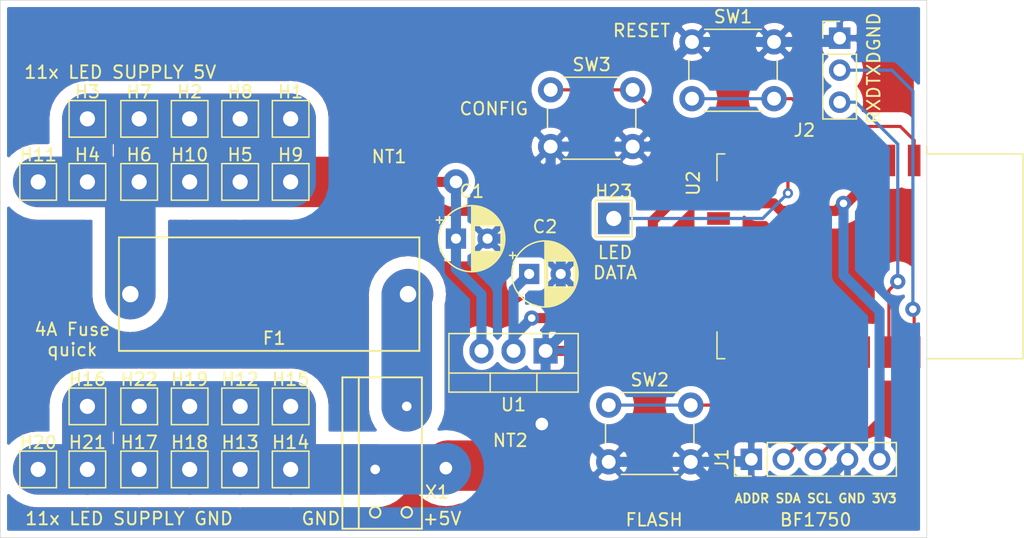
<source format=kicad_pcb>
(kicad_pcb (version 20171130) (host pcbnew 5.1.5-52549c5~86~ubuntu18.04.1)

  (general
    (thickness 1.6)
    (drawings 18)
    (tracks 175)
    (zones 0)
    (modules 36)
    (nets 25)
  )

  (page A4)
  (layers
    (0 F.Cu signal)
    (31 B.Cu signal)
    (32 B.Adhes user)
    (33 F.Adhes user)
    (34 B.Paste user)
    (35 F.Paste user)
    (36 B.SilkS user)
    (37 F.SilkS user)
    (38 B.Mask user)
    (39 F.Mask user)
    (40 Dwgs.User user)
    (41 Cmts.User user)
    (42 Eco1.User user)
    (43 Eco2.User user)
    (44 Edge.Cuts user)
    (45 Margin user)
    (46 B.CrtYd user)
    (47 F.CrtYd user)
    (48 B.Fab user)
    (49 F.Fab user hide)
  )

  (setup
    (last_trace_width 0.25)
    (trace_clearance 0.4)
    (zone_clearance 0.508)
    (zone_45_only no)
    (trace_min 0.2)
    (via_size 0.8)
    (via_drill 0.4)
    (via_min_size 0.4)
    (via_min_drill 0.3)
    (uvia_size 0.3)
    (uvia_drill 0.1)
    (uvias_allowed no)
    (uvia_min_size 0.2)
    (uvia_min_drill 0.1)
    (edge_width 0.05)
    (segment_width 0.2)
    (pcb_text_width 0.3)
    (pcb_text_size 1.5 1.5)
    (mod_edge_width 0.12)
    (mod_text_size 1 1)
    (mod_text_width 0.15)
    (pad_size 1.524 1.524)
    (pad_drill 0.762)
    (pad_to_mask_clearance 0.051)
    (solder_mask_min_width 0.25)
    (aux_axis_origin 0 0)
    (visible_elements FFFFFF7F)
    (pcbplotparams
      (layerselection 0x010fc_ffffffff)
      (usegerberextensions false)
      (usegerberattributes false)
      (usegerberadvancedattributes false)
      (creategerberjobfile false)
      (excludeedgelayer true)
      (linewidth 0.100000)
      (plotframeref false)
      (viasonmask false)
      (mode 1)
      (useauxorigin false)
      (hpglpennumber 1)
      (hpglpenspeed 20)
      (hpglpendiameter 15.000000)
      (psnegative false)
      (psa4output false)
      (plotreference true)
      (plotvalue true)
      (plotinvisibletext false)
      (padsonsilk false)
      (subtractmaskfromsilk false)
      (outputformat 1)
      (mirror false)
      (drillshape 1)
      (scaleselection 1)
      (outputdirectory ""))
  )

  (net 0 "")
  (net 1 GND)
  (net 2 +3V3)
  (net 3 "Net-(J2-Pad3)")
  (net 4 "Net-(J2-Pad2)")
  (net 5 /SCL)
  (net 6 /SDA)
  (net 7 "Net-(SW2-Pad1)")
  (net 8 "Net-(U2-Pad17)")
  (net 9 "Net-(U2-Pad14)")
  (net 10 "Net-(U2-Pad13)")
  (net 11 "Net-(U2-Pad12)")
  (net 12 "Net-(U2-Pad11)")
  (net 13 "Net-(U2-Pad10)")
  (net 14 "Net-(U2-Pad9)")
  (net 15 "Net-(U2-Pad7)")
  (net 16 "Net-(H23-Pad1)")
  (net 17 "Net-(U2-Pad4)")
  (net 18 "Net-(SW1-Pad2)")
  (net 19 "Net-(SW3-Pad1)")
  (net 20 "Net-(U2-Pad2)")
  (net 21 /LED_5V)
  (net 22 /MAIN_SUPPLY)
  (net 23 /LED_GND)
  (net 24 +5V)

  (net_class Default "This is the default net class."
    (clearance 0.4)
    (trace_width 0.25)
    (via_dia 0.8)
    (via_drill 0.4)
    (uvia_dia 0.3)
    (uvia_drill 0.1)
    (add_net /SCL)
    (add_net /SDA)
    (add_net "Net-(H23-Pad1)")
    (add_net "Net-(J2-Pad2)")
    (add_net "Net-(J2-Pad3)")
    (add_net "Net-(SW1-Pad2)")
    (add_net "Net-(SW2-Pad1)")
    (add_net "Net-(SW3-Pad1)")
    (add_net "Net-(U2-Pad10)")
    (add_net "Net-(U2-Pad11)")
    (add_net "Net-(U2-Pad12)")
    (add_net "Net-(U2-Pad13)")
    (add_net "Net-(U2-Pad14)")
    (add_net "Net-(U2-Pad17)")
    (add_net "Net-(U2-Pad2)")
    (add_net "Net-(U2-Pad4)")
    (add_net "Net-(U2-Pad7)")
    (add_net "Net-(U2-Pad9)")
  )

  (net_class LEDSUPPLY ""
    (clearance 1)
    (trace_width 4)
    (via_dia 2)
    (via_drill 1)
    (uvia_dia 0.3)
    (uvia_drill 0.1)
    (add_net /LED_5V)
    (add_net /LED_GND)
    (add_net /MAIN_SUPPLY)
  )

  (net_class SUPPLY ""
    (clearance 0.5)
    (trace_width 0.8)
    (via_dia 1.2)
    (via_drill 0.6)
    (uvia_dia 0.3)
    (uvia_drill 0.1)
    (add_net +3V3)
    (add_net +5V)
    (add_net GND)
  )

  (module Connector_PinHeader_2.54mm:PinHeader_1x03_P2.54mm_Vertical (layer F.Cu) (tedit 59FED5CC) (tstamp 5E8018B6)
    (at 179.5 100.8)
    (descr "Through hole straight pin header, 1x03, 2.54mm pitch, single row")
    (tags "Through hole pin header THT 1x03 2.54mm single row")
    (path /5E81500F)
    (fp_text reference J2 (at -2.8 7.3) (layer F.SilkS)
      (effects (font (size 1 1) (thickness 0.15)))
    )
    (fp_text value Conn_01x03_Male (at 0 7.41) (layer F.Fab)
      (effects (font (size 1 1) (thickness 0.15)))
    )
    (fp_text user %R (at 0 2.54 90) (layer F.Fab)
      (effects (font (size 1 1) (thickness 0.15)))
    )
    (fp_line (start 1.8 -1.8) (end -1.8 -1.8) (layer F.CrtYd) (width 0.05))
    (fp_line (start 1.8 6.85) (end 1.8 -1.8) (layer F.CrtYd) (width 0.05))
    (fp_line (start -1.8 6.85) (end 1.8 6.85) (layer F.CrtYd) (width 0.05))
    (fp_line (start -1.8 -1.8) (end -1.8 6.85) (layer F.CrtYd) (width 0.05))
    (fp_line (start -1.33 -1.33) (end 0 -1.33) (layer F.SilkS) (width 0.12))
    (fp_line (start -1.33 0) (end -1.33 -1.33) (layer F.SilkS) (width 0.12))
    (fp_line (start -1.33 1.27) (end 1.33 1.27) (layer F.SilkS) (width 0.12))
    (fp_line (start 1.33 1.27) (end 1.33 6.41) (layer F.SilkS) (width 0.12))
    (fp_line (start -1.33 1.27) (end -1.33 6.41) (layer F.SilkS) (width 0.12))
    (fp_line (start -1.33 6.41) (end 1.33 6.41) (layer F.SilkS) (width 0.12))
    (fp_line (start -1.27 -0.635) (end -0.635 -1.27) (layer F.Fab) (width 0.1))
    (fp_line (start -1.27 6.35) (end -1.27 -0.635) (layer F.Fab) (width 0.1))
    (fp_line (start 1.27 6.35) (end -1.27 6.35) (layer F.Fab) (width 0.1))
    (fp_line (start 1.27 -1.27) (end 1.27 6.35) (layer F.Fab) (width 0.1))
    (fp_line (start -0.635 -1.27) (end 1.27 -1.27) (layer F.Fab) (width 0.1))
    (pad 3 thru_hole oval (at 0 5.08) (size 1.7 1.7) (drill 1) (layers *.Cu *.Mask)
      (net 3 "Net-(J2-Pad3)"))
    (pad 2 thru_hole oval (at 0 2.54) (size 1.7 1.7) (drill 1) (layers *.Cu *.Mask)
      (net 4 "Net-(J2-Pad2)"))
    (pad 1 thru_hole rect (at 0 0) (size 1.7 1.7) (drill 1) (layers *.Cu *.Mask)
      (net 1 GND))
    (model ${KISYS3DMOD}/Connector_PinHeader_2.54mm.3dshapes/PinHeader_1x03_P2.54mm_Vertical.wrl
      (at (xyz 0 0 0))
      (scale (xyz 1 1 1))
      (rotate (xyz 0 0 0))
    )
  )

  (module Capacitor_THT:CP_Radial_D5.0mm_P2.50mm (layer F.Cu) (tedit 5AE50EF0) (tstamp 5E80B776)
    (at 149.1 116.7)
    (descr "CP, Radial series, Radial, pin pitch=2.50mm, , diameter=5mm, Electrolytic Capacitor")
    (tags "CP Radial series Radial pin pitch 2.50mm  diameter 5mm Electrolytic Capacitor")
    (path /5E857778)
    (fp_text reference C1 (at 1.25 -3.75) (layer F.SilkS)
      (effects (font (size 1 1) (thickness 0.15)))
    )
    (fp_text value 1µF (at 1.25 3.75) (layer F.Fab)
      (effects (font (size 1 1) (thickness 0.15)))
    )
    (fp_text user %R (at 1.25 0) (layer F.Fab)
      (effects (font (size 1 1) (thickness 0.15)))
    )
    (fp_line (start -1.304775 -1.725) (end -1.304775 -1.225) (layer F.SilkS) (width 0.12))
    (fp_line (start -1.554775 -1.475) (end -1.054775 -1.475) (layer F.SilkS) (width 0.12))
    (fp_line (start 3.851 -0.284) (end 3.851 0.284) (layer F.SilkS) (width 0.12))
    (fp_line (start 3.811 -0.518) (end 3.811 0.518) (layer F.SilkS) (width 0.12))
    (fp_line (start 3.771 -0.677) (end 3.771 0.677) (layer F.SilkS) (width 0.12))
    (fp_line (start 3.731 -0.805) (end 3.731 0.805) (layer F.SilkS) (width 0.12))
    (fp_line (start 3.691 -0.915) (end 3.691 0.915) (layer F.SilkS) (width 0.12))
    (fp_line (start 3.651 -1.011) (end 3.651 1.011) (layer F.SilkS) (width 0.12))
    (fp_line (start 3.611 -1.098) (end 3.611 1.098) (layer F.SilkS) (width 0.12))
    (fp_line (start 3.571 -1.178) (end 3.571 1.178) (layer F.SilkS) (width 0.12))
    (fp_line (start 3.531 1.04) (end 3.531 1.251) (layer F.SilkS) (width 0.12))
    (fp_line (start 3.531 -1.251) (end 3.531 -1.04) (layer F.SilkS) (width 0.12))
    (fp_line (start 3.491 1.04) (end 3.491 1.319) (layer F.SilkS) (width 0.12))
    (fp_line (start 3.491 -1.319) (end 3.491 -1.04) (layer F.SilkS) (width 0.12))
    (fp_line (start 3.451 1.04) (end 3.451 1.383) (layer F.SilkS) (width 0.12))
    (fp_line (start 3.451 -1.383) (end 3.451 -1.04) (layer F.SilkS) (width 0.12))
    (fp_line (start 3.411 1.04) (end 3.411 1.443) (layer F.SilkS) (width 0.12))
    (fp_line (start 3.411 -1.443) (end 3.411 -1.04) (layer F.SilkS) (width 0.12))
    (fp_line (start 3.371 1.04) (end 3.371 1.5) (layer F.SilkS) (width 0.12))
    (fp_line (start 3.371 -1.5) (end 3.371 -1.04) (layer F.SilkS) (width 0.12))
    (fp_line (start 3.331 1.04) (end 3.331 1.554) (layer F.SilkS) (width 0.12))
    (fp_line (start 3.331 -1.554) (end 3.331 -1.04) (layer F.SilkS) (width 0.12))
    (fp_line (start 3.291 1.04) (end 3.291 1.605) (layer F.SilkS) (width 0.12))
    (fp_line (start 3.291 -1.605) (end 3.291 -1.04) (layer F.SilkS) (width 0.12))
    (fp_line (start 3.251 1.04) (end 3.251 1.653) (layer F.SilkS) (width 0.12))
    (fp_line (start 3.251 -1.653) (end 3.251 -1.04) (layer F.SilkS) (width 0.12))
    (fp_line (start 3.211 1.04) (end 3.211 1.699) (layer F.SilkS) (width 0.12))
    (fp_line (start 3.211 -1.699) (end 3.211 -1.04) (layer F.SilkS) (width 0.12))
    (fp_line (start 3.171 1.04) (end 3.171 1.743) (layer F.SilkS) (width 0.12))
    (fp_line (start 3.171 -1.743) (end 3.171 -1.04) (layer F.SilkS) (width 0.12))
    (fp_line (start 3.131 1.04) (end 3.131 1.785) (layer F.SilkS) (width 0.12))
    (fp_line (start 3.131 -1.785) (end 3.131 -1.04) (layer F.SilkS) (width 0.12))
    (fp_line (start 3.091 1.04) (end 3.091 1.826) (layer F.SilkS) (width 0.12))
    (fp_line (start 3.091 -1.826) (end 3.091 -1.04) (layer F.SilkS) (width 0.12))
    (fp_line (start 3.051 1.04) (end 3.051 1.864) (layer F.SilkS) (width 0.12))
    (fp_line (start 3.051 -1.864) (end 3.051 -1.04) (layer F.SilkS) (width 0.12))
    (fp_line (start 3.011 1.04) (end 3.011 1.901) (layer F.SilkS) (width 0.12))
    (fp_line (start 3.011 -1.901) (end 3.011 -1.04) (layer F.SilkS) (width 0.12))
    (fp_line (start 2.971 1.04) (end 2.971 1.937) (layer F.SilkS) (width 0.12))
    (fp_line (start 2.971 -1.937) (end 2.971 -1.04) (layer F.SilkS) (width 0.12))
    (fp_line (start 2.931 1.04) (end 2.931 1.971) (layer F.SilkS) (width 0.12))
    (fp_line (start 2.931 -1.971) (end 2.931 -1.04) (layer F.SilkS) (width 0.12))
    (fp_line (start 2.891 1.04) (end 2.891 2.004) (layer F.SilkS) (width 0.12))
    (fp_line (start 2.891 -2.004) (end 2.891 -1.04) (layer F.SilkS) (width 0.12))
    (fp_line (start 2.851 1.04) (end 2.851 2.035) (layer F.SilkS) (width 0.12))
    (fp_line (start 2.851 -2.035) (end 2.851 -1.04) (layer F.SilkS) (width 0.12))
    (fp_line (start 2.811 1.04) (end 2.811 2.065) (layer F.SilkS) (width 0.12))
    (fp_line (start 2.811 -2.065) (end 2.811 -1.04) (layer F.SilkS) (width 0.12))
    (fp_line (start 2.771 1.04) (end 2.771 2.095) (layer F.SilkS) (width 0.12))
    (fp_line (start 2.771 -2.095) (end 2.771 -1.04) (layer F.SilkS) (width 0.12))
    (fp_line (start 2.731 1.04) (end 2.731 2.122) (layer F.SilkS) (width 0.12))
    (fp_line (start 2.731 -2.122) (end 2.731 -1.04) (layer F.SilkS) (width 0.12))
    (fp_line (start 2.691 1.04) (end 2.691 2.149) (layer F.SilkS) (width 0.12))
    (fp_line (start 2.691 -2.149) (end 2.691 -1.04) (layer F.SilkS) (width 0.12))
    (fp_line (start 2.651 1.04) (end 2.651 2.175) (layer F.SilkS) (width 0.12))
    (fp_line (start 2.651 -2.175) (end 2.651 -1.04) (layer F.SilkS) (width 0.12))
    (fp_line (start 2.611 1.04) (end 2.611 2.2) (layer F.SilkS) (width 0.12))
    (fp_line (start 2.611 -2.2) (end 2.611 -1.04) (layer F.SilkS) (width 0.12))
    (fp_line (start 2.571 1.04) (end 2.571 2.224) (layer F.SilkS) (width 0.12))
    (fp_line (start 2.571 -2.224) (end 2.571 -1.04) (layer F.SilkS) (width 0.12))
    (fp_line (start 2.531 1.04) (end 2.531 2.247) (layer F.SilkS) (width 0.12))
    (fp_line (start 2.531 -2.247) (end 2.531 -1.04) (layer F.SilkS) (width 0.12))
    (fp_line (start 2.491 1.04) (end 2.491 2.268) (layer F.SilkS) (width 0.12))
    (fp_line (start 2.491 -2.268) (end 2.491 -1.04) (layer F.SilkS) (width 0.12))
    (fp_line (start 2.451 1.04) (end 2.451 2.29) (layer F.SilkS) (width 0.12))
    (fp_line (start 2.451 -2.29) (end 2.451 -1.04) (layer F.SilkS) (width 0.12))
    (fp_line (start 2.411 1.04) (end 2.411 2.31) (layer F.SilkS) (width 0.12))
    (fp_line (start 2.411 -2.31) (end 2.411 -1.04) (layer F.SilkS) (width 0.12))
    (fp_line (start 2.371 1.04) (end 2.371 2.329) (layer F.SilkS) (width 0.12))
    (fp_line (start 2.371 -2.329) (end 2.371 -1.04) (layer F.SilkS) (width 0.12))
    (fp_line (start 2.331 1.04) (end 2.331 2.348) (layer F.SilkS) (width 0.12))
    (fp_line (start 2.331 -2.348) (end 2.331 -1.04) (layer F.SilkS) (width 0.12))
    (fp_line (start 2.291 1.04) (end 2.291 2.365) (layer F.SilkS) (width 0.12))
    (fp_line (start 2.291 -2.365) (end 2.291 -1.04) (layer F.SilkS) (width 0.12))
    (fp_line (start 2.251 1.04) (end 2.251 2.382) (layer F.SilkS) (width 0.12))
    (fp_line (start 2.251 -2.382) (end 2.251 -1.04) (layer F.SilkS) (width 0.12))
    (fp_line (start 2.211 1.04) (end 2.211 2.398) (layer F.SilkS) (width 0.12))
    (fp_line (start 2.211 -2.398) (end 2.211 -1.04) (layer F.SilkS) (width 0.12))
    (fp_line (start 2.171 1.04) (end 2.171 2.414) (layer F.SilkS) (width 0.12))
    (fp_line (start 2.171 -2.414) (end 2.171 -1.04) (layer F.SilkS) (width 0.12))
    (fp_line (start 2.131 1.04) (end 2.131 2.428) (layer F.SilkS) (width 0.12))
    (fp_line (start 2.131 -2.428) (end 2.131 -1.04) (layer F.SilkS) (width 0.12))
    (fp_line (start 2.091 1.04) (end 2.091 2.442) (layer F.SilkS) (width 0.12))
    (fp_line (start 2.091 -2.442) (end 2.091 -1.04) (layer F.SilkS) (width 0.12))
    (fp_line (start 2.051 1.04) (end 2.051 2.455) (layer F.SilkS) (width 0.12))
    (fp_line (start 2.051 -2.455) (end 2.051 -1.04) (layer F.SilkS) (width 0.12))
    (fp_line (start 2.011 1.04) (end 2.011 2.468) (layer F.SilkS) (width 0.12))
    (fp_line (start 2.011 -2.468) (end 2.011 -1.04) (layer F.SilkS) (width 0.12))
    (fp_line (start 1.971 1.04) (end 1.971 2.48) (layer F.SilkS) (width 0.12))
    (fp_line (start 1.971 -2.48) (end 1.971 -1.04) (layer F.SilkS) (width 0.12))
    (fp_line (start 1.93 1.04) (end 1.93 2.491) (layer F.SilkS) (width 0.12))
    (fp_line (start 1.93 -2.491) (end 1.93 -1.04) (layer F.SilkS) (width 0.12))
    (fp_line (start 1.89 1.04) (end 1.89 2.501) (layer F.SilkS) (width 0.12))
    (fp_line (start 1.89 -2.501) (end 1.89 -1.04) (layer F.SilkS) (width 0.12))
    (fp_line (start 1.85 1.04) (end 1.85 2.511) (layer F.SilkS) (width 0.12))
    (fp_line (start 1.85 -2.511) (end 1.85 -1.04) (layer F.SilkS) (width 0.12))
    (fp_line (start 1.81 1.04) (end 1.81 2.52) (layer F.SilkS) (width 0.12))
    (fp_line (start 1.81 -2.52) (end 1.81 -1.04) (layer F.SilkS) (width 0.12))
    (fp_line (start 1.77 1.04) (end 1.77 2.528) (layer F.SilkS) (width 0.12))
    (fp_line (start 1.77 -2.528) (end 1.77 -1.04) (layer F.SilkS) (width 0.12))
    (fp_line (start 1.73 1.04) (end 1.73 2.536) (layer F.SilkS) (width 0.12))
    (fp_line (start 1.73 -2.536) (end 1.73 -1.04) (layer F.SilkS) (width 0.12))
    (fp_line (start 1.69 1.04) (end 1.69 2.543) (layer F.SilkS) (width 0.12))
    (fp_line (start 1.69 -2.543) (end 1.69 -1.04) (layer F.SilkS) (width 0.12))
    (fp_line (start 1.65 1.04) (end 1.65 2.55) (layer F.SilkS) (width 0.12))
    (fp_line (start 1.65 -2.55) (end 1.65 -1.04) (layer F.SilkS) (width 0.12))
    (fp_line (start 1.61 1.04) (end 1.61 2.556) (layer F.SilkS) (width 0.12))
    (fp_line (start 1.61 -2.556) (end 1.61 -1.04) (layer F.SilkS) (width 0.12))
    (fp_line (start 1.57 1.04) (end 1.57 2.561) (layer F.SilkS) (width 0.12))
    (fp_line (start 1.57 -2.561) (end 1.57 -1.04) (layer F.SilkS) (width 0.12))
    (fp_line (start 1.53 1.04) (end 1.53 2.565) (layer F.SilkS) (width 0.12))
    (fp_line (start 1.53 -2.565) (end 1.53 -1.04) (layer F.SilkS) (width 0.12))
    (fp_line (start 1.49 1.04) (end 1.49 2.569) (layer F.SilkS) (width 0.12))
    (fp_line (start 1.49 -2.569) (end 1.49 -1.04) (layer F.SilkS) (width 0.12))
    (fp_line (start 1.45 -2.573) (end 1.45 2.573) (layer F.SilkS) (width 0.12))
    (fp_line (start 1.41 -2.576) (end 1.41 2.576) (layer F.SilkS) (width 0.12))
    (fp_line (start 1.37 -2.578) (end 1.37 2.578) (layer F.SilkS) (width 0.12))
    (fp_line (start 1.33 -2.579) (end 1.33 2.579) (layer F.SilkS) (width 0.12))
    (fp_line (start 1.29 -2.58) (end 1.29 2.58) (layer F.SilkS) (width 0.12))
    (fp_line (start 1.25 -2.58) (end 1.25 2.58) (layer F.SilkS) (width 0.12))
    (fp_line (start -0.633605 -1.3375) (end -0.633605 -0.8375) (layer F.Fab) (width 0.1))
    (fp_line (start -0.883605 -1.0875) (end -0.383605 -1.0875) (layer F.Fab) (width 0.1))
    (fp_circle (center 1.25 0) (end 4 0) (layer F.CrtYd) (width 0.05))
    (fp_circle (center 1.25 0) (end 3.87 0) (layer F.SilkS) (width 0.12))
    (fp_circle (center 1.25 0) (end 3.75 0) (layer F.Fab) (width 0.1))
    (pad 2 thru_hole circle (at 2.5 0) (size 1.6 1.6) (drill 0.8) (layers *.Cu *.Mask)
      (net 1 GND))
    (pad 1 thru_hole rect (at 0 0) (size 1.6 1.6) (drill 0.8) (layers *.Cu *.Mask)
      (net 24 +5V))
    (model ${KISYS3DMOD}/Capacitor_THT.3dshapes/CP_Radial_D5.0mm_P2.50mm.wrl
      (at (xyz 0 0 0))
      (scale (xyz 1 1 1))
      (rotate (xyz 0 0 0))
    )
  )

  (module NetTie:NetTie-2_SMD_Pad2.0mm (layer F.Cu) (tedit 5A1CF73E) (tstamp 5E8097C8)
    (at 153.4 134.7)
    (descr "Net tie, 2 pin, 2.0mm square SMD pads")
    (tags "net tie")
    (path /5E847A2B)
    (attr virtual)
    (fp_text reference NT2 (at 0 -2) (layer F.SilkS)
      (effects (font (size 1 1) (thickness 0.15)))
    )
    (fp_text value Net-Tie_2 (at 0 2) (layer F.Fab)
      (effects (font (size 1 1) (thickness 0.15)))
    )
    (fp_line (start -3.25 -1.25) (end 3.25 -1.25) (layer F.CrtYd) (width 0.05))
    (fp_line (start 3.25 -1.25) (end 3.25 1.25) (layer F.CrtYd) (width 0.05))
    (fp_line (start 3.25 1.25) (end -3.25 1.25) (layer F.CrtYd) (width 0.05))
    (fp_line (start -3.25 1.25) (end -3.25 -1.25) (layer F.CrtYd) (width 0.05))
    (fp_poly (pts (xy -2 -1) (xy 2 -1) (xy 2 1) (xy -2 1)) (layer F.Cu) (width 0))
    (pad 2 smd circle (at 2 0) (size 2 2) (layers F.Cu)
      (net 1 GND))
    (pad 1 smd circle (at -2 0) (size 2 2) (layers F.Cu)
      (net 23 /LED_GND))
  )

  (module NetTie:NetTie-2_SMD_Pad2.0mm (layer F.Cu) (tedit 5A1CF73E) (tstamp 5E8097BA)
    (at 143.8 112.2)
    (descr "Net tie, 2 pin, 2.0mm square SMD pads")
    (tags "net tie")
    (path /5E8474F6)
    (attr virtual)
    (fp_text reference NT1 (at 0 -2) (layer F.SilkS)
      (effects (font (size 1 1) (thickness 0.15)))
    )
    (fp_text value Net-Tie_2 (at 0 2) (layer F.Fab)
      (effects (font (size 1 1) (thickness 0.15)))
    )
    (fp_line (start -3.25 -1.25) (end 3.25 -1.25) (layer F.CrtYd) (width 0.05))
    (fp_line (start 3.25 -1.25) (end 3.25 1.25) (layer F.CrtYd) (width 0.05))
    (fp_line (start 3.25 1.25) (end -3.25 1.25) (layer F.CrtYd) (width 0.05))
    (fp_line (start -3.25 1.25) (end -3.25 -1.25) (layer F.CrtYd) (width 0.05))
    (fp_poly (pts (xy -2 -1) (xy 2 -1) (xy 2 1) (xy -2 1)) (layer F.Cu) (width 0))
    (pad 2 smd circle (at 2 0) (size 2 2) (layers F.Cu)
      (net 24 +5V))
    (pad 1 smd circle (at -2 0) (size 2 2) (layers F.Cu)
      (net 21 /LED_5V))
  )

  (module Button_Switch_THT:SW_PUSH_6mm_H4.3mm (layer F.Cu) (tedit 5A02FE31) (tstamp 5E809A20)
    (at 156.6 104.9)
    (descr "tactile push button, 6x6mm e.g. PHAP33xx series, height=4.3mm")
    (tags "tact sw push 6mm")
    (path /5E807EA9)
    (fp_text reference SW3 (at 3.25 -2) (layer F.SilkS)
      (effects (font (size 1 1) (thickness 0.15)))
    )
    (fp_text value SW_Push (at 3.75 6.7) (layer F.Fab)
      (effects (font (size 1 1) (thickness 0.15)))
    )
    (fp_circle (center 3.25 2.25) (end 1.25 2.5) (layer F.Fab) (width 0.1))
    (fp_line (start 6.75 3) (end 6.75 1.5) (layer F.SilkS) (width 0.12))
    (fp_line (start 5.5 -1) (end 1 -1) (layer F.SilkS) (width 0.12))
    (fp_line (start -0.25 1.5) (end -0.25 3) (layer F.SilkS) (width 0.12))
    (fp_line (start 1 5.5) (end 5.5 5.5) (layer F.SilkS) (width 0.12))
    (fp_line (start 8 -1.25) (end 8 5.75) (layer F.CrtYd) (width 0.05))
    (fp_line (start 7.75 6) (end -1.25 6) (layer F.CrtYd) (width 0.05))
    (fp_line (start -1.5 5.75) (end -1.5 -1.25) (layer F.CrtYd) (width 0.05))
    (fp_line (start -1.25 -1.5) (end 7.75 -1.5) (layer F.CrtYd) (width 0.05))
    (fp_line (start -1.5 6) (end -1.25 6) (layer F.CrtYd) (width 0.05))
    (fp_line (start -1.5 5.75) (end -1.5 6) (layer F.CrtYd) (width 0.05))
    (fp_line (start -1.5 -1.5) (end -1.25 -1.5) (layer F.CrtYd) (width 0.05))
    (fp_line (start -1.5 -1.25) (end -1.5 -1.5) (layer F.CrtYd) (width 0.05))
    (fp_line (start 8 -1.5) (end 8 -1.25) (layer F.CrtYd) (width 0.05))
    (fp_line (start 7.75 -1.5) (end 8 -1.5) (layer F.CrtYd) (width 0.05))
    (fp_line (start 8 6) (end 8 5.75) (layer F.CrtYd) (width 0.05))
    (fp_line (start 7.75 6) (end 8 6) (layer F.CrtYd) (width 0.05))
    (fp_line (start 0.25 -0.75) (end 3.25 -0.75) (layer F.Fab) (width 0.1))
    (fp_line (start 0.25 5.25) (end 0.25 -0.75) (layer F.Fab) (width 0.1))
    (fp_line (start 6.25 5.25) (end 0.25 5.25) (layer F.Fab) (width 0.1))
    (fp_line (start 6.25 -0.75) (end 6.25 5.25) (layer F.Fab) (width 0.1))
    (fp_line (start 3.25 -0.75) (end 6.25 -0.75) (layer F.Fab) (width 0.1))
    (fp_text user %R (at 3.25 2.25) (layer F.Fab)
      (effects (font (size 1 1) (thickness 0.15)))
    )
    (pad 1 thru_hole circle (at 6.5 0 90) (size 2 2) (drill 1.1) (layers *.Cu *.Mask)
      (net 19 "Net-(SW3-Pad1)"))
    (pad 2 thru_hole circle (at 6.5 4.5 90) (size 2 2) (drill 1.1) (layers *.Cu *.Mask)
      (net 1 GND))
    (pad 1 thru_hole circle (at 0 0 90) (size 2 2) (drill 1.1) (layers *.Cu *.Mask)
      (net 19 "Net-(SW3-Pad1)"))
    (pad 2 thru_hole circle (at 0 4.5 90) (size 2 2) (drill 1.1) (layers *.Cu *.Mask)
      (net 1 GND))
    (model ${KISYS3DMOD}/Button_Switch_THT.3dshapes/SW_PUSH_6mm_H4.3mm.wrl
      (at (xyz 0 0 0))
      (scale (xyz 1 1 1))
      (rotate (xyz 0 0 0))
    )
  )

  (module stemaker_connectoren:WAGO_250-402 (layer F.Cu) (tedit 5E7FA308) (tstamp 5E7FF9A0)
    (at 142.7 135)
    (path /5E7F6F31)
    (fp_text reference X1 (at 4.9 1.8) (layer F.SilkS)
      (effects (font (size 1 1) (thickness 0.15)))
    )
    (fp_text value 250-x02 (at 0.1 -8.6) (layer F.Fab)
      (effects (font (size 1 1) (thickness 0.15)))
    )
    (fp_circle (center 2.5 3.4) (end 2.8 3.1) (layer F.SilkS) (width 0.15))
    (fp_circle (center 0 3.4) (end 0.3 3.1) (layer F.SilkS) (width 0.15))
    (fp_line (start -2.6 4.7) (end -1.3 4.7) (layer F.SilkS) (width 0.15))
    (fp_line (start -2.6 -7.3) (end -2.6 4.7) (layer F.SilkS) (width 0.15))
    (fp_line (start -1.3 -7.3) (end -2.6 -7.3) (layer F.SilkS) (width 0.15))
    (fp_line (start 3.7 -7.3) (end -1.3 -7.3) (layer F.SilkS) (width 0.15))
    (fp_line (start 3.7 4.7) (end 3.7 -7.3) (layer F.SilkS) (width 0.15))
    (fp_line (start -1.3 4.7) (end 3.7 4.7) (layer F.SilkS) (width 0.15))
    (fp_line (start -1.3 -7.3) (end -1.3 4.7) (layer F.SilkS) (width 0.15))
    (pad 2 thru_hole rect (at 2.5 -5) (size 1.4 2.5) (drill 0.762) (layers *.Cu *.Mask)
      (net 22 /MAIN_SUPPLY))
    (pad 1 thru_hole rect (at 0 0) (size 1.4 2.5) (drill 0.762) (layers *.Cu *.Mask)
      (net 23 /LED_GND))
  )

  (module stemaker_fuse:RND_fuse_holder_5x20mm_horizontal (layer F.Cu) (tedit 5E7FA45C) (tstamp 5E801302)
    (at 123.3 121.1)
    (path /5E7F7F60)
    (fp_text reference F1 (at 11.4 3.5) (layer F.SilkS)
      (effects (font (size 1 1) (thickness 0.15)))
    )
    (fp_text value Fuse (at 10.9 -5.5) (layer F.Fab)
      (effects (font (size 1 1) (thickness 0.15)))
    )
    (fp_line (start 22.9 -4.5) (end -0.9 -4.5) (layer F.SilkS) (width 0.15))
    (fp_line (start 22.9 4.5) (end 22.9 -4.5) (layer F.SilkS) (width 0.15))
    (fp_line (start -0.9 4.5) (end 22.9 4.5) (layer F.SilkS) (width 0.15))
    (fp_line (start -0.9 -4.5) (end -0.9 4.5) (layer F.SilkS) (width 0.15))
    (pad 2 thru_hole oval (at 22 0) (size 3.5 2) (drill 1.3) (layers *.Cu *.Mask)
      (net 22 /MAIN_SUPPLY))
    (pad 1 thru_hole oval (at 0 0) (size 3.5 2) (drill 1.3) (layers *.Cu *.Mask)
      (net 21 /LED_5V))
  )

  (module Package_TO_SOT_THT:TO-220-3_Vertical (layer F.Cu) (tedit 5AC8BA0D) (tstamp 5E7FE592)
    (at 156.2 125.6 180)
    (descr "TO-220-3, Vertical, RM 2.54mm, see https://www.vishay.com/docs/66542/to-220-1.pdf")
    (tags "TO-220-3 Vertical RM 2.54mm")
    (path /5E7F7098)
    (fp_text reference U1 (at 2.54 -4.27) (layer F.SilkS)
      (effects (font (size 1 1) (thickness 0.15)))
    )
    (fp_text value LM1117-3.3 (at 2.54 2.5) (layer F.Fab)
      (effects (font (size 1 1) (thickness 0.15)))
    )
    (fp_text user %R (at 2.54 -4.27) (layer F.Fab)
      (effects (font (size 1 1) (thickness 0.15)))
    )
    (fp_line (start 7.79 -3.4) (end -2.71 -3.4) (layer F.CrtYd) (width 0.05))
    (fp_line (start 7.79 1.51) (end 7.79 -3.4) (layer F.CrtYd) (width 0.05))
    (fp_line (start -2.71 1.51) (end 7.79 1.51) (layer F.CrtYd) (width 0.05))
    (fp_line (start -2.71 -3.4) (end -2.71 1.51) (layer F.CrtYd) (width 0.05))
    (fp_line (start 4.391 -3.27) (end 4.391 -1.76) (layer F.SilkS) (width 0.12))
    (fp_line (start 0.69 -3.27) (end 0.69 -1.76) (layer F.SilkS) (width 0.12))
    (fp_line (start -2.58 -1.76) (end 7.66 -1.76) (layer F.SilkS) (width 0.12))
    (fp_line (start 7.66 -3.27) (end 7.66 1.371) (layer F.SilkS) (width 0.12))
    (fp_line (start -2.58 -3.27) (end -2.58 1.371) (layer F.SilkS) (width 0.12))
    (fp_line (start -2.58 1.371) (end 7.66 1.371) (layer F.SilkS) (width 0.12))
    (fp_line (start -2.58 -3.27) (end 7.66 -3.27) (layer F.SilkS) (width 0.12))
    (fp_line (start 4.39 -3.15) (end 4.39 -1.88) (layer F.Fab) (width 0.1))
    (fp_line (start 0.69 -3.15) (end 0.69 -1.88) (layer F.Fab) (width 0.1))
    (fp_line (start -2.46 -1.88) (end 7.54 -1.88) (layer F.Fab) (width 0.1))
    (fp_line (start 7.54 -3.15) (end -2.46 -3.15) (layer F.Fab) (width 0.1))
    (fp_line (start 7.54 1.25) (end 7.54 -3.15) (layer F.Fab) (width 0.1))
    (fp_line (start -2.46 1.25) (end 7.54 1.25) (layer F.Fab) (width 0.1))
    (fp_line (start -2.46 -3.15) (end -2.46 1.25) (layer F.Fab) (width 0.1))
    (pad 3 thru_hole oval (at 5.08 0 180) (size 1.905 2) (drill 1.1) (layers *.Cu *.Mask)
      (net 24 +5V))
    (pad 2 thru_hole oval (at 2.54 0 180) (size 1.905 2) (drill 1.1) (layers *.Cu *.Mask)
      (net 2 +3V3))
    (pad 1 thru_hole rect (at 0 0 180) (size 1.905 2) (drill 1.1) (layers *.Cu *.Mask)
      (net 1 GND))
    (model ${KISYS3DMOD}/Package_TO_SOT_THT.3dshapes/TO-220-3_Vertical.wrl
      (at (xyz 0 0 0))
      (scale (xyz 1 1 1))
      (rotate (xyz 0 0 0))
    )
  )

  (module Button_Switch_THT:SW_PUSH_6mm_H4.3mm (layer F.Cu) (tedit 5A02FE31) (tstamp 5E80E719)
    (at 161.2 129.9)
    (descr "tactile push button, 6x6mm e.g. PHAP33xx series, height=4.3mm")
    (tags "tact sw push 6mm")
    (path /5E813AD7)
    (fp_text reference SW2 (at 3.25 -2) (layer F.SilkS)
      (effects (font (size 1 1) (thickness 0.15)))
    )
    (fp_text value SW_Push (at 3.75 6.7) (layer F.Fab)
      (effects (font (size 1 1) (thickness 0.15)))
    )
    (fp_circle (center 3.25 2.25) (end 1.25 2.5) (layer F.Fab) (width 0.1))
    (fp_line (start 6.75 3) (end 6.75 1.5) (layer F.SilkS) (width 0.12))
    (fp_line (start 5.5 -1) (end 1 -1) (layer F.SilkS) (width 0.12))
    (fp_line (start -0.25 1.5) (end -0.25 3) (layer F.SilkS) (width 0.12))
    (fp_line (start 1 5.5) (end 5.5 5.5) (layer F.SilkS) (width 0.12))
    (fp_line (start 8 -1.25) (end 8 5.75) (layer F.CrtYd) (width 0.05))
    (fp_line (start 7.75 6) (end -1.25 6) (layer F.CrtYd) (width 0.05))
    (fp_line (start -1.5 5.75) (end -1.5 -1.25) (layer F.CrtYd) (width 0.05))
    (fp_line (start -1.25 -1.5) (end 7.75 -1.5) (layer F.CrtYd) (width 0.05))
    (fp_line (start -1.5 6) (end -1.25 6) (layer F.CrtYd) (width 0.05))
    (fp_line (start -1.5 5.75) (end -1.5 6) (layer F.CrtYd) (width 0.05))
    (fp_line (start -1.5 -1.5) (end -1.25 -1.5) (layer F.CrtYd) (width 0.05))
    (fp_line (start -1.5 -1.25) (end -1.5 -1.5) (layer F.CrtYd) (width 0.05))
    (fp_line (start 8 -1.5) (end 8 -1.25) (layer F.CrtYd) (width 0.05))
    (fp_line (start 7.75 -1.5) (end 8 -1.5) (layer F.CrtYd) (width 0.05))
    (fp_line (start 8 6) (end 8 5.75) (layer F.CrtYd) (width 0.05))
    (fp_line (start 7.75 6) (end 8 6) (layer F.CrtYd) (width 0.05))
    (fp_line (start 0.25 -0.75) (end 3.25 -0.75) (layer F.Fab) (width 0.1))
    (fp_line (start 0.25 5.25) (end 0.25 -0.75) (layer F.Fab) (width 0.1))
    (fp_line (start 6.25 5.25) (end 0.25 5.25) (layer F.Fab) (width 0.1))
    (fp_line (start 6.25 -0.75) (end 6.25 5.25) (layer F.Fab) (width 0.1))
    (fp_line (start 3.25 -0.75) (end 6.25 -0.75) (layer F.Fab) (width 0.1))
    (fp_text user %R (at 3.25 2.25) (layer F.Fab)
      (effects (font (size 1 1) (thickness 0.15)))
    )
    (pad 1 thru_hole circle (at 6.5 0 90) (size 2 2) (drill 1.1) (layers *.Cu *.Mask)
      (net 7 "Net-(SW2-Pad1)"))
    (pad 2 thru_hole circle (at 6.5 4.5 90) (size 2 2) (drill 1.1) (layers *.Cu *.Mask)
      (net 1 GND))
    (pad 1 thru_hole circle (at 0 0 90) (size 2 2) (drill 1.1) (layers *.Cu *.Mask)
      (net 7 "Net-(SW2-Pad1)"))
    (pad 2 thru_hole circle (at 0 4.5 90) (size 2 2) (drill 1.1) (layers *.Cu *.Mask)
      (net 1 GND))
    (model ${KISYS3DMOD}/Button_Switch_THT.3dshapes/SW_PUSH_6mm_H4.3mm.wrl
      (at (xyz 0 0 0))
      (scale (xyz 1 1 1))
      (rotate (xyz 0 0 0))
    )
  )

  (module Button_Switch_THT:SW_PUSH_6mm_H4.3mm (layer F.Cu) (tedit 5A02FE31) (tstamp 5E7FE559)
    (at 167.8 101.1)
    (descr "tactile push button, 6x6mm e.g. PHAP33xx series, height=4.3mm")
    (tags "tact sw push 6mm")
    (path /5E81272C)
    (fp_text reference SW1 (at 3.25 -2) (layer F.SilkS)
      (effects (font (size 1 1) (thickness 0.15)))
    )
    (fp_text value SW_Push (at 3.75 6.7) (layer F.Fab)
      (effects (font (size 1 1) (thickness 0.15)))
    )
    (fp_circle (center 3.25 2.25) (end 1.25 2.5) (layer F.Fab) (width 0.1))
    (fp_line (start 6.75 3) (end 6.75 1.5) (layer F.SilkS) (width 0.12))
    (fp_line (start 5.5 -1) (end 1 -1) (layer F.SilkS) (width 0.12))
    (fp_line (start -0.25 1.5) (end -0.25 3) (layer F.SilkS) (width 0.12))
    (fp_line (start 1 5.5) (end 5.5 5.5) (layer F.SilkS) (width 0.12))
    (fp_line (start 8 -1.25) (end 8 5.75) (layer F.CrtYd) (width 0.05))
    (fp_line (start 7.75 6) (end -1.25 6) (layer F.CrtYd) (width 0.05))
    (fp_line (start -1.5 5.75) (end -1.5 -1.25) (layer F.CrtYd) (width 0.05))
    (fp_line (start -1.25 -1.5) (end 7.75 -1.5) (layer F.CrtYd) (width 0.05))
    (fp_line (start -1.5 6) (end -1.25 6) (layer F.CrtYd) (width 0.05))
    (fp_line (start -1.5 5.75) (end -1.5 6) (layer F.CrtYd) (width 0.05))
    (fp_line (start -1.5 -1.5) (end -1.25 -1.5) (layer F.CrtYd) (width 0.05))
    (fp_line (start -1.5 -1.25) (end -1.5 -1.5) (layer F.CrtYd) (width 0.05))
    (fp_line (start 8 -1.5) (end 8 -1.25) (layer F.CrtYd) (width 0.05))
    (fp_line (start 7.75 -1.5) (end 8 -1.5) (layer F.CrtYd) (width 0.05))
    (fp_line (start 8 6) (end 8 5.75) (layer F.CrtYd) (width 0.05))
    (fp_line (start 7.75 6) (end 8 6) (layer F.CrtYd) (width 0.05))
    (fp_line (start 0.25 -0.75) (end 3.25 -0.75) (layer F.Fab) (width 0.1))
    (fp_line (start 0.25 5.25) (end 0.25 -0.75) (layer F.Fab) (width 0.1))
    (fp_line (start 6.25 5.25) (end 0.25 5.25) (layer F.Fab) (width 0.1))
    (fp_line (start 6.25 -0.75) (end 6.25 5.25) (layer F.Fab) (width 0.1))
    (fp_line (start 3.25 -0.75) (end 6.25 -0.75) (layer F.Fab) (width 0.1))
    (fp_text user %R (at 3.25 2.25) (layer F.Fab)
      (effects (font (size 1 1) (thickness 0.15)))
    )
    (pad 1 thru_hole circle (at 6.5 0 90) (size 2 2) (drill 1.1) (layers *.Cu *.Mask)
      (net 1 GND))
    (pad 2 thru_hole circle (at 6.5 4.5 90) (size 2 2) (drill 1.1) (layers *.Cu *.Mask)
      (net 18 "Net-(SW1-Pad2)"))
    (pad 1 thru_hole circle (at 0 0 90) (size 2 2) (drill 1.1) (layers *.Cu *.Mask)
      (net 1 GND))
    (pad 2 thru_hole circle (at 0 4.5 90) (size 2 2) (drill 1.1) (layers *.Cu *.Mask)
      (net 18 "Net-(SW1-Pad2)"))
    (model ${KISYS3DMOD}/Button_Switch_THT.3dshapes/SW_PUSH_6mm_H4.3mm.wrl
      (at (xyz 0 0 0))
      (scale (xyz 1 1 1))
      (rotate (xyz 0 0 0))
    )
  )

  (module Connector_PinHeader_2.54mm:PinHeader_1x05_P2.54mm_Vertical (layer F.Cu) (tedit 59FED5CC) (tstamp 5E7FD8D4)
    (at 172.5 134.2 90)
    (descr "Through hole straight pin header, 1x05, 2.54mm pitch, single row")
    (tags "Through hole pin header THT 1x05 2.54mm single row")
    (path /5E826608)
    (fp_text reference J1 (at 0 -2.33 90) (layer F.SilkS)
      (effects (font (size 1 1) (thickness 0.15)))
    )
    (fp_text value Conn_01x05_Male (at 0 12.49 90) (layer F.Fab)
      (effects (font (size 1 1) (thickness 0.15)))
    )
    (fp_text user %R (at 0 5.08) (layer F.Fab)
      (effects (font (size 1 1) (thickness 0.15)))
    )
    (fp_line (start 1.8 -1.8) (end -1.8 -1.8) (layer F.CrtYd) (width 0.05))
    (fp_line (start 1.8 11.95) (end 1.8 -1.8) (layer F.CrtYd) (width 0.05))
    (fp_line (start -1.8 11.95) (end 1.8 11.95) (layer F.CrtYd) (width 0.05))
    (fp_line (start -1.8 -1.8) (end -1.8 11.95) (layer F.CrtYd) (width 0.05))
    (fp_line (start -1.33 -1.33) (end 0 -1.33) (layer F.SilkS) (width 0.12))
    (fp_line (start -1.33 0) (end -1.33 -1.33) (layer F.SilkS) (width 0.12))
    (fp_line (start -1.33 1.27) (end 1.33 1.27) (layer F.SilkS) (width 0.12))
    (fp_line (start 1.33 1.27) (end 1.33 11.49) (layer F.SilkS) (width 0.12))
    (fp_line (start -1.33 1.27) (end -1.33 11.49) (layer F.SilkS) (width 0.12))
    (fp_line (start -1.33 11.49) (end 1.33 11.49) (layer F.SilkS) (width 0.12))
    (fp_line (start -1.27 -0.635) (end -0.635 -1.27) (layer F.Fab) (width 0.1))
    (fp_line (start -1.27 11.43) (end -1.27 -0.635) (layer F.Fab) (width 0.1))
    (fp_line (start 1.27 11.43) (end -1.27 11.43) (layer F.Fab) (width 0.1))
    (fp_line (start 1.27 -1.27) (end 1.27 11.43) (layer F.Fab) (width 0.1))
    (fp_line (start -0.635 -1.27) (end 1.27 -1.27) (layer F.Fab) (width 0.1))
    (pad 5 thru_hole oval (at 0 10.16 90) (size 1.7 1.7) (drill 1) (layers *.Cu *.Mask)
      (net 2 +3V3))
    (pad 4 thru_hole oval (at 0 7.62 90) (size 1.7 1.7) (drill 1) (layers *.Cu *.Mask)
      (net 1 GND))
    (pad 3 thru_hole oval (at 0 5.08 90) (size 1.7 1.7) (drill 1) (layers *.Cu *.Mask)
      (net 5 /SCL))
    (pad 2 thru_hole oval (at 0 2.54 90) (size 1.7 1.7) (drill 1) (layers *.Cu *.Mask)
      (net 6 /SDA))
    (pad 1 thru_hole rect (at 0 0 90) (size 1.7 1.7) (drill 1) (layers *.Cu *.Mask)
      (net 1 GND))
    (model ${KISYS3DMOD}/Connector_PinHeader_2.54mm.3dshapes/PinHeader_1x05_P2.54mm_Vertical.wrl
      (at (xyz 0 0 0))
      (scale (xyz 1 1 1))
      (rotate (xyz 0 0 0))
    )
  )

  (module TestPoint:TestPoint_THTPad_2.5x2.5mm_Drill1.2mm (layer F.Cu) (tedit 5A0F774F) (tstamp 5E8064A4)
    (at 161.6 115.1)
    (descr "THT rectangular pad as test Point, square 2.5mm side length, hole diameter 1.2mm")
    (tags "test point THT pad rectangle square")
    (path /5E81A48A)
    (attr virtual)
    (fp_text reference H23 (at 0 -2.148) (layer F.SilkS)
      (effects (font (size 1 1) (thickness 0.15)))
    )
    (fp_text value MountingHole_Pad (at 0 2.25) (layer F.Fab)
      (effects (font (size 1 1) (thickness 0.15)))
    )
    (fp_line (start 1.75 1.75) (end -1.75 1.75) (layer F.CrtYd) (width 0.05))
    (fp_line (start 1.75 1.75) (end 1.75 -1.75) (layer F.CrtYd) (width 0.05))
    (fp_line (start -1.75 -1.75) (end -1.75 1.75) (layer F.CrtYd) (width 0.05))
    (fp_line (start -1.75 -1.75) (end 1.75 -1.75) (layer F.CrtYd) (width 0.05))
    (fp_line (start -1.45 1.45) (end -1.45 -1.45) (layer F.SilkS) (width 0.12))
    (fp_line (start 1.45 1.45) (end -1.45 1.45) (layer F.SilkS) (width 0.12))
    (fp_line (start 1.45 -1.45) (end 1.45 1.45) (layer F.SilkS) (width 0.12))
    (fp_line (start -1.45 -1.45) (end 1.45 -1.45) (layer F.SilkS) (width 0.12))
    (fp_text user %R (at 0 -2.15) (layer F.Fab)
      (effects (font (size 1 1) (thickness 0.15)))
    )
    (pad 1 thru_hole rect (at 0 0) (size 2.5 2.5) (drill 1.2) (layers *.Cu *.Mask)
      (net 16 "Net-(H23-Pad1)"))
  )

  (module TestPoint:TestPoint_THTPad_2.5x2.5mm_Drill1.2mm (layer F.Cu) (tedit 5A0F774F) (tstamp 5E7FD8AD)
    (at 124 130)
    (descr "THT rectangular pad as test Point, square 2.5mm side length, hole diameter 1.2mm")
    (tags "test point THT pad rectangle square")
    (path /5E85118D)
    (attr virtual)
    (fp_text reference H22 (at 0 -2.148) (layer F.SilkS)
      (effects (font (size 1 1) (thickness 0.15)))
    )
    (fp_text value MountingHole_Pad (at 0 2.25) (layer F.Fab)
      (effects (font (size 1 1) (thickness 0.15)))
    )
    (fp_line (start 1.75 1.75) (end -1.75 1.75) (layer F.CrtYd) (width 0.05))
    (fp_line (start 1.75 1.75) (end 1.75 -1.75) (layer F.CrtYd) (width 0.05))
    (fp_line (start -1.75 -1.75) (end -1.75 1.75) (layer F.CrtYd) (width 0.05))
    (fp_line (start -1.75 -1.75) (end 1.75 -1.75) (layer F.CrtYd) (width 0.05))
    (fp_line (start -1.45 1.45) (end -1.45 -1.45) (layer F.SilkS) (width 0.12))
    (fp_line (start 1.45 1.45) (end -1.45 1.45) (layer F.SilkS) (width 0.12))
    (fp_line (start 1.45 -1.45) (end 1.45 1.45) (layer F.SilkS) (width 0.12))
    (fp_line (start -1.45 -1.45) (end 1.45 -1.45) (layer F.SilkS) (width 0.12))
    (fp_text user %R (at 0 -2.15) (layer F.Fab)
      (effects (font (size 1 1) (thickness 0.15)))
    )
    (pad 1 thru_hole rect (at 0 0) (size 2.5 2.5) (drill 1.2) (layers *.Cu *.Mask)
      (net 23 /LED_GND))
  )

  (module TestPoint:TestPoint_THTPad_2.5x2.5mm_Drill1.2mm (layer F.Cu) (tedit 5A0F774F) (tstamp 5E7FD89F)
    (at 119.9 135)
    (descr "THT rectangular pad as test Point, square 2.5mm side length, hole diameter 1.2mm")
    (tags "test point THT pad rectangle square")
    (path /5E850F93)
    (attr virtual)
    (fp_text reference H21 (at 0 -2.148) (layer F.SilkS)
      (effects (font (size 1 1) (thickness 0.15)))
    )
    (fp_text value MountingHole_Pad (at 0 2.25) (layer F.Fab)
      (effects (font (size 1 1) (thickness 0.15)))
    )
    (fp_line (start 1.75 1.75) (end -1.75 1.75) (layer F.CrtYd) (width 0.05))
    (fp_line (start 1.75 1.75) (end 1.75 -1.75) (layer F.CrtYd) (width 0.05))
    (fp_line (start -1.75 -1.75) (end -1.75 1.75) (layer F.CrtYd) (width 0.05))
    (fp_line (start -1.75 -1.75) (end 1.75 -1.75) (layer F.CrtYd) (width 0.05))
    (fp_line (start -1.45 1.45) (end -1.45 -1.45) (layer F.SilkS) (width 0.12))
    (fp_line (start 1.45 1.45) (end -1.45 1.45) (layer F.SilkS) (width 0.12))
    (fp_line (start 1.45 -1.45) (end 1.45 1.45) (layer F.SilkS) (width 0.12))
    (fp_line (start -1.45 -1.45) (end 1.45 -1.45) (layer F.SilkS) (width 0.12))
    (fp_text user %R (at 0 -2.15) (layer F.Fab)
      (effects (font (size 1 1) (thickness 0.15)))
    )
    (pad 1 thru_hole rect (at 0 0) (size 2.5 2.5) (drill 1.2) (layers *.Cu *.Mask)
      (net 23 /LED_GND))
  )

  (module TestPoint:TestPoint_THTPad_2.5x2.5mm_Drill1.2mm (layer F.Cu) (tedit 5A0F774F) (tstamp 5E7FD891)
    (at 116 135)
    (descr "THT rectangular pad as test Point, square 2.5mm side length, hole diameter 1.2mm")
    (tags "test point THT pad rectangle square")
    (path /5E850CFC)
    (attr virtual)
    (fp_text reference H20 (at 0 -2.148) (layer F.SilkS)
      (effects (font (size 1 1) (thickness 0.15)))
    )
    (fp_text value MountingHole_Pad (at 0 2.25) (layer F.Fab)
      (effects (font (size 1 1) (thickness 0.15)))
    )
    (fp_line (start 1.75 1.75) (end -1.75 1.75) (layer F.CrtYd) (width 0.05))
    (fp_line (start 1.75 1.75) (end 1.75 -1.75) (layer F.CrtYd) (width 0.05))
    (fp_line (start -1.75 -1.75) (end -1.75 1.75) (layer F.CrtYd) (width 0.05))
    (fp_line (start -1.75 -1.75) (end 1.75 -1.75) (layer F.CrtYd) (width 0.05))
    (fp_line (start -1.45 1.45) (end -1.45 -1.45) (layer F.SilkS) (width 0.12))
    (fp_line (start 1.45 1.45) (end -1.45 1.45) (layer F.SilkS) (width 0.12))
    (fp_line (start 1.45 -1.45) (end 1.45 1.45) (layer F.SilkS) (width 0.12))
    (fp_line (start -1.45 -1.45) (end 1.45 -1.45) (layer F.SilkS) (width 0.12))
    (fp_text user %R (at 0 -2.15) (layer F.Fab)
      (effects (font (size 1 1) (thickness 0.15)))
    )
    (pad 1 thru_hole rect (at 0 0) (size 2.5 2.5) (drill 1.2) (layers *.Cu *.Mask)
      (net 23 /LED_GND))
  )

  (module TestPoint:TestPoint_THTPad_2.5x2.5mm_Drill1.2mm (layer F.Cu) (tedit 5A0F774F) (tstamp 5E7FD883)
    (at 128 130)
    (descr "THT rectangular pad as test Point, square 2.5mm side length, hole diameter 1.2mm")
    (tags "test point THT pad rectangle square")
    (path /5E850AAE)
    (attr virtual)
    (fp_text reference H19 (at 0 -2.148) (layer F.SilkS)
      (effects (font (size 1 1) (thickness 0.15)))
    )
    (fp_text value MountingHole_Pad (at 0 2.25) (layer F.Fab)
      (effects (font (size 1 1) (thickness 0.15)))
    )
    (fp_line (start 1.75 1.75) (end -1.75 1.75) (layer F.CrtYd) (width 0.05))
    (fp_line (start 1.75 1.75) (end 1.75 -1.75) (layer F.CrtYd) (width 0.05))
    (fp_line (start -1.75 -1.75) (end -1.75 1.75) (layer F.CrtYd) (width 0.05))
    (fp_line (start -1.75 -1.75) (end 1.75 -1.75) (layer F.CrtYd) (width 0.05))
    (fp_line (start -1.45 1.45) (end -1.45 -1.45) (layer F.SilkS) (width 0.12))
    (fp_line (start 1.45 1.45) (end -1.45 1.45) (layer F.SilkS) (width 0.12))
    (fp_line (start 1.45 -1.45) (end 1.45 1.45) (layer F.SilkS) (width 0.12))
    (fp_line (start -1.45 -1.45) (end 1.45 -1.45) (layer F.SilkS) (width 0.12))
    (fp_text user %R (at 0 -2.15) (layer F.Fab)
      (effects (font (size 1 1) (thickness 0.15)))
    )
    (pad 1 thru_hole rect (at 0 0) (size 2.5 2.5) (drill 1.2) (layers *.Cu *.Mask)
      (net 23 /LED_GND))
  )

  (module TestPoint:TestPoint_THTPad_2.5x2.5mm_Drill1.2mm (layer F.Cu) (tedit 5A0F774F) (tstamp 5E7FD875)
    (at 128 135)
    (descr "THT rectangular pad as test Point, square 2.5mm side length, hole diameter 1.2mm")
    (tags "test point THT pad rectangle square")
    (path /5E850708)
    (attr virtual)
    (fp_text reference H18 (at 0 -2.148) (layer F.SilkS)
      (effects (font (size 1 1) (thickness 0.15)))
    )
    (fp_text value MountingHole_Pad (at 0 2.25) (layer F.Fab)
      (effects (font (size 1 1) (thickness 0.15)))
    )
    (fp_line (start 1.75 1.75) (end -1.75 1.75) (layer F.CrtYd) (width 0.05))
    (fp_line (start 1.75 1.75) (end 1.75 -1.75) (layer F.CrtYd) (width 0.05))
    (fp_line (start -1.75 -1.75) (end -1.75 1.75) (layer F.CrtYd) (width 0.05))
    (fp_line (start -1.75 -1.75) (end 1.75 -1.75) (layer F.CrtYd) (width 0.05))
    (fp_line (start -1.45 1.45) (end -1.45 -1.45) (layer F.SilkS) (width 0.12))
    (fp_line (start 1.45 1.45) (end -1.45 1.45) (layer F.SilkS) (width 0.12))
    (fp_line (start 1.45 -1.45) (end 1.45 1.45) (layer F.SilkS) (width 0.12))
    (fp_line (start -1.45 -1.45) (end 1.45 -1.45) (layer F.SilkS) (width 0.12))
    (fp_text user %R (at 0 -2.15) (layer F.Fab)
      (effects (font (size 1 1) (thickness 0.15)))
    )
    (pad 1 thru_hole rect (at 0 0) (size 2.5 2.5) (drill 1.2) (layers *.Cu *.Mask)
      (net 23 /LED_GND))
  )

  (module TestPoint:TestPoint_THTPad_2.5x2.5mm_Drill1.2mm (layer F.Cu) (tedit 5A0F774F) (tstamp 5E7FD867)
    (at 124 135)
    (descr "THT rectangular pad as test Point, square 2.5mm side length, hole diameter 1.2mm")
    (tags "test point THT pad rectangle square")
    (path /5E85051C)
    (attr virtual)
    (fp_text reference H17 (at 0 -2.148) (layer F.SilkS)
      (effects (font (size 1 1) (thickness 0.15)))
    )
    (fp_text value MountingHole_Pad (at 0 2.25) (layer F.Fab)
      (effects (font (size 1 1) (thickness 0.15)))
    )
    (fp_line (start 1.75 1.75) (end -1.75 1.75) (layer F.CrtYd) (width 0.05))
    (fp_line (start 1.75 1.75) (end 1.75 -1.75) (layer F.CrtYd) (width 0.05))
    (fp_line (start -1.75 -1.75) (end -1.75 1.75) (layer F.CrtYd) (width 0.05))
    (fp_line (start -1.75 -1.75) (end 1.75 -1.75) (layer F.CrtYd) (width 0.05))
    (fp_line (start -1.45 1.45) (end -1.45 -1.45) (layer F.SilkS) (width 0.12))
    (fp_line (start 1.45 1.45) (end -1.45 1.45) (layer F.SilkS) (width 0.12))
    (fp_line (start 1.45 -1.45) (end 1.45 1.45) (layer F.SilkS) (width 0.12))
    (fp_line (start -1.45 -1.45) (end 1.45 -1.45) (layer F.SilkS) (width 0.12))
    (fp_text user %R (at 0 -2.15) (layer F.Fab)
      (effects (font (size 1 1) (thickness 0.15)))
    )
    (pad 1 thru_hole rect (at 0 0) (size 2.5 2.5) (drill 1.2) (layers *.Cu *.Mask)
      (net 23 /LED_GND))
  )

  (module TestPoint:TestPoint_THTPad_2.5x2.5mm_Drill1.2mm (layer F.Cu) (tedit 5A0F774F) (tstamp 5E7FD859)
    (at 119.9 130)
    (descr "THT rectangular pad as test Point, square 2.5mm side length, hole diameter 1.2mm")
    (tags "test point THT pad rectangle square")
    (path /5E85028D)
    (attr virtual)
    (fp_text reference H16 (at 0 -2.148) (layer F.SilkS)
      (effects (font (size 1 1) (thickness 0.15)))
    )
    (fp_text value MountingHole_Pad (at 0 2.25) (layer F.Fab)
      (effects (font (size 1 1) (thickness 0.15)))
    )
    (fp_line (start 1.75 1.75) (end -1.75 1.75) (layer F.CrtYd) (width 0.05))
    (fp_line (start 1.75 1.75) (end 1.75 -1.75) (layer F.CrtYd) (width 0.05))
    (fp_line (start -1.75 -1.75) (end -1.75 1.75) (layer F.CrtYd) (width 0.05))
    (fp_line (start -1.75 -1.75) (end 1.75 -1.75) (layer F.CrtYd) (width 0.05))
    (fp_line (start -1.45 1.45) (end -1.45 -1.45) (layer F.SilkS) (width 0.12))
    (fp_line (start 1.45 1.45) (end -1.45 1.45) (layer F.SilkS) (width 0.12))
    (fp_line (start 1.45 -1.45) (end 1.45 1.45) (layer F.SilkS) (width 0.12))
    (fp_line (start -1.45 -1.45) (end 1.45 -1.45) (layer F.SilkS) (width 0.12))
    (fp_text user %R (at 0 -2.15) (layer F.Fab)
      (effects (font (size 1 1) (thickness 0.15)))
    )
    (pad 1 thru_hole rect (at 0 0) (size 2.5 2.5) (drill 1.2) (layers *.Cu *.Mask)
      (net 23 /LED_GND))
  )

  (module TestPoint:TestPoint_THTPad_2.5x2.5mm_Drill1.2mm (layer F.Cu) (tedit 5A0F774F) (tstamp 5E7FD84B)
    (at 136 130)
    (descr "THT rectangular pad as test Point, square 2.5mm side length, hole diameter 1.2mm")
    (tags "test point THT pad rectangle square")
    (path /5E84FF9B)
    (attr virtual)
    (fp_text reference H15 (at 0 -2.148) (layer F.SilkS)
      (effects (font (size 1 1) (thickness 0.15)))
    )
    (fp_text value MountingHole_Pad (at 0 2.25) (layer F.Fab)
      (effects (font (size 1 1) (thickness 0.15)))
    )
    (fp_line (start 1.75 1.75) (end -1.75 1.75) (layer F.CrtYd) (width 0.05))
    (fp_line (start 1.75 1.75) (end 1.75 -1.75) (layer F.CrtYd) (width 0.05))
    (fp_line (start -1.75 -1.75) (end -1.75 1.75) (layer F.CrtYd) (width 0.05))
    (fp_line (start -1.75 -1.75) (end 1.75 -1.75) (layer F.CrtYd) (width 0.05))
    (fp_line (start -1.45 1.45) (end -1.45 -1.45) (layer F.SilkS) (width 0.12))
    (fp_line (start 1.45 1.45) (end -1.45 1.45) (layer F.SilkS) (width 0.12))
    (fp_line (start 1.45 -1.45) (end 1.45 1.45) (layer F.SilkS) (width 0.12))
    (fp_line (start -1.45 -1.45) (end 1.45 -1.45) (layer F.SilkS) (width 0.12))
    (fp_text user %R (at 0 -2.15) (layer F.Fab)
      (effects (font (size 1 1) (thickness 0.15)))
    )
    (pad 1 thru_hole rect (at 0 0) (size 2.5 2.5) (drill 1.2) (layers *.Cu *.Mask)
      (net 23 /LED_GND))
  )

  (module TestPoint:TestPoint_THTPad_2.5x2.5mm_Drill1.2mm (layer F.Cu) (tedit 5A0F774F) (tstamp 5E7FD83D)
    (at 136 135)
    (descr "THT rectangular pad as test Point, square 2.5mm side length, hole diameter 1.2mm")
    (tags "test point THT pad rectangle square")
    (path /5E84F77B)
    (attr virtual)
    (fp_text reference H14 (at 0 -2.148) (layer F.SilkS)
      (effects (font (size 1 1) (thickness 0.15)))
    )
    (fp_text value MountingHole_Pad (at 0 2.25) (layer F.Fab)
      (effects (font (size 1 1) (thickness 0.15)))
    )
    (fp_line (start 1.75 1.75) (end -1.75 1.75) (layer F.CrtYd) (width 0.05))
    (fp_line (start 1.75 1.75) (end 1.75 -1.75) (layer F.CrtYd) (width 0.05))
    (fp_line (start -1.75 -1.75) (end -1.75 1.75) (layer F.CrtYd) (width 0.05))
    (fp_line (start -1.75 -1.75) (end 1.75 -1.75) (layer F.CrtYd) (width 0.05))
    (fp_line (start -1.45 1.45) (end -1.45 -1.45) (layer F.SilkS) (width 0.12))
    (fp_line (start 1.45 1.45) (end -1.45 1.45) (layer F.SilkS) (width 0.12))
    (fp_line (start 1.45 -1.45) (end 1.45 1.45) (layer F.SilkS) (width 0.12))
    (fp_line (start -1.45 -1.45) (end 1.45 -1.45) (layer F.SilkS) (width 0.12))
    (fp_text user %R (at 0 -2.15) (layer F.Fab)
      (effects (font (size 1 1) (thickness 0.15)))
    )
    (pad 1 thru_hole rect (at 0 0) (size 2.5 2.5) (drill 1.2) (layers *.Cu *.Mask)
      (net 23 /LED_GND))
  )

  (module TestPoint:TestPoint_THTPad_2.5x2.5mm_Drill1.2mm (layer F.Cu) (tedit 5A0F774F) (tstamp 5E7FD82F)
    (at 132 135)
    (descr "THT rectangular pad as test Point, square 2.5mm side length, hole diameter 1.2mm")
    (tags "test point THT pad rectangle square")
    (path /5E84F333)
    (attr virtual)
    (fp_text reference H13 (at 0 -2.148) (layer F.SilkS)
      (effects (font (size 1 1) (thickness 0.15)))
    )
    (fp_text value MountingHole_Pad (at 0 2.25) (layer F.Fab)
      (effects (font (size 1 1) (thickness 0.15)))
    )
    (fp_line (start 1.75 1.75) (end -1.75 1.75) (layer F.CrtYd) (width 0.05))
    (fp_line (start 1.75 1.75) (end 1.75 -1.75) (layer F.CrtYd) (width 0.05))
    (fp_line (start -1.75 -1.75) (end -1.75 1.75) (layer F.CrtYd) (width 0.05))
    (fp_line (start -1.75 -1.75) (end 1.75 -1.75) (layer F.CrtYd) (width 0.05))
    (fp_line (start -1.45 1.45) (end -1.45 -1.45) (layer F.SilkS) (width 0.12))
    (fp_line (start 1.45 1.45) (end -1.45 1.45) (layer F.SilkS) (width 0.12))
    (fp_line (start 1.45 -1.45) (end 1.45 1.45) (layer F.SilkS) (width 0.12))
    (fp_line (start -1.45 -1.45) (end 1.45 -1.45) (layer F.SilkS) (width 0.12))
    (fp_text user %R (at 0 -2.15) (layer F.Fab)
      (effects (font (size 1 1) (thickness 0.15)))
    )
    (pad 1 thru_hole rect (at 0 0) (size 2.5 2.5) (drill 1.2) (layers *.Cu *.Mask)
      (net 23 /LED_GND))
  )

  (module TestPoint:TestPoint_THTPad_2.5x2.5mm_Drill1.2mm (layer F.Cu) (tedit 5A0F774F) (tstamp 5E7FD821)
    (at 132 130)
    (descr "THT rectangular pad as test Point, square 2.5mm side length, hole diameter 1.2mm")
    (tags "test point THT pad rectangle square")
    (path /5E84EFF1)
    (attr virtual)
    (fp_text reference H12 (at 0 -2.148) (layer F.SilkS)
      (effects (font (size 1 1) (thickness 0.15)))
    )
    (fp_text value MountingHole_Pad (at 0 2.25) (layer F.Fab)
      (effects (font (size 1 1) (thickness 0.15)))
    )
    (fp_line (start 1.75 1.75) (end -1.75 1.75) (layer F.CrtYd) (width 0.05))
    (fp_line (start 1.75 1.75) (end 1.75 -1.75) (layer F.CrtYd) (width 0.05))
    (fp_line (start -1.75 -1.75) (end -1.75 1.75) (layer F.CrtYd) (width 0.05))
    (fp_line (start -1.75 -1.75) (end 1.75 -1.75) (layer F.CrtYd) (width 0.05))
    (fp_line (start -1.45 1.45) (end -1.45 -1.45) (layer F.SilkS) (width 0.12))
    (fp_line (start 1.45 1.45) (end -1.45 1.45) (layer F.SilkS) (width 0.12))
    (fp_line (start 1.45 -1.45) (end 1.45 1.45) (layer F.SilkS) (width 0.12))
    (fp_line (start -1.45 -1.45) (end 1.45 -1.45) (layer F.SilkS) (width 0.12))
    (fp_text user %R (at 0 -2.15) (layer F.Fab)
      (effects (font (size 1 1) (thickness 0.15)))
    )
    (pad 1 thru_hole rect (at 0 0) (size 2.5 2.5) (drill 1.2) (layers *.Cu *.Mask)
      (net 23 /LED_GND))
  )

  (module TestPoint:TestPoint_THTPad_2.5x2.5mm_Drill1.2mm (layer F.Cu) (tedit 5A0F774F) (tstamp 5E7FD813)
    (at 116 112.2)
    (descr "THT rectangular pad as test Point, square 2.5mm side length, hole diameter 1.2mm")
    (tags "test point THT pad rectangle square")
    (path /5E7FC38B)
    (attr virtual)
    (fp_text reference H11 (at 0 -2.148) (layer F.SilkS)
      (effects (font (size 1 1) (thickness 0.15)))
    )
    (fp_text value MountingHole_Pad (at 0 2.25) (layer F.Fab)
      (effects (font (size 1 1) (thickness 0.15)))
    )
    (fp_line (start 1.75 1.75) (end -1.75 1.75) (layer F.CrtYd) (width 0.05))
    (fp_line (start 1.75 1.75) (end 1.75 -1.75) (layer F.CrtYd) (width 0.05))
    (fp_line (start -1.75 -1.75) (end -1.75 1.75) (layer F.CrtYd) (width 0.05))
    (fp_line (start -1.75 -1.75) (end 1.75 -1.75) (layer F.CrtYd) (width 0.05))
    (fp_line (start -1.45 1.45) (end -1.45 -1.45) (layer F.SilkS) (width 0.12))
    (fp_line (start 1.45 1.45) (end -1.45 1.45) (layer F.SilkS) (width 0.12))
    (fp_line (start 1.45 -1.45) (end 1.45 1.45) (layer F.SilkS) (width 0.12))
    (fp_line (start -1.45 -1.45) (end 1.45 -1.45) (layer F.SilkS) (width 0.12))
    (fp_text user %R (at 0 -2.15) (layer F.Fab)
      (effects (font (size 1 1) (thickness 0.15)))
    )
    (pad 1 thru_hole rect (at 0 0) (size 2.5 2.5) (drill 1.2) (layers *.Cu *.Mask)
      (net 21 /LED_5V))
  )

  (module TestPoint:TestPoint_THTPad_2.5x2.5mm_Drill1.2mm (layer F.Cu) (tedit 5A0F774F) (tstamp 5E8063BA)
    (at 128 112.2)
    (descr "THT rectangular pad as test Point, square 2.5mm side length, hole diameter 1.2mm")
    (tags "test point THT pad rectangle square")
    (path /5E7FCD66)
    (attr virtual)
    (fp_text reference H10 (at 0 -2.148) (layer F.SilkS)
      (effects (font (size 1 1) (thickness 0.15)))
    )
    (fp_text value MountingHole_Pad (at 0 2.25) (layer F.Fab)
      (effects (font (size 1 1) (thickness 0.15)))
    )
    (fp_line (start 1.75 1.75) (end -1.75 1.75) (layer F.CrtYd) (width 0.05))
    (fp_line (start 1.75 1.75) (end 1.75 -1.75) (layer F.CrtYd) (width 0.05))
    (fp_line (start -1.75 -1.75) (end -1.75 1.75) (layer F.CrtYd) (width 0.05))
    (fp_line (start -1.75 -1.75) (end 1.75 -1.75) (layer F.CrtYd) (width 0.05))
    (fp_line (start -1.45 1.45) (end -1.45 -1.45) (layer F.SilkS) (width 0.12))
    (fp_line (start 1.45 1.45) (end -1.45 1.45) (layer F.SilkS) (width 0.12))
    (fp_line (start 1.45 -1.45) (end 1.45 1.45) (layer F.SilkS) (width 0.12))
    (fp_line (start -1.45 -1.45) (end 1.45 -1.45) (layer F.SilkS) (width 0.12))
    (fp_text user %R (at 0 -2.15) (layer F.Fab)
      (effects (font (size 1 1) (thickness 0.15)))
    )
    (pad 1 thru_hole rect (at 0 0) (size 2.5 2.5) (drill 1.2) (layers *.Cu *.Mask)
      (net 21 /LED_5V))
  )

  (module TestPoint:TestPoint_THTPad_2.5x2.5mm_Drill1.2mm (layer F.Cu) (tedit 5A0F774F) (tstamp 5E806408)
    (at 136 112.2)
    (descr "THT rectangular pad as test Point, square 2.5mm side length, hole diameter 1.2mm")
    (tags "test point THT pad rectangle square")
    (path /5E7FD08A)
    (attr virtual)
    (fp_text reference H9 (at 0 -2.148) (layer F.SilkS)
      (effects (font (size 1 1) (thickness 0.15)))
    )
    (fp_text value MountingHole_Pad (at 0 2.25) (layer F.Fab)
      (effects (font (size 1 1) (thickness 0.15)))
    )
    (fp_line (start 1.75 1.75) (end -1.75 1.75) (layer F.CrtYd) (width 0.05))
    (fp_line (start 1.75 1.75) (end 1.75 -1.75) (layer F.CrtYd) (width 0.05))
    (fp_line (start -1.75 -1.75) (end -1.75 1.75) (layer F.CrtYd) (width 0.05))
    (fp_line (start -1.75 -1.75) (end 1.75 -1.75) (layer F.CrtYd) (width 0.05))
    (fp_line (start -1.45 1.45) (end -1.45 -1.45) (layer F.SilkS) (width 0.12))
    (fp_line (start 1.45 1.45) (end -1.45 1.45) (layer F.SilkS) (width 0.12))
    (fp_line (start 1.45 -1.45) (end 1.45 1.45) (layer F.SilkS) (width 0.12))
    (fp_line (start -1.45 -1.45) (end 1.45 -1.45) (layer F.SilkS) (width 0.12))
    (fp_text user %R (at 0 -2.15) (layer F.Fab)
      (effects (font (size 1 1) (thickness 0.15)))
    )
    (pad 1 thru_hole rect (at 0 0) (size 2.5 2.5) (drill 1.2) (layers *.Cu *.Mask)
      (net 21 /LED_5V))
  )

  (module TestPoint:TestPoint_THTPad_2.5x2.5mm_Drill1.2mm (layer F.Cu) (tedit 5A0F774F) (tstamp 5E80647D)
    (at 132 107.2)
    (descr "THT rectangular pad as test Point, square 2.5mm side length, hole diameter 1.2mm")
    (tags "test point THT pad rectangle square")
    (path /5E7FD2E6)
    (attr virtual)
    (fp_text reference H8 (at 0 -2.148) (layer F.SilkS)
      (effects (font (size 1 1) (thickness 0.15)))
    )
    (fp_text value MountingHole_Pad (at 0 2.25) (layer F.Fab)
      (effects (font (size 1 1) (thickness 0.15)))
    )
    (fp_line (start 1.75 1.75) (end -1.75 1.75) (layer F.CrtYd) (width 0.05))
    (fp_line (start 1.75 1.75) (end 1.75 -1.75) (layer F.CrtYd) (width 0.05))
    (fp_line (start -1.75 -1.75) (end -1.75 1.75) (layer F.CrtYd) (width 0.05))
    (fp_line (start -1.75 -1.75) (end 1.75 -1.75) (layer F.CrtYd) (width 0.05))
    (fp_line (start -1.45 1.45) (end -1.45 -1.45) (layer F.SilkS) (width 0.12))
    (fp_line (start 1.45 1.45) (end -1.45 1.45) (layer F.SilkS) (width 0.12))
    (fp_line (start 1.45 -1.45) (end 1.45 1.45) (layer F.SilkS) (width 0.12))
    (fp_line (start -1.45 -1.45) (end 1.45 -1.45) (layer F.SilkS) (width 0.12))
    (fp_text user %R (at 0 -2.15) (layer F.Fab)
      (effects (font (size 1 1) (thickness 0.15)))
    )
    (pad 1 thru_hole rect (at 0 0) (size 2.5 2.5) (drill 1.2) (layers *.Cu *.Mask)
      (net 21 /LED_5V))
  )

  (module TestPoint:TestPoint_THTPad_2.5x2.5mm_Drill1.2mm (layer F.Cu) (tedit 5A0F774F) (tstamp 5E80642F)
    (at 124 107.2)
    (descr "THT rectangular pad as test Point, square 2.5mm side length, hole diameter 1.2mm")
    (tags "test point THT pad rectangle square")
    (path /5E7FE6F2)
    (attr virtual)
    (fp_text reference H7 (at 0 -2.148) (layer F.SilkS)
      (effects (font (size 1 1) (thickness 0.15)))
    )
    (fp_text value MountingHole_Pad (at 0 2.25) (layer F.Fab)
      (effects (font (size 1 1) (thickness 0.15)))
    )
    (fp_line (start 1.75 1.75) (end -1.75 1.75) (layer F.CrtYd) (width 0.05))
    (fp_line (start 1.75 1.75) (end 1.75 -1.75) (layer F.CrtYd) (width 0.05))
    (fp_line (start -1.75 -1.75) (end -1.75 1.75) (layer F.CrtYd) (width 0.05))
    (fp_line (start -1.75 -1.75) (end 1.75 -1.75) (layer F.CrtYd) (width 0.05))
    (fp_line (start -1.45 1.45) (end -1.45 -1.45) (layer F.SilkS) (width 0.12))
    (fp_line (start 1.45 1.45) (end -1.45 1.45) (layer F.SilkS) (width 0.12))
    (fp_line (start 1.45 -1.45) (end 1.45 1.45) (layer F.SilkS) (width 0.12))
    (fp_line (start -1.45 -1.45) (end 1.45 -1.45) (layer F.SilkS) (width 0.12))
    (fp_text user %R (at 0 -2.15) (layer F.Fab)
      (effects (font (size 1 1) (thickness 0.15)))
    )
    (pad 1 thru_hole rect (at 0 0) (size 2.5 2.5) (drill 1.2) (layers *.Cu *.Mask)
      (net 21 /LED_5V))
  )

  (module TestPoint:TestPoint_THTPad_2.5x2.5mm_Drill1.2mm (layer F.Cu) (tedit 5A0F774F) (tstamp 5E806393)
    (at 124 112.2)
    (descr "THT rectangular pad as test Point, square 2.5mm side length, hole diameter 1.2mm")
    (tags "test point THT pad rectangle square")
    (path /5E7FEA4C)
    (attr virtual)
    (fp_text reference H6 (at 0 -2.148) (layer F.SilkS)
      (effects (font (size 1 1) (thickness 0.15)))
    )
    (fp_text value MountingHole_Pad (at 0 2.25) (layer F.Fab)
      (effects (font (size 1 1) (thickness 0.15)))
    )
    (fp_line (start 1.75 1.75) (end -1.75 1.75) (layer F.CrtYd) (width 0.05))
    (fp_line (start 1.75 1.75) (end 1.75 -1.75) (layer F.CrtYd) (width 0.05))
    (fp_line (start -1.75 -1.75) (end -1.75 1.75) (layer F.CrtYd) (width 0.05))
    (fp_line (start -1.75 -1.75) (end 1.75 -1.75) (layer F.CrtYd) (width 0.05))
    (fp_line (start -1.45 1.45) (end -1.45 -1.45) (layer F.SilkS) (width 0.12))
    (fp_line (start 1.45 1.45) (end -1.45 1.45) (layer F.SilkS) (width 0.12))
    (fp_line (start 1.45 -1.45) (end 1.45 1.45) (layer F.SilkS) (width 0.12))
    (fp_line (start -1.45 -1.45) (end 1.45 -1.45) (layer F.SilkS) (width 0.12))
    (fp_text user %R (at 0 -2.15) (layer F.Fab)
      (effects (font (size 1 1) (thickness 0.15)))
    )
    (pad 1 thru_hole rect (at 0 0) (size 2.5 2.5) (drill 1.2) (layers *.Cu *.Mask)
      (net 21 /LED_5V))
  )

  (module TestPoint:TestPoint_THTPad_2.5x2.5mm_Drill1.2mm (layer F.Cu) (tedit 5A0F774F) (tstamp 5E8063E1)
    (at 132 112.2)
    (descr "THT rectangular pad as test Point, square 2.5mm side length, hole diameter 1.2mm")
    (tags "test point THT pad rectangle square")
    (path /5E8044AF)
    (attr virtual)
    (fp_text reference H5 (at 0 -2.148) (layer F.SilkS)
      (effects (font (size 1 1) (thickness 0.15)))
    )
    (fp_text value MountingHole_Pad (at 0 2.25) (layer F.Fab)
      (effects (font (size 1 1) (thickness 0.15)))
    )
    (fp_line (start 1.75 1.75) (end -1.75 1.75) (layer F.CrtYd) (width 0.05))
    (fp_line (start 1.75 1.75) (end 1.75 -1.75) (layer F.CrtYd) (width 0.05))
    (fp_line (start -1.75 -1.75) (end -1.75 1.75) (layer F.CrtYd) (width 0.05))
    (fp_line (start -1.75 -1.75) (end 1.75 -1.75) (layer F.CrtYd) (width 0.05))
    (fp_line (start -1.45 1.45) (end -1.45 -1.45) (layer F.SilkS) (width 0.12))
    (fp_line (start 1.45 1.45) (end -1.45 1.45) (layer F.SilkS) (width 0.12))
    (fp_line (start 1.45 -1.45) (end 1.45 1.45) (layer F.SilkS) (width 0.12))
    (fp_line (start -1.45 -1.45) (end 1.45 -1.45) (layer F.SilkS) (width 0.12))
    (fp_text user %R (at 0 -2.15) (layer F.Fab)
      (effects (font (size 1 1) (thickness 0.15)))
    )
    (pad 1 thru_hole rect (at 0 0) (size 2.5 2.5) (drill 1.2) (layers *.Cu *.Mask)
      (net 21 /LED_5V))
  )

  (module TestPoint:TestPoint_THTPad_2.5x2.5mm_Drill1.2mm (layer F.Cu) (tedit 5A0F774F) (tstamp 5E7FD7B1)
    (at 119.9 112.2)
    (descr "THT rectangular pad as test Point, square 2.5mm side length, hole diameter 1.2mm")
    (tags "test point THT pad rectangle square")
    (path /5E80476C)
    (attr virtual)
    (fp_text reference H4 (at 0 -2.148) (layer F.SilkS)
      (effects (font (size 1 1) (thickness 0.15)))
    )
    (fp_text value MountingHole_Pad (at 0 2.25) (layer F.Fab)
      (effects (font (size 1 1) (thickness 0.15)))
    )
    (fp_line (start 1.75 1.75) (end -1.75 1.75) (layer F.CrtYd) (width 0.05))
    (fp_line (start 1.75 1.75) (end 1.75 -1.75) (layer F.CrtYd) (width 0.05))
    (fp_line (start -1.75 -1.75) (end -1.75 1.75) (layer F.CrtYd) (width 0.05))
    (fp_line (start -1.75 -1.75) (end 1.75 -1.75) (layer F.CrtYd) (width 0.05))
    (fp_line (start -1.45 1.45) (end -1.45 -1.45) (layer F.SilkS) (width 0.12))
    (fp_line (start 1.45 1.45) (end -1.45 1.45) (layer F.SilkS) (width 0.12))
    (fp_line (start 1.45 -1.45) (end 1.45 1.45) (layer F.SilkS) (width 0.12))
    (fp_line (start -1.45 -1.45) (end 1.45 -1.45) (layer F.SilkS) (width 0.12))
    (fp_text user %R (at 0 -2.15) (layer F.Fab)
      (effects (font (size 1 1) (thickness 0.15)))
    )
    (pad 1 thru_hole rect (at 0 0) (size 2.5 2.5) (drill 1.2) (layers *.Cu *.Mask)
      (net 21 /LED_5V))
  )

  (module TestPoint:TestPoint_THTPad_2.5x2.5mm_Drill1.2mm (layer F.Cu) (tedit 5A0F774F) (tstamp 5E80636C)
    (at 119.9 107.2)
    (descr "THT rectangular pad as test Point, square 2.5mm side length, hole diameter 1.2mm")
    (tags "test point THT pad rectangle square")
    (path /5E804CD0)
    (attr virtual)
    (fp_text reference H3 (at 0 -2.148) (layer F.SilkS)
      (effects (font (size 1 1) (thickness 0.15)))
    )
    (fp_text value MountingHole_Pad (at 0 2.25) (layer F.Fab)
      (effects (font (size 1 1) (thickness 0.15)))
    )
    (fp_line (start 1.75 1.75) (end -1.75 1.75) (layer F.CrtYd) (width 0.05))
    (fp_line (start 1.75 1.75) (end 1.75 -1.75) (layer F.CrtYd) (width 0.05))
    (fp_line (start -1.75 -1.75) (end -1.75 1.75) (layer F.CrtYd) (width 0.05))
    (fp_line (start -1.75 -1.75) (end 1.75 -1.75) (layer F.CrtYd) (width 0.05))
    (fp_line (start -1.45 1.45) (end -1.45 -1.45) (layer F.SilkS) (width 0.12))
    (fp_line (start 1.45 1.45) (end -1.45 1.45) (layer F.SilkS) (width 0.12))
    (fp_line (start 1.45 -1.45) (end 1.45 1.45) (layer F.SilkS) (width 0.12))
    (fp_line (start -1.45 -1.45) (end 1.45 -1.45) (layer F.SilkS) (width 0.12))
    (fp_text user %R (at 0 -2.15) (layer F.Fab)
      (effects (font (size 1 1) (thickness 0.15)))
    )
    (pad 1 thru_hole rect (at 0 0) (size 2.5 2.5) (drill 1.2) (layers *.Cu *.Mask)
      (net 21 /LED_5V))
  )

  (module TestPoint:TestPoint_THTPad_2.5x2.5mm_Drill1.2mm (layer F.Cu) (tedit 5A0F774F) (tstamp 5E806456)
    (at 128 107.2)
    (descr "THT rectangular pad as test Point, square 2.5mm side length, hole diameter 1.2mm")
    (tags "test point THT pad rectangle square")
    (path /5E804FDD)
    (attr virtual)
    (fp_text reference H2 (at 0 -2.148) (layer F.SilkS)
      (effects (font (size 1 1) (thickness 0.15)))
    )
    (fp_text value MountingHole_Pad (at 0 2.25) (layer F.Fab)
      (effects (font (size 1 1) (thickness 0.15)))
    )
    (fp_line (start 1.75 1.75) (end -1.75 1.75) (layer F.CrtYd) (width 0.05))
    (fp_line (start 1.75 1.75) (end 1.75 -1.75) (layer F.CrtYd) (width 0.05))
    (fp_line (start -1.75 -1.75) (end -1.75 1.75) (layer F.CrtYd) (width 0.05))
    (fp_line (start -1.75 -1.75) (end 1.75 -1.75) (layer F.CrtYd) (width 0.05))
    (fp_line (start -1.45 1.45) (end -1.45 -1.45) (layer F.SilkS) (width 0.12))
    (fp_line (start 1.45 1.45) (end -1.45 1.45) (layer F.SilkS) (width 0.12))
    (fp_line (start 1.45 -1.45) (end 1.45 1.45) (layer F.SilkS) (width 0.12))
    (fp_line (start -1.45 -1.45) (end 1.45 -1.45) (layer F.SilkS) (width 0.12))
    (fp_text user %R (at 0 -2.15) (layer F.Fab)
      (effects (font (size 1 1) (thickness 0.15)))
    )
    (pad 1 thru_hole rect (at 0 0) (size 2.5 2.5) (drill 1.2) (layers *.Cu *.Mask)
      (net 21 /LED_5V))
  )

  (module RF_Module:ESP-12E (layer F.Cu) (tedit 5A030172) (tstamp 5E7FD023)
    (at 181.9 118.1 270)
    (descr "Wi-Fi Module, http://wiki.ai-thinker.com/_media/esp8266/docs/aithinker_esp_12f_datasheet_en.pdf")
    (tags "Wi-Fi Module")
    (path /5E7F6779)
    (attr smd)
    (fp_text reference U2 (at -5.8 14 90) (layer F.SilkS)
      (effects (font (size 1 1) (thickness 0.15)))
    )
    (fp_text value ESP-12F (at -0.06 -12.78 90) (layer F.Fab)
      (effects (font (size 1 1) (thickness 0.15)))
    )
    (fp_line (start 5.56 -4.8) (end 8.12 -7.36) (layer Dwgs.User) (width 0.12))
    (fp_line (start 2.56 -4.8) (end 8.12 -10.36) (layer Dwgs.User) (width 0.12))
    (fp_line (start -0.44 -4.8) (end 6.88 -12.12) (layer Dwgs.User) (width 0.12))
    (fp_line (start -3.44 -4.8) (end 3.88 -12.12) (layer Dwgs.User) (width 0.12))
    (fp_line (start -6.44 -4.8) (end 0.88 -12.12) (layer Dwgs.User) (width 0.12))
    (fp_line (start -8.12 -6.12) (end -2.12 -12.12) (layer Dwgs.User) (width 0.12))
    (fp_line (start -8.12 -9.12) (end -5.12 -12.12) (layer Dwgs.User) (width 0.12))
    (fp_line (start -8.12 -4.8) (end -8.12 -12.12) (layer Dwgs.User) (width 0.12))
    (fp_line (start 8.12 -4.8) (end -8.12 -4.8) (layer Dwgs.User) (width 0.12))
    (fp_line (start 8.12 -12.12) (end 8.12 -4.8) (layer Dwgs.User) (width 0.12))
    (fp_line (start -8.12 -12.12) (end 8.12 -12.12) (layer Dwgs.User) (width 0.12))
    (fp_line (start -8.12 -4.5) (end -8.73 -4.5) (layer F.SilkS) (width 0.12))
    (fp_line (start -8.12 -4.5) (end -8.12 -12.12) (layer F.SilkS) (width 0.12))
    (fp_line (start -8.12 12.12) (end -8.12 11.5) (layer F.SilkS) (width 0.12))
    (fp_line (start -6 12.12) (end -8.12 12.12) (layer F.SilkS) (width 0.12))
    (fp_line (start 8.12 12.12) (end 6 12.12) (layer F.SilkS) (width 0.12))
    (fp_line (start 8.12 11.5) (end 8.12 12.12) (layer F.SilkS) (width 0.12))
    (fp_line (start 8.12 -12.12) (end 8.12 -4.5) (layer F.SilkS) (width 0.12))
    (fp_line (start -8.12 -12.12) (end 8.12 -12.12) (layer F.SilkS) (width 0.12))
    (fp_line (start -9.05 13.1) (end -9.05 -12.2) (layer F.CrtYd) (width 0.05))
    (fp_line (start 9.05 13.1) (end -9.05 13.1) (layer F.CrtYd) (width 0.05))
    (fp_line (start 9.05 -12.2) (end 9.05 13.1) (layer F.CrtYd) (width 0.05))
    (fp_line (start -9.05 -12.2) (end 9.05 -12.2) (layer F.CrtYd) (width 0.05))
    (fp_line (start -8 -4) (end -8 -12) (layer F.Fab) (width 0.12))
    (fp_line (start -7.5 -3.5) (end -8 -4) (layer F.Fab) (width 0.12))
    (fp_line (start -8 -3) (end -7.5 -3.5) (layer F.Fab) (width 0.12))
    (fp_line (start -8 12) (end -8 -3) (layer F.Fab) (width 0.12))
    (fp_line (start 8 12) (end -8 12) (layer F.Fab) (width 0.12))
    (fp_line (start 8 -12) (end 8 12) (layer F.Fab) (width 0.12))
    (fp_line (start -8 -12) (end 8 -12) (layer F.Fab) (width 0.12))
    (fp_text user %R (at 0.49 -0.8 90) (layer F.Fab)
      (effects (font (size 1 1) (thickness 0.15)))
    )
    (fp_text user "KEEP-OUT ZONE" (at 0.03 -9.55 270) (layer Cmts.User)
      (effects (font (size 1 1) (thickness 0.15)))
    )
    (fp_text user Antenna (at -0.06 -7 270) (layer Cmts.User)
      (effects (font (size 1 1) (thickness 0.15)))
    )
    (pad 22 smd rect (at 7.6 -3.5 270) (size 2.5 1) (layers F.Cu F.Paste F.Mask)
      (net 4 "Net-(J2-Pad2)"))
    (pad 21 smd rect (at 7.6 -1.5 270) (size 2.5 1) (layers F.Cu F.Paste F.Mask)
      (net 3 "Net-(J2-Pad3)"))
    (pad 20 smd rect (at 7.6 0.5 270) (size 2.5 1) (layers F.Cu F.Paste F.Mask)
      (net 5 /SCL))
    (pad 19 smd rect (at 7.6 2.5 270) (size 2.5 1) (layers F.Cu F.Paste F.Mask)
      (net 6 /SDA))
    (pad 18 smd rect (at 7.6 4.5 270) (size 2.5 1) (layers F.Cu F.Paste F.Mask)
      (net 7 "Net-(SW2-Pad1)"))
    (pad 17 smd rect (at 7.6 6.5 270) (size 2.5 1) (layers F.Cu F.Paste F.Mask)
      (net 8 "Net-(U2-Pad17)"))
    (pad 16 smd rect (at 7.6 8.5 270) (size 2.5 1) (layers F.Cu F.Paste F.Mask)
      (net 1 GND))
    (pad 15 smd rect (at 7.6 10.5 270) (size 2.5 1) (layers F.Cu F.Paste F.Mask)
      (net 1 GND))
    (pad 14 smd rect (at 5 12 270) (size 1 1.8) (layers F.Cu F.Paste F.Mask)
      (net 9 "Net-(U2-Pad14)"))
    (pad 13 smd rect (at 3 12 270) (size 1 1.8) (layers F.Cu F.Paste F.Mask)
      (net 10 "Net-(U2-Pad13)"))
    (pad 12 smd rect (at 1 12 270) (size 1 1.8) (layers F.Cu F.Paste F.Mask)
      (net 11 "Net-(U2-Pad12)"))
    (pad 11 smd rect (at -1 12 270) (size 1 1.8) (layers F.Cu F.Paste F.Mask)
      (net 12 "Net-(U2-Pad11)"))
    (pad 10 smd rect (at -3 12 270) (size 1 1.8) (layers F.Cu F.Paste F.Mask)
      (net 13 "Net-(U2-Pad10)"))
    (pad 9 smd rect (at -5 12 270) (size 1 1.8) (layers F.Cu F.Paste F.Mask)
      (net 14 "Net-(U2-Pad9)"))
    (pad 8 smd rect (at -7.6 10.5 270) (size 2.5 1) (layers F.Cu F.Paste F.Mask)
      (net 2 +3V3))
    (pad 7 smd rect (at -7.6 8.5 270) (size 2.5 1) (layers F.Cu F.Paste F.Mask)
      (net 15 "Net-(U2-Pad7)"))
    (pad 6 smd rect (at -7.6 6.5 270) (size 2.5 1) (layers F.Cu F.Paste F.Mask)
      (net 16 "Net-(H23-Pad1)"))
    (pad 5 smd rect (at -7.6 4.5 270) (size 2.5 1) (layers F.Cu F.Paste F.Mask)
      (net 19 "Net-(SW3-Pad1)"))
    (pad 4 smd rect (at -7.6 2.5 270) (size 2.5 1) (layers F.Cu F.Paste F.Mask)
      (net 17 "Net-(U2-Pad4)"))
    (pad 3 smd rect (at -7.6 0.5 270) (size 2.5 1) (layers F.Cu F.Paste F.Mask)
      (net 2 +3V3))
    (pad 2 smd rect (at -7.6 -1.5 270) (size 2.5 1) (layers F.Cu F.Paste F.Mask)
      (net 20 "Net-(U2-Pad2)"))
    (pad 1 smd rect (at -7.6 -3.5 270) (size 2.5 1) (layers F.Cu F.Paste F.Mask)
      (net 18 "Net-(SW1-Pad2)"))
    (model ${KISYS3DMOD}/RF_Module.3dshapes/ESP-12E.wrl
      (at (xyz 0 0 0))
      (scale (xyz 1 1 1))
      (rotate (xyz 0 0 0))
    )
  )

  (module TestPoint:TestPoint_THTPad_2.5x2.5mm_Drill1.2mm (layer F.Cu) (tedit 5A0F774F) (tstamp 5E7FCFE8)
    (at 136 107.2)
    (descr "THT rectangular pad as test Point, square 2.5mm side length, hole diameter 1.2mm")
    (tags "test point THT pad rectangle square")
    (path /5E805395)
    (attr virtual)
    (fp_text reference H1 (at 0 -2.148) (layer F.SilkS)
      (effects (font (size 1 1) (thickness 0.15)))
    )
    (fp_text value MountingHole_Pad (at 0 2.25) (layer F.Fab)
      (effects (font (size 1 1) (thickness 0.15)))
    )
    (fp_line (start 1.75 1.75) (end -1.75 1.75) (layer F.CrtYd) (width 0.05))
    (fp_line (start 1.75 1.75) (end 1.75 -1.75) (layer F.CrtYd) (width 0.05))
    (fp_line (start -1.75 -1.75) (end -1.75 1.75) (layer F.CrtYd) (width 0.05))
    (fp_line (start -1.75 -1.75) (end 1.75 -1.75) (layer F.CrtYd) (width 0.05))
    (fp_line (start -1.45 1.45) (end -1.45 -1.45) (layer F.SilkS) (width 0.12))
    (fp_line (start 1.45 1.45) (end -1.45 1.45) (layer F.SilkS) (width 0.12))
    (fp_line (start 1.45 -1.45) (end 1.45 1.45) (layer F.SilkS) (width 0.12))
    (fp_line (start -1.45 -1.45) (end 1.45 -1.45) (layer F.SilkS) (width 0.12))
    (fp_text user %R (at 0 -2.15) (layer F.Fab)
      (effects (font (size 1 1) (thickness 0.15)))
    )
    (pad 1 thru_hole rect (at 0 0) (size 2.5 2.5) (drill 1.2) (layers *.Cu *.Mask)
      (net 21 /LED_5V))
  )

  (module Capacitor_THT:CP_Radial_D5.0mm_P2.50mm (layer F.Cu) (tedit 5AE50EF0) (tstamp 5E7FCFDA)
    (at 154.9 119.5)
    (descr "CP, Radial series, Radial, pin pitch=2.50mm, , diameter=5mm, Electrolytic Capacitor")
    (tags "CP Radial series Radial pin pitch 2.50mm  diameter 5mm Electrolytic Capacitor")
    (path /5E7FA606)
    (fp_text reference C2 (at 1.25 -3.75) (layer F.SilkS)
      (effects (font (size 1 1) (thickness 0.15)))
    )
    (fp_text value 1µF (at 1.25 3.75) (layer F.Fab)
      (effects (font (size 1 1) (thickness 0.15)))
    )
    (fp_text user %R (at 1.25 0) (layer F.Fab)
      (effects (font (size 1 1) (thickness 0.15)))
    )
    (fp_line (start -1.304775 -1.725) (end -1.304775 -1.225) (layer F.SilkS) (width 0.12))
    (fp_line (start -1.554775 -1.475) (end -1.054775 -1.475) (layer F.SilkS) (width 0.12))
    (fp_line (start 3.851 -0.284) (end 3.851 0.284) (layer F.SilkS) (width 0.12))
    (fp_line (start 3.811 -0.518) (end 3.811 0.518) (layer F.SilkS) (width 0.12))
    (fp_line (start 3.771 -0.677) (end 3.771 0.677) (layer F.SilkS) (width 0.12))
    (fp_line (start 3.731 -0.805) (end 3.731 0.805) (layer F.SilkS) (width 0.12))
    (fp_line (start 3.691 -0.915) (end 3.691 0.915) (layer F.SilkS) (width 0.12))
    (fp_line (start 3.651 -1.011) (end 3.651 1.011) (layer F.SilkS) (width 0.12))
    (fp_line (start 3.611 -1.098) (end 3.611 1.098) (layer F.SilkS) (width 0.12))
    (fp_line (start 3.571 -1.178) (end 3.571 1.178) (layer F.SilkS) (width 0.12))
    (fp_line (start 3.531 1.04) (end 3.531 1.251) (layer F.SilkS) (width 0.12))
    (fp_line (start 3.531 -1.251) (end 3.531 -1.04) (layer F.SilkS) (width 0.12))
    (fp_line (start 3.491 1.04) (end 3.491 1.319) (layer F.SilkS) (width 0.12))
    (fp_line (start 3.491 -1.319) (end 3.491 -1.04) (layer F.SilkS) (width 0.12))
    (fp_line (start 3.451 1.04) (end 3.451 1.383) (layer F.SilkS) (width 0.12))
    (fp_line (start 3.451 -1.383) (end 3.451 -1.04) (layer F.SilkS) (width 0.12))
    (fp_line (start 3.411 1.04) (end 3.411 1.443) (layer F.SilkS) (width 0.12))
    (fp_line (start 3.411 -1.443) (end 3.411 -1.04) (layer F.SilkS) (width 0.12))
    (fp_line (start 3.371 1.04) (end 3.371 1.5) (layer F.SilkS) (width 0.12))
    (fp_line (start 3.371 -1.5) (end 3.371 -1.04) (layer F.SilkS) (width 0.12))
    (fp_line (start 3.331 1.04) (end 3.331 1.554) (layer F.SilkS) (width 0.12))
    (fp_line (start 3.331 -1.554) (end 3.331 -1.04) (layer F.SilkS) (width 0.12))
    (fp_line (start 3.291 1.04) (end 3.291 1.605) (layer F.SilkS) (width 0.12))
    (fp_line (start 3.291 -1.605) (end 3.291 -1.04) (layer F.SilkS) (width 0.12))
    (fp_line (start 3.251 1.04) (end 3.251 1.653) (layer F.SilkS) (width 0.12))
    (fp_line (start 3.251 -1.653) (end 3.251 -1.04) (layer F.SilkS) (width 0.12))
    (fp_line (start 3.211 1.04) (end 3.211 1.699) (layer F.SilkS) (width 0.12))
    (fp_line (start 3.211 -1.699) (end 3.211 -1.04) (layer F.SilkS) (width 0.12))
    (fp_line (start 3.171 1.04) (end 3.171 1.743) (layer F.SilkS) (width 0.12))
    (fp_line (start 3.171 -1.743) (end 3.171 -1.04) (layer F.SilkS) (width 0.12))
    (fp_line (start 3.131 1.04) (end 3.131 1.785) (layer F.SilkS) (width 0.12))
    (fp_line (start 3.131 -1.785) (end 3.131 -1.04) (layer F.SilkS) (width 0.12))
    (fp_line (start 3.091 1.04) (end 3.091 1.826) (layer F.SilkS) (width 0.12))
    (fp_line (start 3.091 -1.826) (end 3.091 -1.04) (layer F.SilkS) (width 0.12))
    (fp_line (start 3.051 1.04) (end 3.051 1.864) (layer F.SilkS) (width 0.12))
    (fp_line (start 3.051 -1.864) (end 3.051 -1.04) (layer F.SilkS) (width 0.12))
    (fp_line (start 3.011 1.04) (end 3.011 1.901) (layer F.SilkS) (width 0.12))
    (fp_line (start 3.011 -1.901) (end 3.011 -1.04) (layer F.SilkS) (width 0.12))
    (fp_line (start 2.971 1.04) (end 2.971 1.937) (layer F.SilkS) (width 0.12))
    (fp_line (start 2.971 -1.937) (end 2.971 -1.04) (layer F.SilkS) (width 0.12))
    (fp_line (start 2.931 1.04) (end 2.931 1.971) (layer F.SilkS) (width 0.12))
    (fp_line (start 2.931 -1.971) (end 2.931 -1.04) (layer F.SilkS) (width 0.12))
    (fp_line (start 2.891 1.04) (end 2.891 2.004) (layer F.SilkS) (width 0.12))
    (fp_line (start 2.891 -2.004) (end 2.891 -1.04) (layer F.SilkS) (width 0.12))
    (fp_line (start 2.851 1.04) (end 2.851 2.035) (layer F.SilkS) (width 0.12))
    (fp_line (start 2.851 -2.035) (end 2.851 -1.04) (layer F.SilkS) (width 0.12))
    (fp_line (start 2.811 1.04) (end 2.811 2.065) (layer F.SilkS) (width 0.12))
    (fp_line (start 2.811 -2.065) (end 2.811 -1.04) (layer F.SilkS) (width 0.12))
    (fp_line (start 2.771 1.04) (end 2.771 2.095) (layer F.SilkS) (width 0.12))
    (fp_line (start 2.771 -2.095) (end 2.771 -1.04) (layer F.SilkS) (width 0.12))
    (fp_line (start 2.731 1.04) (end 2.731 2.122) (layer F.SilkS) (width 0.12))
    (fp_line (start 2.731 -2.122) (end 2.731 -1.04) (layer F.SilkS) (width 0.12))
    (fp_line (start 2.691 1.04) (end 2.691 2.149) (layer F.SilkS) (width 0.12))
    (fp_line (start 2.691 -2.149) (end 2.691 -1.04) (layer F.SilkS) (width 0.12))
    (fp_line (start 2.651 1.04) (end 2.651 2.175) (layer F.SilkS) (width 0.12))
    (fp_line (start 2.651 -2.175) (end 2.651 -1.04) (layer F.SilkS) (width 0.12))
    (fp_line (start 2.611 1.04) (end 2.611 2.2) (layer F.SilkS) (width 0.12))
    (fp_line (start 2.611 -2.2) (end 2.611 -1.04) (layer F.SilkS) (width 0.12))
    (fp_line (start 2.571 1.04) (end 2.571 2.224) (layer F.SilkS) (width 0.12))
    (fp_line (start 2.571 -2.224) (end 2.571 -1.04) (layer F.SilkS) (width 0.12))
    (fp_line (start 2.531 1.04) (end 2.531 2.247) (layer F.SilkS) (width 0.12))
    (fp_line (start 2.531 -2.247) (end 2.531 -1.04) (layer F.SilkS) (width 0.12))
    (fp_line (start 2.491 1.04) (end 2.491 2.268) (layer F.SilkS) (width 0.12))
    (fp_line (start 2.491 -2.268) (end 2.491 -1.04) (layer F.SilkS) (width 0.12))
    (fp_line (start 2.451 1.04) (end 2.451 2.29) (layer F.SilkS) (width 0.12))
    (fp_line (start 2.451 -2.29) (end 2.451 -1.04) (layer F.SilkS) (width 0.12))
    (fp_line (start 2.411 1.04) (end 2.411 2.31) (layer F.SilkS) (width 0.12))
    (fp_line (start 2.411 -2.31) (end 2.411 -1.04) (layer F.SilkS) (width 0.12))
    (fp_line (start 2.371 1.04) (end 2.371 2.329) (layer F.SilkS) (width 0.12))
    (fp_line (start 2.371 -2.329) (end 2.371 -1.04) (layer F.SilkS) (width 0.12))
    (fp_line (start 2.331 1.04) (end 2.331 2.348) (layer F.SilkS) (width 0.12))
    (fp_line (start 2.331 -2.348) (end 2.331 -1.04) (layer F.SilkS) (width 0.12))
    (fp_line (start 2.291 1.04) (end 2.291 2.365) (layer F.SilkS) (width 0.12))
    (fp_line (start 2.291 -2.365) (end 2.291 -1.04) (layer F.SilkS) (width 0.12))
    (fp_line (start 2.251 1.04) (end 2.251 2.382) (layer F.SilkS) (width 0.12))
    (fp_line (start 2.251 -2.382) (end 2.251 -1.04) (layer F.SilkS) (width 0.12))
    (fp_line (start 2.211 1.04) (end 2.211 2.398) (layer F.SilkS) (width 0.12))
    (fp_line (start 2.211 -2.398) (end 2.211 -1.04) (layer F.SilkS) (width 0.12))
    (fp_line (start 2.171 1.04) (end 2.171 2.414) (layer F.SilkS) (width 0.12))
    (fp_line (start 2.171 -2.414) (end 2.171 -1.04) (layer F.SilkS) (width 0.12))
    (fp_line (start 2.131 1.04) (end 2.131 2.428) (layer F.SilkS) (width 0.12))
    (fp_line (start 2.131 -2.428) (end 2.131 -1.04) (layer F.SilkS) (width 0.12))
    (fp_line (start 2.091 1.04) (end 2.091 2.442) (layer F.SilkS) (width 0.12))
    (fp_line (start 2.091 -2.442) (end 2.091 -1.04) (layer F.SilkS) (width 0.12))
    (fp_line (start 2.051 1.04) (end 2.051 2.455) (layer F.SilkS) (width 0.12))
    (fp_line (start 2.051 -2.455) (end 2.051 -1.04) (layer F.SilkS) (width 0.12))
    (fp_line (start 2.011 1.04) (end 2.011 2.468) (layer F.SilkS) (width 0.12))
    (fp_line (start 2.011 -2.468) (end 2.011 -1.04) (layer F.SilkS) (width 0.12))
    (fp_line (start 1.971 1.04) (end 1.971 2.48) (layer F.SilkS) (width 0.12))
    (fp_line (start 1.971 -2.48) (end 1.971 -1.04) (layer F.SilkS) (width 0.12))
    (fp_line (start 1.93 1.04) (end 1.93 2.491) (layer F.SilkS) (width 0.12))
    (fp_line (start 1.93 -2.491) (end 1.93 -1.04) (layer F.SilkS) (width 0.12))
    (fp_line (start 1.89 1.04) (end 1.89 2.501) (layer F.SilkS) (width 0.12))
    (fp_line (start 1.89 -2.501) (end 1.89 -1.04) (layer F.SilkS) (width 0.12))
    (fp_line (start 1.85 1.04) (end 1.85 2.511) (layer F.SilkS) (width 0.12))
    (fp_line (start 1.85 -2.511) (end 1.85 -1.04) (layer F.SilkS) (width 0.12))
    (fp_line (start 1.81 1.04) (end 1.81 2.52) (layer F.SilkS) (width 0.12))
    (fp_line (start 1.81 -2.52) (end 1.81 -1.04) (layer F.SilkS) (width 0.12))
    (fp_line (start 1.77 1.04) (end 1.77 2.528) (layer F.SilkS) (width 0.12))
    (fp_line (start 1.77 -2.528) (end 1.77 -1.04) (layer F.SilkS) (width 0.12))
    (fp_line (start 1.73 1.04) (end 1.73 2.536) (layer F.SilkS) (width 0.12))
    (fp_line (start 1.73 -2.536) (end 1.73 -1.04) (layer F.SilkS) (width 0.12))
    (fp_line (start 1.69 1.04) (end 1.69 2.543) (layer F.SilkS) (width 0.12))
    (fp_line (start 1.69 -2.543) (end 1.69 -1.04) (layer F.SilkS) (width 0.12))
    (fp_line (start 1.65 1.04) (end 1.65 2.55) (layer F.SilkS) (width 0.12))
    (fp_line (start 1.65 -2.55) (end 1.65 -1.04) (layer F.SilkS) (width 0.12))
    (fp_line (start 1.61 1.04) (end 1.61 2.556) (layer F.SilkS) (width 0.12))
    (fp_line (start 1.61 -2.556) (end 1.61 -1.04) (layer F.SilkS) (width 0.12))
    (fp_line (start 1.57 1.04) (end 1.57 2.561) (layer F.SilkS) (width 0.12))
    (fp_line (start 1.57 -2.561) (end 1.57 -1.04) (layer F.SilkS) (width 0.12))
    (fp_line (start 1.53 1.04) (end 1.53 2.565) (layer F.SilkS) (width 0.12))
    (fp_line (start 1.53 -2.565) (end 1.53 -1.04) (layer F.SilkS) (width 0.12))
    (fp_line (start 1.49 1.04) (end 1.49 2.569) (layer F.SilkS) (width 0.12))
    (fp_line (start 1.49 -2.569) (end 1.49 -1.04) (layer F.SilkS) (width 0.12))
    (fp_line (start 1.45 -2.573) (end 1.45 2.573) (layer F.SilkS) (width 0.12))
    (fp_line (start 1.41 -2.576) (end 1.41 2.576) (layer F.SilkS) (width 0.12))
    (fp_line (start 1.37 -2.578) (end 1.37 2.578) (layer F.SilkS) (width 0.12))
    (fp_line (start 1.33 -2.579) (end 1.33 2.579) (layer F.SilkS) (width 0.12))
    (fp_line (start 1.29 -2.58) (end 1.29 2.58) (layer F.SilkS) (width 0.12))
    (fp_line (start 1.25 -2.58) (end 1.25 2.58) (layer F.SilkS) (width 0.12))
    (fp_line (start -0.633605 -1.3375) (end -0.633605 -0.8375) (layer F.Fab) (width 0.1))
    (fp_line (start -0.883605 -1.0875) (end -0.383605 -1.0875) (layer F.Fab) (width 0.1))
    (fp_circle (center 1.25 0) (end 4 0) (layer F.CrtYd) (width 0.05))
    (fp_circle (center 1.25 0) (end 3.87 0) (layer F.SilkS) (width 0.12))
    (fp_circle (center 1.25 0) (end 3.75 0) (layer F.Fab) (width 0.1))
    (pad 2 thru_hole circle (at 2.5 0) (size 1.6 1.6) (drill 0.8) (layers *.Cu *.Mask)
      (net 1 GND))
    (pad 1 thru_hole rect (at 0 0) (size 1.6 1.6) (drill 0.8) (layers *.Cu *.Mask)
      (net 2 +3V3))
    (model ${KISYS3DMOD}/Capacitor_THT.3dshapes/CP_Radial_D5.0mm_P2.50mm.wrl
      (at (xyz 0 0 0))
      (scale (xyz 1 1 1))
      (rotate (xyz 0 0 0))
    )
  )

  (gr_text RXD (at 182.2 106.1 90) (layer F.SilkS)
    (effects (font (size 1 1) (thickness 0.15)))
  )
  (gr_text TXD (at 182.2 103.2 90) (layer F.SilkS)
    (effects (font (size 1 1) (thickness 0.15)))
  )
  (gr_text GND (at 182.2 100.3 90) (layer F.SilkS)
    (effects (font (size 1 1) (thickness 0.15)))
  )
  (gr_text "4A Fuse\nquick" (at 118.7 124.7) (layer F.SilkS)
    (effects (font (size 1 1) (thickness 0.15)))
  )
  (gr_text RESET (at 163.8 100.2) (layer F.SilkS)
    (effects (font (size 1 1) (thickness 0.15)))
  )
  (gr_text CONFIG (at 152.1 106.4) (layer F.SilkS)
    (effects (font (size 1 1) (thickness 0.15)))
  )
  (gr_text "LED\nDATA" (at 161.7 118.6) (layer F.SilkS)
    (effects (font (size 1 1) (thickness 0.15)))
  )
  (gr_text +5V (at 148 138.9) (layer F.SilkS)
    (effects (font (size 1 1) (thickness 0.15)))
  )
  (gr_text GND (at 138.4 138.9) (layer F.SilkS)
    (effects (font (size 1 1) (thickness 0.15)))
  )
  (gr_text "11x LED SUPPLY GND" (at 123.2 138.9) (layer F.SilkS)
    (effects (font (size 1 1) (thickness 0.15)))
  )
  (gr_text "11x LED SUPPLY 5V" (at 122.5 103.5) (layer F.SilkS)
    (effects (font (size 1 1) (thickness 0.15)))
  )
  (gr_text FLASH (at 164.8 139) (layer F.SilkS)
    (effects (font (size 1 1) (thickness 0.15)))
  )
  (gr_text "ADDR SDA SCL GND 3V3" (at 177.6 137.3) (layer F.SilkS)
    (effects (font (size 0.7 0.7) (thickness 0.15)))
  )
  (gr_text BF1750 (at 177.6 139) (layer F.SilkS)
    (effects (font (size 1 1) (thickness 0.15)))
  )
  (gr_line (start 186.4 140.4) (end 113 140.4) (layer Edge.Cuts) (width 0.05) (tstamp 5E80F7F1))
  (gr_line (start 186.4 97.8) (end 186.4 140.4) (layer Edge.Cuts) (width 0.05))
  (gr_line (start 113 97.8) (end 186.4 97.8) (layer Edge.Cuts) (width 0.05))
  (gr_line (start 113 140.4) (end 113 97.8) (layer Edge.Cuts) (width 0.05))

  (via (at 155.9 131.4) (size 2) (drill 1) (layers F.Cu B.Cu) (net 1))
  (segment (start 157.4 124.4) (end 157.4 119.5) (width 0.8) (layer B.Cu) (net 1))
  (segment (start 156.2 125.6) (end 157.4 124.4) (width 0.8) (layer B.Cu) (net 1))
  (segment (start 152.73137 116.7) (end 151.6 116.7) (width 0.8) (layer B.Cu) (net 1))
  (segment (start 155.73137 116.7) (end 152.73137 116.7) (width 0.8) (layer B.Cu) (net 1))
  (segment (start 157.4 118.36863) (end 155.73137 116.7) (width 0.8) (layer B.Cu) (net 1))
  (segment (start 157.4 119.5) (end 157.4 118.36863) (width 0.8) (layer B.Cu) (net 1))
  (segment (start 155.4 131.9) (end 155.9 131.4) (width 0.8) (layer F.Cu) (net 1))
  (segment (start 155.4 134.7) (end 155.4 131.9) (width 0.8) (layer F.Cu) (net 1))
  (segment (start 156.2 131.1) (end 155.9 131.4) (width 0.8) (layer B.Cu) (net 1))
  (segment (start 156.2 125.6) (end 156.2 131.1) (width 0.8) (layer B.Cu) (net 1))
  (segment (start 158.2 131.4) (end 161.2 134.4) (width 0.8) (layer B.Cu) (net 1))
  (segment (start 155.9 131.4) (end 158.2 131.4) (width 0.8) (layer B.Cu) (net 1))
  (segment (start 161.2 134.4) (end 167.7 134.4) (width 0.8) (layer B.Cu) (net 1))
  (segment (start 172.3 134.4) (end 172.5 134.2) (width 0.8) (layer B.Cu) (net 1))
  (segment (start 167.7 134.4) (end 172.3 134.4) (width 0.8) (layer B.Cu) (net 1))
  (segment (start 171.3 125.6) (end 171.4 125.7) (width 0.8) (layer F.Cu) (net 1))
  (segment (start 156.2 125.6) (end 171.3 125.6) (width 0.8) (layer F.Cu) (net 1))
  (segment (start 171.4 125.7) (end 173.4 125.7) (width 0.8) (layer F.Cu) (net 1))
  (segment (start 179.270001 135.049999) (end 180.12 134.2) (width 0.8) (layer B.Cu) (net 1))
  (segment (start 178.369999 135.950001) (end 179.270001 135.049999) (width 0.8) (layer B.Cu) (net 1))
  (segment (start 169.250001 135.950001) (end 178.369999 135.950001) (width 0.8) (layer B.Cu) (net 1))
  (segment (start 167.7 134.4) (end 169.250001 135.950001) (width 0.8) (layer B.Cu) (net 1))
  (segment (start 156.6 109.4) (end 163.1 109.4) (width 0.8) (layer B.Cu) (net 1))
  (segment (start 155.73137 111.682843) (end 155.73137 116.7) (width 0.8) (layer B.Cu) (net 1))
  (segment (start 156.6 110.814213) (end 155.73137 111.682843) (width 0.8) (layer B.Cu) (net 1))
  (segment (start 156.6 109.4) (end 156.6 110.814213) (width 0.8) (layer B.Cu) (net 1))
  (segment (start 166.800001 102.099999) (end 167.8 101.1) (width 0.8) (layer B.Cu) (net 1))
  (segment (start 165.899999 103.000001) (end 166.800001 102.099999) (width 0.8) (layer B.Cu) (net 1))
  (segment (start 165.899999 108.014214) (end 165.899999 103.000001) (width 0.8) (layer B.Cu) (net 1))
  (segment (start 163.1 109.4) (end 164.514213 109.4) (width 0.8) (layer B.Cu) (net 1))
  (segment (start 164.514213 109.4) (end 165.899999 108.014214) (width 0.8) (layer B.Cu) (net 1))
  (segment (start 167.8 101.1) (end 174.3 101.1) (width 0.8) (layer B.Cu) (net 1))
  (segment (start 179.2 101.1) (end 179.5 100.8) (width 0.8) (layer B.Cu) (net 1))
  (segment (start 174.3 101.1) (end 179.2 101.1) (width 0.8) (layer B.Cu) (net 1))
  (via (at 179.8 113.9) (size 1.2) (drill 0.6) (layers F.Cu B.Cu) (net 2))
  (via (at 155.1 123) (size 1.2) (drill 0.6) (layers F.Cu B.Cu) (net 2))
  (segment (start 153.66 120.74) (end 154.9 119.5) (width 0.8) (layer B.Cu) (net 2))
  (segment (start 153.66 125.6) (end 153.66 120.74) (width 0.8) (layer B.Cu) (net 2))
  (segment (start 153.66 124.44) (end 153.66 125.6) (width 0.8) (layer B.Cu) (net 2))
  (segment (start 155.1 123) (end 153.66 124.44) (width 0.8) (layer B.Cu) (net 2))
  (segment (start 169.479998 110.5) (end 164.7 115.279998) (width 0.8) (layer F.Cu) (net 2))
  (segment (start 171.4 110.5) (end 169.479998 110.5) (width 0.8) (layer F.Cu) (net 2))
  (segment (start 164.7 115.279998) (end 164.7 121.5) (width 0.8) (layer F.Cu) (net 2))
  (segment (start 163.2 123) (end 155.1 123) (width 0.8) (layer F.Cu) (net 2))
  (segment (start 164.7 121.5) (end 163.2 123) (width 0.8) (layer F.Cu) (net 2))
  (segment (start 181.4 112.55) (end 180.05 113.9) (width 0.8) (layer F.Cu) (net 2))
  (segment (start 181.4 110.5) (end 181.4 112.55) (width 0.8) (layer F.Cu) (net 2))
  (segment (start 171.999999 111.099999) (end 171.4 110.5) (width 0.8) (layer F.Cu) (net 2))
  (segment (start 171.999999 112.899999) (end 171.999999 111.099999) (width 0.8) (layer F.Cu) (net 2))
  (segment (start 173 113.9) (end 171.999999 112.899999) (width 0.8) (layer F.Cu) (net 2))
  (segment (start 174.875997 114.499999) (end 179.200001 114.499999) (width 0.8) (layer F.Cu) (net 2))
  (segment (start 179.200001 114.499999) (end 179.8 113.9) (width 0.8) (layer F.Cu) (net 2))
  (segment (start 174.275998 113.9) (end 174.875997 114.499999) (width 0.8) (layer F.Cu) (net 2))
  (segment (start 173 113.9) (end 174.275998 113.9) (width 0.8) (layer F.Cu) (net 2))
  (segment (start 182.66 134.2) (end 182.66 122.46) (width 0.8) (layer B.Cu) (net 2))
  (segment (start 179.8 119.6) (end 179.8 113.9) (width 0.8) (layer B.Cu) (net 2))
  (segment (start 182.66 122.46) (end 179.8 119.6) (width 0.8) (layer B.Cu) (net 2))
  (via (at 184.1 120.1) (size 1.2) (drill 0.6) (layers F.Cu B.Cu) (net 3))
  (segment (start 183.4 120.8) (end 184.1 120.1) (width 0.25) (layer F.Cu) (net 3))
  (segment (start 183.4 125.7) (end 183.4 120.8) (width 0.25) (layer F.Cu) (net 3))
  (segment (start 184.1 109.2) (end 184.1 120.1) (width 0.25) (layer B.Cu) (net 3))
  (segment (start 180.78 105.88) (end 179.5 105.88) (width 0.25) (layer B.Cu) (net 3))
  (segment (start 184.1 109.2) (end 180.78 105.88) (width 0.25) (layer B.Cu) (net 3))
  (via (at 185.3 122.3) (size 1.2) (drill 0.6) (layers F.Cu B.Cu) (net 4))
  (segment (start 185.4 122.4) (end 185.3 122.3) (width 0.25) (layer F.Cu) (net 4))
  (segment (start 185.4 125.7) (end 185.4 122.4) (width 0.25) (layer F.Cu) (net 4))
  (segment (start 185.3 122.3) (end 185.3 105) (width 0.25) (layer B.Cu) (net 4))
  (segment (start 183.64 103.34) (end 179.5 103.34) (width 0.25) (layer B.Cu) (net 4))
  (segment (start 185.3 105) (end 183.64 103.34) (width 0.25) (layer B.Cu) (net 4))
  (segment (start 181.4 130.38) (end 181.4 125.7) (width 0.25) (layer F.Cu) (net 5))
  (segment (start 177.58 134.2) (end 181.4 130.38) (width 0.25) (layer F.Cu) (net 5))
  (segment (start 179.4 129.84) (end 179.4 125.7) (width 0.25) (layer F.Cu) (net 6))
  (segment (start 175.04 134.2) (end 179.4 129.84) (width 0.25) (layer F.Cu) (net 6))
  (segment (start 161.2 129.9) (end 167.7 129.9) (width 0.25) (layer B.Cu) (net 7))
  (segment (start 169.114213 129.9) (end 167.7 129.9) (width 0.25) (layer F.Cu) (net 7))
  (segment (start 174.7 129.9) (end 169.114213 129.9) (width 0.25) (layer F.Cu) (net 7))
  (segment (start 177.4 127.2) (end 174.7 129.9) (width 0.25) (layer F.Cu) (net 7))
  (segment (start 177.4 125.7) (end 177.4 127.2) (width 0.25) (layer F.Cu) (net 7))
  (segment (start 175.4 110.5) (end 175.4 112) (width 0.25) (layer F.Cu) (net 16))
  (segment (start 175.4 112) (end 175.4 113.1) (width 0.25) (layer F.Cu) (net 16))
  (via (at 175.4 113.1) (size 0.8) (drill 0.4) (layers F.Cu B.Cu) (net 16))
  (segment (start 173.4 115.1) (end 175.4 113.1) (width 0.25) (layer B.Cu) (net 16))
  (segment (start 161.6 115.1) (end 173.4 115.1) (width 0.25) (layer B.Cu) (net 16))
  (segment (start 167.8 105.6) (end 174.3 105.6) (width 0.25) (layer B.Cu) (net 18))
  (segment (start 175.714213 105.6) (end 174.3 105.6) (width 0.25) (layer F.Cu) (net 18))
  (segment (start 177.914213 107.8) (end 175.714213 105.6) (width 0.25) (layer F.Cu) (net 18))
  (segment (start 184.3 107.8) (end 177.914213 107.8) (width 0.25) (layer F.Cu) (net 18))
  (segment (start 185.4 108.9) (end 184.3 107.8) (width 0.25) (layer F.Cu) (net 18))
  (segment (start 185.4 110.5) (end 185.4 108.9) (width 0.25) (layer F.Cu) (net 18))
  (segment (start 177.4 109) (end 176.5 108.1) (width 0.25) (layer F.Cu) (net 19))
  (segment (start 177.4 110.5) (end 177.4 109) (width 0.25) (layer F.Cu) (net 19))
  (segment (start 163.1 104.9) (end 156.6 104.9) (width 0.25) (layer F.Cu) (net 19))
  (segment (start 166.3 108.1) (end 169.5 108.1) (width 0.25) (layer F.Cu) (net 19))
  (segment (start 163.1 104.9) (end 166.3 108.1) (width 0.25) (layer F.Cu) (net 19))
  (segment (start 176.5 108.1) (end 169.5 108.1) (width 0.25) (layer F.Cu) (net 19))
  (segment (start 169.5 108.1) (end 169.2 108.1) (width 0.25) (layer F.Cu) (net 19))
  (segment (start 119.9 107.2) (end 124 107.2) (width 4) (layer B.Cu) (net 21))
  (segment (start 124 107.2) (end 128 107.2) (width 4) (layer B.Cu) (net 21))
  (segment (start 128 107.2) (end 132 107.2) (width 4) (layer B.Cu) (net 21))
  (segment (start 132 107.2) (end 136 107.2) (width 4) (layer B.Cu) (net 21))
  (segment (start 116 112.2) (end 119.9 112.2) (width 4) (layer F.Cu) (net 21))
  (segment (start 116 112.2) (end 119.9 112.2) (width 4) (layer B.Cu) (net 21))
  (segment (start 119.9 112.2) (end 124 112.2) (width 4) (layer B.Cu) (net 21))
  (segment (start 124 112.2) (end 128 112.2) (width 4) (layer B.Cu) (net 21))
  (segment (start 128 112.2) (end 132 112.2) (width 4) (layer B.Cu) (net 21))
  (segment (start 132 112.2) (end 136 112.2) (width 4) (layer B.Cu) (net 21))
  (segment (start 136 112.2) (end 136 107.2) (width 4) (layer B.Cu) (net 21))
  (segment (start 132 112.2) (end 132 107.2) (width 4) (layer B.Cu) (net 21))
  (segment (start 128 112.2) (end 128 107.2) (width 4) (layer B.Cu) (net 21))
  (segment (start 124 112.2) (end 124 107.2) (width 4) (layer B.Cu) (net 21))
  (segment (start 119.9 112.2) (end 119.9 107.2) (width 4) (layer B.Cu) (net 21))
  (segment (start 123.3 112.9) (end 124 112.2) (width 4) (layer B.Cu) (net 21))
  (segment (start 123.3 121.1) (end 123.3 112.9) (width 4) (layer B.Cu) (net 21))
  (segment (start 119.9 112.2) (end 124 112.2) (width 4) (layer F.Cu) (net 21))
  (segment (start 124 112.2) (end 128 112.2) (width 4) (layer F.Cu) (net 21))
  (segment (start 128 112.2) (end 132 112.2) (width 4) (layer F.Cu) (net 21))
  (segment (start 132 112.2) (end 136 112.2) (width 4) (layer F.Cu) (net 21))
  (segment (start 136 112.2) (end 136 107.2) (width 4) (layer F.Cu) (net 21))
  (segment (start 132 112.2) (end 132 107.2) (width 4) (layer F.Cu) (net 21))
  (segment (start 128 112.2) (end 128 107.2) (width 4) (layer F.Cu) (net 21))
  (segment (start 124 112.2) (end 124 107.2) (width 4) (layer F.Cu) (net 21))
  (segment (start 119.9 112.2) (end 119.9 107.2) (width 4) (layer F.Cu) (net 21))
  (segment (start 119.9 107.2) (end 124 107.2) (width 4) (layer F.Cu) (net 21))
  (segment (start 124 107.2) (end 128 107.2) (width 4) (layer F.Cu) (net 21))
  (segment (start 128 107.2) (end 132 107.2) (width 4) (layer F.Cu) (net 21))
  (segment (start 132 107.2) (end 136 107.2) (width 4) (layer F.Cu) (net 21))
  (segment (start 136 112.2) (end 141.8 112.2) (width 4) (layer F.Cu) (net 21))
  (segment (start 123.3 112.9) (end 124 112.2) (width 4) (layer F.Cu) (net 21))
  (segment (start 123.3 121.1) (end 123.3 112.9) (width 4) (layer F.Cu) (net 21))
  (segment (start 145.2 121.2) (end 145.3 121.1) (width 4) (layer B.Cu) (net 22))
  (segment (start 145.2 130) (end 145.2 121.2) (width 4) (layer B.Cu) (net 22))
  (segment (start 145.2 121.2) (end 145.3 121.1) (width 4) (layer F.Cu) (net 22))
  (segment (start 145.2 130) (end 145.2 121.2) (width 4) (layer F.Cu) (net 22))
  (via (at 148.3 134.9) (size 2) (drill 1) (layers F.Cu B.Cu) (net 23))
  (segment (start 148.2 135) (end 148.3 134.9) (width 4) (layer B.Cu) (net 23))
  (segment (start 142.7 135) (end 148.2 135) (width 4) (layer B.Cu) (net 23))
  (segment (start 148.5 134.7) (end 148.3 134.9) (width 4) (layer F.Cu) (net 23))
  (segment (start 151.4 134.7) (end 148.5 134.7) (width 4) (layer F.Cu) (net 23))
  (segment (start 142.7 135) (end 136 135) (width 4) (layer B.Cu) (net 23))
  (segment (start 136 135) (end 132 135) (width 4) (layer B.Cu) (net 23))
  (segment (start 132 135) (end 128 135) (width 4) (layer B.Cu) (net 23))
  (segment (start 128 135) (end 124 135) (width 4) (layer B.Cu) (net 23))
  (segment (start 124 135) (end 119.9 135) (width 4) (layer B.Cu) (net 23))
  (segment (start 119.9 135) (end 116 135) (width 4) (layer B.Cu) (net 23))
  (segment (start 119.9 130) (end 124 130) (width 4) (layer B.Cu) (net 23))
  (segment (start 124 130) (end 128 130) (width 4) (layer B.Cu) (net 23))
  (segment (start 128 130) (end 132 130) (width 4) (layer B.Cu) (net 23))
  (segment (start 132 130) (end 136 130) (width 4) (layer B.Cu) (net 23))
  (segment (start 136 130) (end 136 135) (width 4) (layer B.Cu) (net 23))
  (segment (start 132 130) (end 132 135) (width 4) (layer B.Cu) (net 23))
  (segment (start 128 130) (end 128 135) (width 4) (layer B.Cu) (net 23))
  (segment (start 124 130) (end 124 135) (width 4) (layer B.Cu) (net 23))
  (segment (start 119.9 130) (end 119.9 135) (width 4) (layer B.Cu) (net 23))
  (segment (start 142.7 135) (end 136 135) (width 4) (layer F.Cu) (net 23))
  (segment (start 136 135) (end 132 135) (width 4) (layer F.Cu) (net 23))
  (segment (start 132 135) (end 128 135) (width 4) (layer F.Cu) (net 23))
  (segment (start 128 135) (end 124 135) (width 4) (layer F.Cu) (net 23))
  (segment (start 124 135) (end 119.9 135) (width 4) (layer F.Cu) (net 23))
  (segment (start 119.9 135) (end 116 135) (width 4) (layer F.Cu) (net 23))
  (segment (start 119.9 135) (end 119.9 130) (width 4) (layer F.Cu) (net 23))
  (segment (start 124 135) (end 124 130) (width 4) (layer F.Cu) (net 23))
  (segment (start 128 135) (end 128 130) (width 4) (layer F.Cu) (net 23))
  (segment (start 132 135) (end 132 130) (width 4) (layer F.Cu) (net 23))
  (segment (start 136 135) (end 136 130) (width 4) (layer F.Cu) (net 23))
  (segment (start 136 130) (end 132 130) (width 4) (layer F.Cu) (net 23))
  (segment (start 132 130) (end 128 130) (width 4) (layer F.Cu) (net 23))
  (segment (start 128 130) (end 124 130) (width 4) (layer F.Cu) (net 23))
  (segment (start 124 130) (end 119.9 130) (width 4) (layer F.Cu) (net 23))
  (via (at 149.1 112.2) (size 2) (drill 1) (layers F.Cu B.Cu) (net 24))
  (segment (start 145.8 112.2) (end 149.1 112.2) (width 0.8) (layer F.Cu) (net 24))
  (segment (start 149.1 116.7) (end 149.1 112.2) (width 0.8) (layer B.Cu) (net 24))
  (segment (start 149.1 116.7) (end 149.1 119.1) (width 0.8) (layer B.Cu) (net 24))
  (segment (start 151.12 121.12) (end 151.12 125.6) (width 0.8) (layer B.Cu) (net 24))
  (segment (start 149.1 119.1) (end 151.12 121.12) (width 0.8) (layer B.Cu) (net 24))

  (zone (net 1) (net_name GND) (layer F.Cu) (tstamp 0) (hatch edge 0.508)
    (connect_pads (clearance 1))
    (min_thickness 0.254)
    (fill yes (arc_segments 32) (thermal_gap 0.508) (thermal_bridge_width 0.508))
    (polygon
      (pts
        (xy 186.2 140.2) (xy 113.2 140.2) (xy 113.2 98) (xy 186.2 98)
      )
    )
    (filled_polygon
      (pts
        (xy 185.248 106.977405) (xy 185.228787 106.958192) (xy 185.189581 106.910419) (xy 184.998939 106.753964) (xy 184.781438 106.637707)
        (xy 184.545435 106.566116) (xy 184.361498 106.548) (xy 184.361496 106.548) (xy 184.3 106.541943) (xy 184.238504 106.548)
        (xy 181.363195 106.548) (xy 181.401025 106.45667) (xy 181.477 106.074718) (xy 181.477 105.685282) (xy 181.401025 105.30333)
        (xy 181.251995 104.943539) (xy 181.035636 104.619736) (xy 181.0259 104.61) (xy 181.035636 104.600264) (xy 181.251995 104.276461)
        (xy 181.401025 103.91667) (xy 181.477 103.534718) (xy 181.477 103.145282) (xy 181.401025 102.76333) (xy 181.251995 102.403539)
        (xy 181.035636 102.079736) (xy 180.908354 101.952454) (xy 180.939502 101.89418) (xy 180.975812 101.774482) (xy 180.988072 101.65)
        (xy 180.985 101.08575) (xy 180.82625 100.927) (xy 179.627 100.927) (xy 179.627 100.947) (xy 179.373 100.947)
        (xy 179.373 100.927) (xy 178.17375 100.927) (xy 178.015 101.08575) (xy 178.011928 101.65) (xy 178.024188 101.774482)
        (xy 178.060498 101.89418) (xy 178.091646 101.952454) (xy 177.964364 102.079736) (xy 177.748005 102.403539) (xy 177.598975 102.76333)
        (xy 177.523 103.145282) (xy 177.523 103.534718) (xy 177.598975 103.91667) (xy 177.748005 104.276461) (xy 177.964364 104.600264)
        (xy 177.9741 104.61) (xy 177.964364 104.619736) (xy 177.748005 104.943539) (xy 177.598975 105.30333) (xy 177.530813 105.646005)
        (xy 176.643 104.758192) (xy 176.603794 104.710419) (xy 176.413152 104.553964) (xy 176.195651 104.437707) (xy 176.052483 104.394277)
        (xy 175.952149 104.244116) (xy 175.655884 103.947851) (xy 175.307512 103.715077) (xy 174.920423 103.554739) (xy 174.509491 103.473)
        (xy 174.090509 103.473) (xy 173.679577 103.554739) (xy 173.292488 103.715077) (xy 172.944116 103.947851) (xy 172.647851 104.244116)
        (xy 172.415077 104.592488) (xy 172.254739 104.979577) (xy 172.173 105.390509) (xy 172.173 105.809491) (xy 172.254739 106.220423)
        (xy 172.415077 106.607512) (xy 172.575765 106.848) (xy 169.524235 106.848) (xy 169.684923 106.607512) (xy 169.845261 106.220423)
        (xy 169.927 105.809491) (xy 169.927 105.390509) (xy 169.845261 104.979577) (xy 169.684923 104.592488) (xy 169.452149 104.244116)
        (xy 169.155884 103.947851) (xy 168.807512 103.715077) (xy 168.420423 103.554739) (xy 168.009491 103.473) (xy 167.590509 103.473)
        (xy 167.179577 103.554739) (xy 166.792488 103.715077) (xy 166.444116 103.947851) (xy 166.147851 104.244116) (xy 165.915077 104.592488)
        (xy 165.754739 104.979577) (xy 165.673 105.390509) (xy 165.673 105.702404) (xy 165.202626 105.23203) (xy 165.227 105.109491)
        (xy 165.227 104.690509) (xy 165.145261 104.279577) (xy 164.984923 103.892488) (xy 164.752149 103.544116) (xy 164.455884 103.247851)
        (xy 164.107512 103.015077) (xy 163.720423 102.854739) (xy 163.309491 102.773) (xy 162.890509 102.773) (xy 162.479577 102.854739)
        (xy 162.092488 103.015077) (xy 161.744116 103.247851) (xy 161.447851 103.544116) (xy 161.378438 103.648) (xy 158.321562 103.648)
        (xy 158.252149 103.544116) (xy 157.955884 103.247851) (xy 157.607512 103.015077) (xy 157.220423 102.854739) (xy 156.809491 102.773)
        (xy 156.390509 102.773) (xy 155.979577 102.854739) (xy 155.592488 103.015077) (xy 155.244116 103.247851) (xy 154.947851 103.544116)
        (xy 154.715077 103.892488) (xy 154.554739 104.279577) (xy 154.473 104.690509) (xy 154.473 105.109491) (xy 154.554739 105.520423)
        (xy 154.715077 105.907512) (xy 154.947851 106.255884) (xy 155.244116 106.552149) (xy 155.592488 106.784923) (xy 155.979577 106.945261)
        (xy 156.390509 107.027) (xy 156.809491 107.027) (xy 157.220423 106.945261) (xy 157.607512 106.784923) (xy 157.955884 106.552149)
        (xy 158.252149 106.255884) (xy 158.321562 106.152) (xy 161.378438 106.152) (xy 161.447851 106.255884) (xy 161.744116 106.552149)
        (xy 162.092488 106.784923) (xy 162.479577 106.945261) (xy 162.890509 107.027) (xy 163.309491 107.027) (xy 163.43203 107.002626)
        (xy 165.371216 108.941812) (xy 165.410419 108.989581) (xy 165.458187 109.028783) (xy 165.60106 109.146036) (xy 165.78049 109.241943)
        (xy 165.818562 109.262293) (xy 166.054565 109.333884) (xy 166.238502 109.352) (xy 166.238503 109.352) (xy 166.299999 109.358057)
        (xy 166.361495 109.352) (xy 168.471817 109.352) (xy 168.395022 109.415024) (xy 168.347206 109.473288) (xy 163.981381 113.839114)
        (xy 163.960693 113.629069) (xy 163.89625 113.416629) (xy 163.7916 113.220843) (xy 163.650765 113.049235) (xy 163.479157 112.9084)
        (xy 163.283371 112.80375) (xy 163.070931 112.739307) (xy 162.85 112.717547) (xy 160.35 112.717547) (xy 160.129069 112.739307)
        (xy 159.916629 112.80375) (xy 159.720843 112.9084) (xy 159.549235 113.049235) (xy 159.4084 113.220843) (xy 159.30375 113.416629)
        (xy 159.239307 113.629069) (xy 159.217547 113.85) (xy 159.217547 116.35) (xy 159.239307 116.570931) (xy 159.30375 116.783371)
        (xy 159.4084 116.979157) (xy 159.549235 117.150765) (xy 159.720843 117.2916) (xy 159.916629 117.39625) (xy 160.129069 117.460693)
        (xy 160.35 117.482453) (xy 162.85 117.482453) (xy 163.070931 117.460693) (xy 163.173 117.429731) (xy 163.173001 120.867495)
        (xy 162.567497 121.473) (xy 155.9232 121.473) (xy 155.918041 121.469553) (xy 155.803794 121.42223) (xy 155.920931 121.410693)
        (xy 156.133371 121.34625) (xy 156.329157 121.2416) (xy 156.500765 121.100765) (xy 156.6416 120.929157) (xy 156.727126 120.769149)
        (xy 156.913996 120.857571) (xy 157.188184 120.9263) (xy 157.470512 120.940217) (xy 157.75013 120.898787) (xy 158.016292 120.803603)
        (xy 158.141514 120.736671) (xy 158.213097 120.492702) (xy 157.4 119.679605) (xy 157.385858 119.693748) (xy 157.206253 119.514143)
        (xy 157.220395 119.5) (xy 157.579605 119.5) (xy 158.392702 120.313097) (xy 158.636671 120.241514) (xy 158.757571 119.986004)
        (xy 158.8263 119.711816) (xy 158.840217 119.429488) (xy 158.798787 119.14987) (xy 158.703603 118.883708) (xy 158.636671 118.758486)
        (xy 158.392702 118.686903) (xy 157.579605 119.5) (xy 157.220395 119.5) (xy 157.206253 119.485858) (xy 157.385858 119.306253)
        (xy 157.4 119.320395) (xy 158.213097 118.507298) (xy 158.141514 118.263329) (xy 157.886004 118.142429) (xy 157.611816 118.0737)
        (xy 157.329488 118.059783) (xy 157.04987 118.101213) (xy 156.783708 118.196397) (xy 156.725376 118.227576) (xy 156.6416 118.070843)
        (xy 156.500765 117.899235) (xy 156.329157 117.7584) (xy 156.133371 117.65375) (xy 155.920931 117.589307) (xy 155.7 117.567547)
        (xy 154.1 117.567547) (xy 153.879069 117.589307) (xy 153.666629 117.65375) (xy 153.470843 117.7584) (xy 153.299235 117.899235)
        (xy 153.1584 118.070843) (xy 153.05375 118.266629) (xy 152.989307 118.479069) (xy 152.967547 118.7) (xy 152.967547 120.3)
        (xy 152.989307 120.520931) (xy 153.05375 120.733371) (xy 153.1584 120.929157) (xy 153.299235 121.100765) (xy 153.470843 121.2416)
        (xy 153.666629 121.34625) (xy 153.879069 121.410693) (xy 154.1 121.432453) (xy 154.371526 121.432453) (xy 154.281959 121.469553)
        (xy 153.999102 121.658552) (xy 153.758552 121.899102) (xy 153.569553 122.181959) (xy 153.439368 122.496253) (xy 153.373 122.829905)
        (xy 153.373 123.170095) (xy 153.435646 123.485036) (xy 153.252348 123.503089) (xy 152.860361 123.621997) (xy 152.499102 123.815094)
        (xy 152.39 123.904631) (xy 152.280898 123.815094) (xy 151.91964 123.621997) (xy 151.527653 123.503089) (xy 151.12 123.462939)
        (xy 150.712348 123.503089) (xy 150.320361 123.621997) (xy 149.959102 123.815094) (xy 149.642457 124.074957) (xy 149.382594 124.391602)
        (xy 149.189497 124.75286) (xy 149.070589 125.144847) (xy 149.0405 125.450348) (xy 149.0405 125.749651) (xy 149.070589 126.055152)
        (xy 149.189497 126.447139) (xy 149.382594 126.808398) (xy 149.642457 127.125043) (xy 149.959102 127.384906) (xy 150.32036 127.578003)
        (xy 150.712347 127.696911) (xy 151.12 127.737061) (xy 151.527652 127.696911) (xy 151.919639 127.578003) (xy 152.280898 127.384906)
        (xy 152.39 127.295369) (xy 152.499102 127.384906) (xy 152.86036 127.578003) (xy 153.252347 127.696911) (xy 153.66 127.737061)
        (xy 154.067652 127.696911) (xy 154.459639 127.578003) (xy 154.820898 127.384906) (xy 155.043973 127.201834) (xy 155.123018 127.225812)
        (xy 155.2475 127.238072) (xy 155.91425 127.235) (xy 156.073 127.07625) (xy 156.073 125.727) (xy 156.327 125.727)
        (xy 156.327 127.07625) (xy 156.48575 127.235) (xy 157.1525 127.238072) (xy 157.276982 127.225812) (xy 157.39668 127.189502)
        (xy 157.506994 127.130537) (xy 157.603685 127.051185) (xy 157.683037 126.954494) (xy 157.685439 126.95) (xy 170.261928 126.95)
        (xy 170.274188 127.074482) (xy 170.310498 127.19418) (xy 170.369463 127.304494) (xy 170.448815 127.401185) (xy 170.545506 127.480537)
        (xy 170.65582 127.539502) (xy 170.775518 127.575812) (xy 170.9 127.588072) (xy 171.11425 127.585) (xy 171.273 127.42625)
        (xy 171.273 125.827) (xy 171.527 125.827) (xy 171.527 127.42625) (xy 171.68575 127.585) (xy 171.9 127.588072)
        (xy 172.024482 127.575812) (xy 172.14418 127.539502) (xy 172.254494 127.480537) (xy 172.351185 127.401185) (xy 172.4 127.341704)
        (xy 172.448815 127.401185) (xy 172.545506 127.480537) (xy 172.65582 127.539502) (xy 172.775518 127.575812) (xy 172.9 127.588072)
        (xy 173.11425 127.585) (xy 173.273 127.42625) (xy 173.273 125.827) (xy 172.42375 125.827) (xy 172.4 125.85075)
        (xy 172.37625 125.827) (xy 171.527 125.827) (xy 171.273 125.827) (xy 170.42375 125.827) (xy 170.265 125.98575)
        (xy 170.261928 126.95) (xy 157.685439 126.95) (xy 157.742002 126.84418) (xy 157.778312 126.724482) (xy 157.790572 126.6)
        (xy 157.7875 125.88575) (xy 157.62875 125.727) (xy 156.327 125.727) (xy 156.073 125.727) (xy 156.053 125.727)
        (xy 156.053 125.473) (xy 156.073 125.473) (xy 156.073 125.453) (xy 156.327 125.453) (xy 156.327 125.473)
        (xy 157.62875 125.473) (xy 157.7875 125.31425) (xy 157.790572 124.6) (xy 157.783382 124.527) (xy 163.124999 124.527)
        (xy 163.2 124.534387) (xy 163.275001 124.527) (xy 163.275011 124.527) (xy 163.499344 124.504905) (xy 163.787185 124.41759)
        (xy 164.05246 124.275797) (xy 164.284976 124.084976) (xy 164.332797 124.026707) (xy 165.726711 122.632793) (xy 165.784976 122.584976)
        (xy 165.975797 122.35246) (xy 166.11759 122.087185) (xy 166.204905 121.799344) (xy 166.227 121.575011) (xy 166.227 121.575002)
        (xy 166.234387 121.500001) (xy 166.227 121.425) (xy 166.227 115.912501) (xy 167.945423 114.194078) (xy 167.889307 114.379069)
        (xy 167.867547 114.6) (xy 167.867547 115.6) (xy 167.889307 115.820931) (xy 167.95375 116.033371) (xy 167.989364 116.1)
        (xy 167.95375 116.166629) (xy 167.889307 116.379069) (xy 167.867547 116.6) (xy 167.867547 117.6) (xy 167.889307 117.820931)
        (xy 167.95375 118.033371) (xy 167.989364 118.1) (xy 167.95375 118.166629) (xy 167.889307 118.379069) (xy 167.867547 118.6)
        (xy 167.867547 119.6) (xy 167.889307 119.820931) (xy 167.95375 120.033371) (xy 167.989364 120.1) (xy 167.95375 120.166629)
        (xy 167.889307 120.379069) (xy 167.867547 120.6) (xy 167.867547 121.6) (xy 167.889307 121.820931) (xy 167.95375 122.033371)
        (xy 167.989364 122.1) (xy 167.95375 122.166629) (xy 167.889307 122.379069) (xy 167.867547 122.6) (xy 167.867547 123.6)
        (xy 167.889307 123.820931) (xy 167.95375 124.033371) (xy 168.0584 124.229157) (xy 168.199235 124.400765) (xy 168.370843 124.5416)
        (xy 168.566629 124.64625) (xy 168.779069 124.710693) (xy 169 124.732453) (xy 170.262828 124.732453) (xy 170.265 125.41425)
        (xy 170.42375 125.573) (xy 171.273 125.573) (xy 171.273 125.553) (xy 171.527 125.553) (xy 171.527 125.573)
        (xy 172.37625 125.573) (xy 172.4 125.54925) (xy 172.42375 125.573) (xy 173.273 125.573) (xy 173.273 123.97375)
        (xy 173.11425 123.815) (xy 172.9 123.811928) (xy 172.775518 123.824188) (xy 172.65582 123.860498) (xy 172.545506 123.919463)
        (xy 172.448815 123.998815) (xy 172.4 124.058296) (xy 172.351185 123.998815) (xy 172.254494 123.919463) (xy 172.14418 123.860498)
        (xy 172.024482 123.824188) (xy 171.911468 123.813058) (xy 171.932453 123.6) (xy 171.932453 122.6) (xy 171.910693 122.379069)
        (xy 171.84625 122.166629) (xy 171.810636 122.1) (xy 171.84625 122.033371) (xy 171.910693 121.820931) (xy 171.932453 121.6)
        (xy 171.932453 120.6) (xy 171.910693 120.379069) (xy 171.84625 120.166629) (xy 171.810636 120.1) (xy 171.84625 120.033371)
        (xy 171.910693 119.820931) (xy 171.932453 119.6) (xy 171.932453 118.6) (xy 171.910693 118.379069) (xy 171.84625 118.166629)
        (xy 171.810636 118.1) (xy 171.84625 118.033371) (xy 171.910693 117.820931) (xy 171.932453 117.6) (xy 171.932453 116.6)
        (xy 171.910693 116.379069) (xy 171.84625 116.166629) (xy 171.810636 116.1) (xy 171.84625 116.033371) (xy 171.910693 115.820931)
        (xy 171.932453 115.6) (xy 171.932453 114.99928) (xy 172.14754 115.175797) (xy 172.412815 115.31759) (xy 172.700656 115.404905)
        (xy 172.924989 115.427) (xy 172.924999 115.427) (xy 173 115.434387) (xy 173.075001 115.427) (xy 173.643494 115.427)
        (xy 173.743204 115.52671) (xy 173.791021 115.584975) (xy 174.023537 115.775796) (xy 174.28881 115.917588) (xy 174.288812 115.917589)
        (xy 174.576652 116.004904) (xy 174.603952 116.007593) (xy 174.800986 116.026999) (xy 174.800993 116.026999) (xy 174.875997 116.034386)
        (xy 174.951001 116.026999) (xy 179.125 116.026999) (xy 179.200001 116.034386) (xy 179.275002 116.026999) (xy 179.275012 116.026999)
        (xy 179.499345 116.004904) (xy 179.787186 115.917589) (xy 180.052461 115.775796) (xy 180.284977 115.584975) (xy 180.305577 115.559874)
        (xy 180.618041 115.430447) (xy 180.900898 115.241448) (xy 181.141448 115.000898) (xy 181.207583 114.90192) (xy 182.426711 113.682793)
        (xy 182.484976 113.634976) (xy 182.675797 113.40246) (xy 182.81759 113.137185) (xy 182.895011 112.881962) (xy 182.9 112.882453)
        (xy 183.9 112.882453) (xy 184.120931 112.860693) (xy 184.333371 112.79625) (xy 184.4 112.760636) (xy 184.466629 112.79625)
        (xy 184.679069 112.860693) (xy 184.9 112.882453) (xy 185.248 112.882453) (xy 185.248 118.805654) (xy 185.200898 118.758552)
        (xy 184.918041 118.569553) (xy 184.603747 118.439368) (xy 184.270095 118.373) (xy 183.929905 118.373) (xy 183.596253 118.439368)
        (xy 183.281959 118.569553) (xy 182.999102 118.758552) (xy 182.758552 118.999102) (xy 182.569553 119.281959) (xy 182.439368 119.596253)
        (xy 182.373 119.929905) (xy 182.373 120.077866) (xy 182.353964 120.101062) (xy 182.237707 120.318563) (xy 182.166117 120.554566)
        (xy 182.141943 120.8) (xy 182.148001 120.861505) (xy 182.148 123.347518) (xy 182.120931 123.339307) (xy 181.9 123.317547)
        (xy 180.9 123.317547) (xy 180.679069 123.339307) (xy 180.466629 123.40375) (xy 180.4 123.439364) (xy 180.333371 123.40375)
        (xy 180.120931 123.339307) (xy 179.9 123.317547) (xy 178.9 123.317547) (xy 178.679069 123.339307) (xy 178.466629 123.40375)
        (xy 178.4 123.439364) (xy 178.333371 123.40375) (xy 178.120931 123.339307) (xy 177.9 123.317547) (xy 176.9 123.317547)
        (xy 176.679069 123.339307) (xy 176.466629 123.40375) (xy 176.4 123.439364) (xy 176.333371 123.40375) (xy 176.120931 123.339307)
        (xy 175.9 123.317547) (xy 174.9 123.317547) (xy 174.679069 123.339307) (xy 174.466629 123.40375) (xy 174.270843 123.5084)
        (xy 174.099235 123.649235) (xy 173.960802 123.817916) (xy 173.9 123.811928) (xy 173.68575 123.815) (xy 173.527 123.97375)
        (xy 173.527 125.573) (xy 173.547 125.573) (xy 173.547 125.827) (xy 173.527 125.827) (xy 173.527 127.42625)
        (xy 173.68575 127.585) (xy 173.9 127.588072) (xy 173.960802 127.582084) (xy 174.099235 127.750765) (xy 174.270843 127.8916)
        (xy 174.466629 127.99625) (xy 174.679069 128.060693) (xy 174.760674 128.068731) (xy 174.181405 128.648) (xy 169.421562 128.648)
        (xy 169.352149 128.544116) (xy 169.055884 128.247851) (xy 168.707512 128.015077) (xy 168.320423 127.854739) (xy 167.909491 127.773)
        (xy 167.490509 127.773) (xy 167.079577 127.854739) (xy 166.692488 128.015077) (xy 166.344116 128.247851) (xy 166.047851 128.544116)
        (xy 165.815077 128.892488) (xy 165.654739 129.279577) (xy 165.573 129.690509) (xy 165.573 130.109491) (xy 165.654739 130.520423)
        (xy 165.815077 130.907512) (xy 166.047851 131.255884) (xy 166.344116 131.552149) (xy 166.692488 131.784923) (xy 167.079577 131.945261)
        (xy 167.490509 132.027) (xy 167.909491 132.027) (xy 168.320423 131.945261) (xy 168.707512 131.784923) (xy 169.055884 131.552149)
        (xy 169.352149 131.255884) (xy 169.421562 131.152) (xy 174.638504 131.152) (xy 174.7 131.158057) (xy 174.761496 131.152)
        (xy 174.761498 131.152) (xy 174.945435 131.133884) (xy 175.181438 131.062293) (xy 175.398939 130.946036) (xy 175.589581 130.789581)
        (xy 175.628787 130.741808) (xy 178.148 128.222595) (xy 178.148 129.321404) (xy 175.244466 132.224939) (xy 175.234718 132.223)
        (xy 174.845282 132.223) (xy 174.46333 132.298975) (xy 174.103539 132.448005) (xy 173.779736 132.664364) (xy 173.652454 132.791646)
        (xy 173.59418 132.760498) (xy 173.474482 132.724188) (xy 173.35 132.711928) (xy 172.78575 132.715) (xy 172.627 132.87375)
        (xy 172.627 134.073) (xy 172.647 134.073) (xy 172.647 134.327) (xy 172.627 134.327) (xy 172.627 135.52625)
        (xy 172.78575 135.685) (xy 173.35 135.688072) (xy 173.474482 135.675812) (xy 173.59418 135.639502) (xy 173.652454 135.608354)
        (xy 173.779736 135.735636) (xy 174.103539 135.951995) (xy 174.46333 136.101025) (xy 174.845282 136.177) (xy 175.234718 136.177)
        (xy 175.61667 136.101025) (xy 175.976461 135.951995) (xy 176.300264 135.735636) (xy 176.31 135.7259) (xy 176.319736 135.735636)
        (xy 176.643539 135.951995) (xy 177.00333 136.101025) (xy 177.385282 136.177) (xy 177.774718 136.177) (xy 178.15667 136.101025)
        (xy 178.516461 135.951995) (xy 178.840264 135.735636) (xy 179.115636 135.460264) (xy 179.189541 135.349658) (xy 179.35308 135.471641)
        (xy 179.615901 135.596825) (xy 179.76311 135.641476) (xy 179.993 135.520155) (xy 179.993 134.327) (xy 179.973 134.327)
        (xy 179.973 134.073) (xy 179.993 134.073) (xy 179.993 134.053) (xy 180.247 134.053) (xy 180.247 134.073)
        (xy 180.267 134.073) (xy 180.267 134.327) (xy 180.247 134.327) (xy 180.247 135.520155) (xy 180.47689 135.641476)
        (xy 180.624099 135.596825) (xy 180.88692 135.471641) (xy 181.050459 135.349658) (xy 181.124364 135.460264) (xy 181.399736 135.735636)
        (xy 181.723539 135.951995) (xy 182.08333 136.101025) (xy 182.465282 136.177) (xy 182.854718 136.177) (xy 183.23667 136.101025)
        (xy 183.596461 135.951995) (xy 183.920264 135.735636) (xy 184.195636 135.460264) (xy 184.411995 135.136461) (xy 184.561025 134.77667)
        (xy 184.637 134.394718) (xy 184.637 134.005282) (xy 184.561025 133.62333) (xy 184.411995 133.263539) (xy 184.195636 132.939736)
        (xy 183.920264 132.664364) (xy 183.596461 132.448005) (xy 183.23667 132.298975) (xy 182.854718 132.223) (xy 182.465282 132.223)
        (xy 182.08333 132.298975) (xy 181.723539 132.448005) (xy 181.399736 132.664364) (xy 181.124364 132.939736) (xy 181.050459 133.050342)
        (xy 180.88692 132.928359) (xy 180.707632 132.842963) (xy 182.241809 131.308786) (xy 182.289581 131.269581) (xy 182.446036 131.078939)
        (xy 182.562293 130.861438) (xy 182.633884 130.625435) (xy 182.652 130.441498) (xy 182.652 130.441496) (xy 182.658057 130.38)
        (xy 182.652 130.318504) (xy 182.652 128.052482) (xy 182.679069 128.060693) (xy 182.9 128.082453) (xy 183.9 128.082453)
        (xy 184.120931 128.060693) (xy 184.333371 127.99625) (xy 184.4 127.960636) (xy 184.466629 127.99625) (xy 184.679069 128.060693)
        (xy 184.9 128.082453) (xy 185.248001 128.082453) (xy 185.248001 139.248) (xy 114.152 139.248) (xy 114.152 137.528609)
        (xy 114.254326 137.612586) (xy 114.797559 137.90295) (xy 115.387001 138.081755) (xy 115.846382 138.127) (xy 119.746382 138.127)
        (xy 119.9 138.14213) (xy 120.053618 138.127) (xy 123.846382 138.127) (xy 124 138.14213) (xy 124.153618 138.127)
        (xy 127.846382 138.127) (xy 128 138.14213) (xy 128.153618 138.127) (xy 131.846382 138.127) (xy 132 138.14213)
        (xy 132.153618 138.127) (xy 135.846382 138.127) (xy 136 138.14213) (xy 136.153618 138.127) (xy 142.853618 138.127)
        (xy 143.312999 138.081755) (xy 143.902441 137.90295) (xy 144.445674 137.612586) (xy 144.921821 137.221821) (xy 145.312586 136.745674)
        (xy 145.526726 136.345046) (xy 145.687415 136.645674) (xy 146.078179 137.121821) (xy 146.554326 137.512585) (xy 147.097559 137.802949)
        (xy 147.687001 137.981755) (xy 148.3 138.042129) (xy 148.912999 137.981755) (xy 149.423156 137.827) (xy 151.553618 137.827)
        (xy 152.012999 137.781755) (xy 152.602441 137.60295) (xy 153.145674 137.312586) (xy 153.621821 136.921821) (xy 153.699639 136.827)
        (xy 155.4 136.827) (xy 155.50547 136.816658) (xy 155.611179 136.807038) (xy 155.614974 136.805921) (xy 155.618902 136.805536)
        (xy 155.720357 136.774905) (xy 155.822182 136.744936) (xy 155.825686 136.743104) (xy 155.829466 136.741963) (xy 155.923075 136.69219)
        (xy 156.017104 136.643033) (xy 156.020184 136.640557) (xy 156.023672 136.638702) (xy 156.105822 136.571703) (xy 156.188521 136.505211)
        (xy 156.191063 136.502182) (xy 156.194123 136.499686) (xy 156.261677 136.418027) (xy 156.329903 136.336718) (xy 156.331808 136.333252)
        (xy 156.334325 136.33021) (xy 156.38473 136.236988) (xy 156.435866 136.143973) (xy 156.437062 136.140204) (xy 156.43894 136.13673)
        (xy 156.470301 136.03542) (xy 156.502372 135.934316) (xy 156.502812 135.93039) (xy 156.503981 135.926615) (xy 156.515073 135.821083)
        (xy 156.52689 135.715735) (xy 156.526943 135.708153) (xy 156.526973 135.707868) (xy 156.526947 135.707582) (xy 156.527 135.7)
        (xy 156.527 135.647395) (xy 156.535413 135.655808) (xy 156.799814 135.560044) (xy 156.811796 135.535413) (xy 160.244192 135.535413)
        (xy 160.339956 135.799814) (xy 160.629571 135.940704) (xy 160.941108 136.022384) (xy 161.262595 136.041718) (xy 161.581675 135.997961)
        (xy 161.886088 135.892795) (xy 162.060044 135.799814) (xy 162.155808 135.535413) (xy 166.744192 135.535413) (xy 166.839956 135.799814)
        (xy 167.129571 135.940704) (xy 167.441108 136.022384) (xy 167.762595 136.041718) (xy 168.081675 135.997961) (xy 168.386088 135.892795)
        (xy 168.560044 135.799814) (xy 168.655808 135.535413) (xy 167.7 134.579605) (xy 166.744192 135.535413) (xy 162.155808 135.535413)
        (xy 161.2 134.579605) (xy 160.244192 135.535413) (xy 156.811796 135.535413) (xy 156.940704 135.270429) (xy 157.022384 134.958892)
        (xy 157.041718 134.637405) (xy 157.017746 134.462595) (xy 159.558282 134.462595) (xy 159.602039 134.781675) (xy 159.707205 135.086088)
        (xy 159.800186 135.260044) (xy 160.064587 135.355808) (xy 161.020395 134.4) (xy 161.379605 134.4) (xy 162.335413 135.355808)
        (xy 162.599814 135.260044) (xy 162.740704 134.970429) (xy 162.822384 134.658892) (xy 162.834189 134.462595) (xy 166.058282 134.462595)
        (xy 166.102039 134.781675) (xy 166.207205 135.086088) (xy 166.300186 135.260044) (xy 166.564587 135.355808) (xy 167.520395 134.4)
        (xy 167.879605 134.4) (xy 168.835413 135.355808) (xy 169.099814 135.260044) (xy 169.201994 135.05) (xy 171.011928 135.05)
        (xy 171.024188 135.174482) (xy 171.060498 135.29418) (xy 171.119463 135.404494) (xy 171.198815 135.501185) (xy 171.295506 135.580537)
        (xy 171.40582 135.639502) (xy 171.525518 135.675812) (xy 171.65 135.688072) (xy 172.21425 135.685) (xy 172.373 135.52625)
        (xy 172.373 134.327) (xy 171.17375 134.327) (xy 171.015 134.48575) (xy 171.011928 135.05) (xy 169.201994 135.05)
        (xy 169.240704 134.970429) (xy 169.322384 134.658892) (xy 169.341718 134.337405) (xy 169.297961 134.018325) (xy 169.192795 133.713912)
        (xy 169.099814 133.539956) (xy 168.835413 133.444192) (xy 167.879605 134.4) (xy 167.520395 134.4) (xy 166.564587 133.444192)
        (xy 166.300186 133.539956) (xy 166.159296 133.829571) (xy 166.077616 134.141108) (xy 166.058282 134.462595) (xy 162.834189 134.462595)
        (xy 162.841718 134.337405) (xy 162.797961 134.018325) (xy 162.692795 133.713912) (xy 162.599814 133.539956) (xy 162.335413 133.444192)
        (xy 161.379605 134.4) (xy 161.020395 134.4) (xy 160.064587 133.444192) (xy 159.800186 133.539956) (xy 159.659296 133.829571)
        (xy 159.577616 134.141108) (xy 159.558282 134.462595) (xy 157.017746 134.462595) (xy 156.997961 134.318325) (xy 156.892795 134.013912)
        (xy 156.799814 133.839956) (xy 156.535413 133.744192) (xy 156.527 133.752605) (xy 156.527 133.7) (xy 156.516658 133.59453)
        (xy 156.507038 133.488821) (xy 156.505921 133.485026) (xy 156.505536 133.481098) (xy 156.474905 133.379643) (xy 156.444936 133.277818)
        (xy 156.443104 133.274314) (xy 156.441963 133.270534) (xy 156.438801 133.264587) (xy 160.244192 133.264587) (xy 161.2 134.220395)
        (xy 162.155808 133.264587) (xy 166.744192 133.264587) (xy 167.7 134.220395) (xy 168.570395 133.35) (xy 171.011928 133.35)
        (xy 171.015 133.91425) (xy 171.17375 134.073) (xy 172.373 134.073) (xy 172.373 132.87375) (xy 172.21425 132.715)
        (xy 171.65 132.711928) (xy 171.525518 132.724188) (xy 171.40582 132.760498) (xy 171.295506 132.819463) (xy 171.198815 132.898815)
        (xy 171.119463 132.995506) (xy 171.060498 133.10582) (xy 171.024188 133.225518) (xy 171.011928 133.35) (xy 168.570395 133.35)
        (xy 168.655808 133.264587) (xy 168.560044 133.000186) (xy 168.270429 132.859296) (xy 167.958892 132.777616) (xy 167.637405 132.758282)
        (xy 167.318325 132.802039) (xy 167.013912 132.907205) (xy 166.839956 133.000186) (xy 166.744192 133.264587) (xy 162.155808 133.264587)
        (xy 162.060044 133.000186) (xy 161.770429 132.859296) (xy 161.458892 132.777616) (xy 161.137405 132.758282) (xy 160.818325 132.802039)
        (xy 160.513912 132.907205) (xy 160.339956 133.000186) (xy 160.244192 133.264587) (xy 156.438801 133.264587) (xy 156.39219 133.176925)
        (xy 156.343033 133.082896) (xy 156.340557 133.079816) (xy 156.338702 133.076328) (xy 156.271703 132.994178) (xy 156.205211 132.911479)
        (xy 156.202182 132.908937) (xy 156.199686 132.905877) (xy 156.118027 132.838323) (xy 156.036718 132.770097) (xy 156.033252 132.768192)
        (xy 156.03021 132.765675) (xy 155.936988 132.71527) (xy 155.843973 132.664134) (xy 155.840204 132.662938) (xy 155.83673 132.66106)
        (xy 155.73542 132.629699) (xy 155.634316 132.597628) (xy 155.63039 132.597188) (xy 155.626615 132.596019) (xy 155.521083 132.584927)
        (xy 155.415735 132.57311) (xy 155.408153 132.573057) (xy 155.407868 132.573027) (xy 155.407582 132.573053) (xy 155.4 132.573)
        (xy 153.699639 132.573) (xy 153.621821 132.478179) (xy 153.145674 132.087414) (xy 152.602441 131.79705) (xy 152.012999 131.618245)
        (xy 151.553618 131.573) (xy 148.65361 131.573) (xy 148.5 131.557871) (xy 148.34639 131.573) (xy 148.346382 131.573)
        (xy 147.887001 131.618245) (xy 147.879478 131.620527) (xy 148.10295 131.202441) (xy 148.281755 130.612999) (xy 148.327 130.153618)
        (xy 148.327 129.690509) (xy 159.073 129.690509) (xy 159.073 130.109491) (xy 159.154739 130.520423) (xy 159.315077 130.907512)
        (xy 159.547851 131.255884) (xy 159.844116 131.552149) (xy 160.192488 131.784923) (xy 160.579577 131.945261) (xy 160.990509 132.027)
        (xy 161.409491 132.027) (xy 161.820423 131.945261) (xy 162.207512 131.784923) (xy 162.555884 131.552149) (xy 162.852149 131.255884)
        (xy 163.084923 130.907512) (xy 163.245261 130.520423) (xy 163.327 130.109491) (xy 163.327 129.690509) (xy 163.245261 129.279577)
        (xy 163.084923 128.892488) (xy 162.852149 128.544116) (xy 162.555884 128.247851) (xy 162.207512 128.015077) (xy 161.820423 127.854739)
        (xy 161.409491 127.773) (xy 160.990509 127.773) (xy 160.579577 127.854739) (xy 160.192488 128.015077) (xy 159.844116 128.247851)
        (xy 159.547851 128.544116) (xy 159.315077 128.892488) (xy 159.154739 129.279577) (xy 159.073 129.690509) (xy 148.327 129.690509)
        (xy 148.327 121.893499) (xy 148.381754 121.712999) (xy 148.442129 121.100001) (xy 148.381754 120.487001) (xy 148.202949 119.897559)
        (xy 147.912585 119.354327) (xy 147.521821 118.878179) (xy 147.045673 118.487415) (xy 146.502441 118.197051) (xy 145.912999 118.018246)
        (xy 145.299999 117.957871) (xy 144.687001 118.018246) (xy 144.097559 118.197051) (xy 143.554326 118.487415) (xy 143.197502 118.780254)
        (xy 143.097502 118.880253) (xy 142.97818 118.978179) (xy 142.880258 119.097497) (xy 142.880253 119.097502) (xy 142.587415 119.454326)
        (xy 142.297051 119.997559) (xy 142.118245 120.587001) (xy 142.057871 121.2) (xy 142.073001 121.35362) (xy 142.073 130.153617)
        (xy 142.118245 130.612998) (xy 142.29705 131.20244) (xy 142.587414 131.745673) (xy 142.691909 131.873) (xy 139.127 131.873)
        (xy 139.127 130.153617) (xy 139.14213 130) (xy 139.081755 129.387001) (xy 138.90295 128.797559) (xy 138.612586 128.254326)
        (xy 138.221821 127.778179) (xy 137.745674 127.387414) (xy 137.202441 127.09705) (xy 136.612999 126.918245) (xy 136.153618 126.873)
        (xy 136 126.85787) (xy 135.846382 126.873) (xy 132.153618 126.873) (xy 132 126.85787) (xy 131.846382 126.873)
        (xy 128.153618 126.873) (xy 128 126.85787) (xy 127.846382 126.873) (xy 124.153618 126.873) (xy 124 126.85787)
        (xy 123.846382 126.873) (xy 120.053618 126.873) (xy 119.9 126.85787) (xy 119.746382 126.873) (xy 119.287001 126.918245)
        (xy 118.697559 127.09705) (xy 118.154326 127.387414) (xy 117.678179 127.778179) (xy 117.287414 128.254326) (xy 116.99705 128.797559)
        (xy 116.818245 129.387001) (xy 116.75787 130) (xy 116.773001 130.153627) (xy 116.773001 131.873) (xy 115.846382 131.873)
        (xy 115.387001 131.918245) (xy 114.797559 132.09705) (xy 114.254326 132.387414) (xy 114.152 132.471391) (xy 114.152 114.728609)
        (xy 114.254326 114.812586) (xy 114.797559 115.10295) (xy 115.387001 115.281755) (xy 115.846382 115.327) (xy 119.746382 115.327)
        (xy 119.9 115.34213) (xy 120.053618 115.327) (xy 120.173001 115.327) (xy 120.173 121.253617) (xy 120.218245 121.712998)
        (xy 120.39705 122.30244) (xy 120.687414 122.845673) (xy 121.078179 123.321821) (xy 121.554326 123.712586) (xy 122.097559 124.00295)
        (xy 122.687001 124.181755) (xy 123.3 124.24213) (xy 123.912998 124.181755) (xy 124.50244 124.00295) (xy 125.045673 123.712586)
        (xy 125.521821 123.321821) (xy 125.912586 122.845674) (xy 126.20295 122.302441) (xy 126.381755 121.712999) (xy 126.427 121.253618)
        (xy 126.427 115.9) (xy 147.167547 115.9) (xy 147.167547 117.5) (xy 147.189307 117.720931) (xy 147.25375 117.933371)
        (xy 147.3584 118.129157) (xy 147.499235 118.300765) (xy 147.670843 118.4416) (xy 147.866629 118.54625) (xy 148.079069 118.610693)
        (xy 148.3 118.632453) (xy 149.9 118.632453) (xy 150.120931 118.610693) (xy 150.333371 118.54625) (xy 150.529157 118.4416)
        (xy 150.700765 118.300765) (xy 150.8416 118.129157) (xy 150.927126 117.969149) (xy 151.113996 118.057571) (xy 151.388184 118.1263)
        (xy 151.670512 118.140217) (xy 151.95013 118.098787) (xy 152.216292 118.003603) (xy 152.341514 117.936671) (xy 152.413097 117.692702)
        (xy 151.6 116.879605) (xy 151.585858 116.893748) (xy 151.406253 116.714143) (xy 151.420395 116.7) (xy 151.779605 116.7)
        (xy 152.592702 117.513097) (xy 152.836671 117.441514) (xy 152.957571 117.186004) (xy 153.0263 116.911816) (xy 153.040217 116.629488)
        (xy 152.998787 116.34987) (xy 152.903603 116.083708) (xy 152.836671 115.958486) (xy 152.592702 115.886903) (xy 151.779605 116.7)
        (xy 151.420395 116.7) (xy 151.406253 116.685858) (xy 151.585858 116.506253) (xy 151.6 116.520395) (xy 152.413097 115.707298)
        (xy 152.341514 115.463329) (xy 152.086004 115.342429) (xy 151.811816 115.2737) (xy 151.529488 115.259783) (xy 151.24987 115.301213)
        (xy 150.983708 115.396397) (xy 150.925376 115.427576) (xy 150.8416 115.270843) (xy 150.700765 115.099235) (xy 150.529157 114.9584)
        (xy 150.333371 114.85375) (xy 150.120931 114.789307) (xy 149.9 114.767547) (xy 148.3 114.767547) (xy 148.079069 114.789307)
        (xy 147.866629 114.85375) (xy 147.670843 114.9584) (xy 147.499235 115.099235) (xy 147.3584 115.270843) (xy 147.25375 115.466629)
        (xy 147.189307 115.679069) (xy 147.167547 115.9) (xy 126.427 115.9) (xy 126.427 115.327) (xy 127.846382 115.327)
        (xy 128 115.34213) (xy 128.153618 115.327) (xy 131.846382 115.327) (xy 132 115.34213) (xy 132.153618 115.327)
        (xy 135.846382 115.327) (xy 136 115.34213) (xy 136.153618 115.327) (xy 141.953618 115.327) (xy 142.412999 115.281755)
        (xy 143.002441 115.10295) (xy 143.545674 114.812586) (xy 144.021821 114.421821) (xy 144.099639 114.327) (xy 146.009491 114.327)
        (xy 146.420423 114.245261) (xy 146.807512 114.084923) (xy 147.155884 113.852149) (xy 147.281033 113.727) (xy 147.618967 113.727)
        (xy 147.744116 113.852149) (xy 148.092488 114.084923) (xy 148.479577 114.245261) (xy 148.890509 114.327) (xy 149.309491 114.327)
        (xy 149.720423 114.245261) (xy 150.107512 114.084923) (xy 150.455884 113.852149) (xy 150.752149 113.555884) (xy 150.984923 113.207512)
        (xy 151.145261 112.820423) (xy 151.227 112.409491) (xy 151.227 111.990509) (xy 151.145261 111.579577) (xy 150.984923 111.192488)
        (xy 150.752149 110.844116) (xy 150.455884 110.547851) (xy 150.43727 110.535413) (xy 155.644192 110.535413) (xy 155.739956 110.799814)
        (xy 156.029571 110.940704) (xy 156.341108 111.022384) (xy 156.662595 111.041718) (xy 156.981675 110.997961) (xy 157.286088 110.892795)
        (xy 157.460044 110.799814) (xy 157.555808 110.535413) (xy 162.144192 110.535413) (xy 162.239956 110.799814) (xy 162.529571 110.940704)
        (xy 162.841108 111.022384) (xy 163.162595 111.041718) (xy 163.481675 110.997961) (xy 163.786088 110.892795) (xy 163.960044 110.799814)
        (xy 164.055808 110.535413) (xy 163.1 109.579605) (xy 162.144192 110.535413) (xy 157.555808 110.535413) (xy 156.6 109.579605)
        (xy 155.644192 110.535413) (xy 150.43727 110.535413) (xy 150.107512 110.315077) (xy 149.720423 110.154739) (xy 149.309491 110.073)
        (xy 148.890509 110.073) (xy 148.479577 110.154739) (xy 148.092488 110.315077) (xy 147.744116 110.547851) (xy 147.618967 110.673)
        (xy 147.281033 110.673) (xy 147.155884 110.547851) (xy 146.807512 110.315077) (xy 146.420423 110.154739) (xy 146.009491 110.073)
        (xy 144.099639 110.073) (xy 144.021821 109.978179) (xy 143.545674 109.587414) (xy 143.312155 109.462595) (xy 154.958282 109.462595)
        (xy 155.002039 109.781675) (xy 155.107205 110.086088) (xy 155.200186 110.260044) (xy 155.464587 110.355808) (xy 156.420395 109.4)
        (xy 156.779605 109.4) (xy 157.735413 110.355808) (xy 157.999814 110.260044) (xy 158.140704 109.970429) (xy 158.222384 109.658892)
        (xy 158.234189 109.462595) (xy 161.458282 109.462595) (xy 161.502039 109.781675) (xy 161.607205 110.086088) (xy 161.700186 110.260044)
        (xy 161.964587 110.355808) (xy 162.920395 109.4) (xy 163.279605 109.4) (xy 164.235413 110.355808) (xy 164.499814 110.260044)
        (xy 164.640704 109.970429) (xy 164.722384 109.658892) (xy 164.741718 109.337405) (xy 164.697961 109.018325) (xy 164.592795 108.713912)
        (xy 164.499814 108.539956) (xy 164.235413 108.444192) (xy 163.279605 109.4) (xy 162.920395 109.4) (xy 161.964587 108.444192)
        (xy 161.700186 108.539956) (xy 161.559296 108.829571) (xy 161.477616 109.141108) (xy 161.458282 109.462595) (xy 158.234189 109.462595)
        (xy 158.241718 109.337405) (xy 158.197961 109.018325) (xy 158.092795 108.713912) (xy 157.999814 108.539956) (xy 157.735413 108.444192)
        (xy 156.779605 109.4) (xy 156.420395 109.4) (xy 155.464587 108.444192) (xy 155.200186 108.539956) (xy 155.059296 108.829571)
        (xy 154.977616 109.141108) (xy 154.958282 109.462595) (xy 143.312155 109.462595) (xy 143.002441 109.29705) (xy 142.412999 109.118245)
        (xy 141.953618 109.073) (xy 139.127 109.073) (xy 139.127 108.264587) (xy 155.644192 108.264587) (xy 156.6 109.220395)
        (xy 157.555808 108.264587) (xy 162.144192 108.264587) (xy 163.1 109.220395) (xy 164.055808 108.264587) (xy 163.960044 108.000186)
        (xy 163.670429 107.859296) (xy 163.358892 107.777616) (xy 163.037405 107.758282) (xy 162.718325 107.802039) (xy 162.413912 107.907205)
        (xy 162.239956 108.000186) (xy 162.144192 108.264587) (xy 157.555808 108.264587) (xy 157.460044 108.000186) (xy 157.170429 107.859296)
        (xy 156.858892 107.777616) (xy 156.537405 107.758282) (xy 156.218325 107.802039) (xy 155.913912 107.907205) (xy 155.739956 108.000186)
        (xy 155.644192 108.264587) (xy 139.127 108.264587) (xy 139.127 107.353618) (xy 139.14213 107.2) (xy 139.081755 106.587001)
        (xy 138.90295 105.997559) (xy 138.612586 105.454326) (xy 138.221821 104.978179) (xy 137.745674 104.587414) (xy 137.202441 104.29705)
        (xy 136.612999 104.118245) (xy 136.153618 104.073) (xy 136 104.05787) (xy 135.846382 104.073) (xy 132.153618 104.073)
        (xy 132 104.05787) (xy 131.846382 104.073) (xy 128.153618 104.073) (xy 128 104.05787) (xy 127.846382 104.073)
        (xy 124.153618 104.073) (xy 124 104.05787) (xy 123.846382 104.073) (xy 120.053618 104.073) (xy 119.9 104.05787)
        (xy 119.746382 104.073) (xy 119.287001 104.118245) (xy 118.697559 104.29705) (xy 118.154326 104.587414) (xy 117.678179 104.978179)
        (xy 117.287414 105.454326) (xy 116.99705 105.997559) (xy 116.818245 106.587001) (xy 116.75787 107.2) (xy 116.773001 107.353627)
        (xy 116.773001 109.073) (xy 115.846382 109.073) (xy 115.387001 109.118245) (xy 114.797559 109.29705) (xy 114.254326 109.587414)
        (xy 114.152 109.671391) (xy 114.152 102.235413) (xy 166.844192 102.235413) (xy 166.939956 102.499814) (xy 167.229571 102.640704)
        (xy 167.541108 102.722384) (xy 167.862595 102.741718) (xy 168.181675 102.697961) (xy 168.486088 102.592795) (xy 168.660044 102.499814)
        (xy 168.755808 102.235413) (xy 173.344192 102.235413) (xy 173.439956 102.499814) (xy 173.729571 102.640704) (xy 174.041108 102.722384)
        (xy 174.362595 102.741718) (xy 174.681675 102.697961) (xy 174.986088 102.592795) (xy 175.160044 102.499814) (xy 175.255808 102.235413)
        (xy 174.3 101.279605) (xy 173.344192 102.235413) (xy 168.755808 102.235413) (xy 167.8 101.279605) (xy 166.844192 102.235413)
        (xy 114.152 102.235413) (xy 114.152 101.162595) (xy 166.158282 101.162595) (xy 166.202039 101.481675) (xy 166.307205 101.786088)
        (xy 166.400186 101.960044) (xy 166.664587 102.055808) (xy 167.620395 101.1) (xy 167.979605 101.1) (xy 168.935413 102.055808)
        (xy 169.199814 101.960044) (xy 169.340704 101.670429) (xy 169.422384 101.358892) (xy 169.434189 101.162595) (xy 172.658282 101.162595)
        (xy 172.702039 101.481675) (xy 172.807205 101.786088) (xy 172.900186 101.960044) (xy 173.164587 102.055808) (xy 174.120395 101.1)
        (xy 174.479605 101.1) (xy 175.435413 102.055808) (xy 175.699814 101.960044) (xy 175.840704 101.670429) (xy 175.922384 101.358892)
        (xy 175.941718 101.037405) (xy 175.897961 100.718325) (xy 175.792795 100.413912) (xy 175.699814 100.239956) (xy 175.435413 100.144192)
        (xy 174.479605 101.1) (xy 174.120395 101.1) (xy 173.164587 100.144192) (xy 172.900186 100.239956) (xy 172.759296 100.529571)
        (xy 172.677616 100.841108) (xy 172.658282 101.162595) (xy 169.434189 101.162595) (xy 169.441718 101.037405) (xy 169.397961 100.718325)
        (xy 169.292795 100.413912) (xy 169.199814 100.239956) (xy 168.935413 100.144192) (xy 167.979605 101.1) (xy 167.620395 101.1)
        (xy 166.664587 100.144192) (xy 166.400186 100.239956) (xy 166.259296 100.529571) (xy 166.177616 100.841108) (xy 166.158282 101.162595)
        (xy 114.152 101.162595) (xy 114.152 99.964587) (xy 166.844192 99.964587) (xy 167.8 100.920395) (xy 168.755808 99.964587)
        (xy 173.344192 99.964587) (xy 174.3 100.920395) (xy 175.255808 99.964587) (xy 175.250525 99.95) (xy 178.011928 99.95)
        (xy 178.015 100.51425) (xy 178.17375 100.673) (xy 179.373 100.673) (xy 179.373 99.47375) (xy 179.627 99.47375)
        (xy 179.627 100.673) (xy 180.82625 100.673) (xy 180.985 100.51425) (xy 180.988072 99.95) (xy 180.975812 99.825518)
        (xy 180.939502 99.70582) (xy 180.880537 99.595506) (xy 180.801185 99.498815) (xy 180.704494 99.419463) (xy 180.59418 99.360498)
        (xy 180.474482 99.324188) (xy 180.35 99.311928) (xy 179.78575 99.315) (xy 179.627 99.47375) (xy 179.373 99.47375)
        (xy 179.21425 99.315) (xy 178.65 99.311928) (xy 178.525518 99.324188) (xy 178.40582 99.360498) (xy 178.295506 99.419463)
        (xy 178.198815 99.498815) (xy 178.119463 99.595506) (xy 178.060498 99.70582) (xy 178.024188 99.825518) (xy 178.011928 99.95)
        (xy 175.250525 99.95) (xy 175.160044 99.700186) (xy 174.870429 99.559296) (xy 174.558892 99.477616) (xy 174.237405 99.458282)
        (xy 173.918325 99.502039) (xy 173.613912 99.607205) (xy 173.439956 99.700186) (xy 173.344192 99.964587) (xy 168.755808 99.964587)
        (xy 168.660044 99.700186) (xy 168.370429 99.559296) (xy 168.058892 99.477616) (xy 167.737405 99.458282) (xy 167.418325 99.502039)
        (xy 167.113912 99.607205) (xy 166.939956 99.700186) (xy 166.844192 99.964587) (xy 114.152 99.964587) (xy 114.152 98.952)
        (xy 185.248 98.952)
      )
    )
  )
  (zone (net 1) (net_name GND) (layer B.Cu) (tstamp 5E80E223) (hatch edge 0.508)
    (connect_pads (clearance 0.508))
    (min_thickness 0.254)
    (fill yes (arc_segments 32) (thermal_gap 0.508) (thermal_bridge_width 0.508))
    (polygon
      (pts
        (xy 186.2 140.2) (xy 113.2 140.2) (xy 113.2 98) (xy 186.2 98)
      )
    )
    (filled_polygon
      (pts
        (xy 185.74 104.365198) (xy 184.203804 102.829003) (xy 184.180001 102.799999) (xy 184.064276 102.705026) (xy 183.932247 102.634454)
        (xy 183.788986 102.590997) (xy 183.677333 102.58) (xy 183.677322 102.58) (xy 183.64 102.576324) (xy 183.602678 102.58)
        (xy 180.778178 102.58) (xy 180.653475 102.393368) (xy 180.52162 102.261513) (xy 180.59418 102.239502) (xy 180.704494 102.180537)
        (xy 180.801185 102.101185) (xy 180.880537 102.004494) (xy 180.939502 101.89418) (xy 180.975812 101.774482) (xy 180.988072 101.65)
        (xy 180.985 101.08575) (xy 180.82625 100.927) (xy 179.627 100.927) (xy 179.627 100.947) (xy 179.373 100.947)
        (xy 179.373 100.927) (xy 178.17375 100.927) (xy 178.015 101.08575) (xy 178.011928 101.65) (xy 178.024188 101.774482)
        (xy 178.060498 101.89418) (xy 178.119463 102.004494) (xy 178.198815 102.101185) (xy 178.295506 102.180537) (xy 178.40582 102.239502)
        (xy 178.47838 102.261513) (xy 178.346525 102.393368) (xy 178.18401 102.636589) (xy 178.072068 102.906842) (xy 178.015 103.19374)
        (xy 178.015 103.48626) (xy 178.072068 103.773158) (xy 178.18401 104.043411) (xy 178.346525 104.286632) (xy 178.553368 104.493475)
        (xy 178.72776 104.61) (xy 178.553368 104.726525) (xy 178.346525 104.933368) (xy 178.18401 105.176589) (xy 178.072068 105.446842)
        (xy 178.015 105.73374) (xy 178.015 106.02626) (xy 178.072068 106.313158) (xy 178.18401 106.583411) (xy 178.346525 106.826632)
        (xy 178.553368 107.033475) (xy 178.796589 107.19599) (xy 179.066842 107.307932) (xy 179.35374 107.365) (xy 179.64626 107.365)
        (xy 179.933158 107.307932) (xy 180.203411 107.19599) (xy 180.446632 107.033475) (xy 180.652653 106.827454) (xy 183.34 109.514802)
        (xy 183.340001 119.122493) (xy 183.312733 119.140713) (xy 183.140713 119.312733) (xy 183.005557 119.515008) (xy 182.91246 119.739764)
        (xy 182.865 119.978363) (xy 182.865 120.221637) (xy 182.91246 120.460236) (xy 183.005557 120.684992) (xy 183.140713 120.887267)
        (xy 183.312733 121.059287) (xy 183.515008 121.194443) (xy 183.739764 121.28754) (xy 183.978363 121.335) (xy 184.221637 121.335)
        (xy 184.460236 121.28754) (xy 184.54 121.254501) (xy 184.54 121.322494) (xy 184.512733 121.340713) (xy 184.340713 121.512733)
        (xy 184.205557 121.715008) (xy 184.11246 121.939764) (xy 184.065 122.178363) (xy 184.065 122.421637) (xy 184.11246 122.660236)
        (xy 184.205557 122.884992) (xy 184.340713 123.087267) (xy 184.512733 123.259287) (xy 184.715008 123.394443) (xy 184.939764 123.48754)
        (xy 185.178363 123.535) (xy 185.421637 123.535) (xy 185.660236 123.48754) (xy 185.740001 123.4545) (xy 185.740001 139.74)
        (xy 113.66 139.74) (xy 113.66 137.07782) (xy 113.778179 137.221821) (xy 114.254326 137.612586) (xy 114.797559 137.90295)
        (xy 115.387001 138.081755) (xy 115.846382 138.127) (xy 119.746382 138.127) (xy 119.9 138.14213) (xy 120.053618 138.127)
        (xy 123.846382 138.127) (xy 124 138.14213) (xy 124.153618 138.127) (xy 127.846382 138.127) (xy 128 138.14213)
        (xy 128.153618 138.127) (xy 131.846382 138.127) (xy 132 138.14213) (xy 132.153618 138.127) (xy 135.846382 138.127)
        (xy 136 138.14213) (xy 136.153618 138.127) (xy 148.04639 138.127) (xy 148.2 138.142129) (xy 148.35361 138.127)
        (xy 148.353618 138.127) (xy 148.812999 138.081755) (xy 149.402441 137.90295) (xy 149.945674 137.612586) (xy 150.421821 137.221821)
        (xy 150.519751 137.102493) (xy 150.619746 137.002498) (xy 150.912585 136.645674) (xy 151.202949 136.102441) (xy 151.374954 135.535413)
        (xy 160.244192 135.535413) (xy 160.339956 135.799814) (xy 160.629571 135.940704) (xy 160.941108 136.022384) (xy 161.262595 136.041718)
        (xy 161.581675 135.997961) (xy 161.886088 135.892795) (xy 162.060044 135.799814) (xy 162.155808 135.535413) (xy 166.744192 135.535413)
        (xy 166.839956 135.799814) (xy 167.129571 135.940704) (xy 167.441108 136.022384) (xy 167.762595 136.041718) (xy 168.081675 135.997961)
        (xy 168.386088 135.892795) (xy 168.560044 135.799814) (xy 168.655808 135.535413) (xy 167.7 134.579605) (xy 166.744192 135.535413)
        (xy 162.155808 135.535413) (xy 161.2 134.579605) (xy 160.244192 135.535413) (xy 151.374954 135.535413) (xy 151.381754 135.512999)
        (xy 151.442129 134.900001) (xy 151.399049 134.462595) (xy 159.558282 134.462595) (xy 159.602039 134.781675) (xy 159.707205 135.086088)
        (xy 159.800186 135.260044) (xy 160.064587 135.355808) (xy 161.020395 134.4) (xy 161.379605 134.4) (xy 162.335413 135.355808)
        (xy 162.599814 135.260044) (xy 162.740704 134.970429) (xy 162.822384 134.658892) (xy 162.834189 134.462595) (xy 166.058282 134.462595)
        (xy 166.102039 134.781675) (xy 166.207205 135.086088) (xy 166.300186 135.260044) (xy 166.564587 135.355808) (xy 167.520395 134.4)
        (xy 167.879605 134.4) (xy 168.835413 135.355808) (xy 169.099814 135.260044) (xy 169.201994 135.05) (xy 171.011928 135.05)
        (xy 171.024188 135.174482) (xy 171.060498 135.29418) (xy 171.119463 135.404494) (xy 171.198815 135.501185) (xy 171.295506 135.580537)
        (xy 171.40582 135.639502) (xy 171.525518 135.675812) (xy 171.65 135.688072) (xy 172.21425 135.685) (xy 172.373 135.52625)
        (xy 172.373 134.327) (xy 171.17375 134.327) (xy 171.015 134.48575) (xy 171.011928 135.05) (xy 169.201994 135.05)
        (xy 169.240704 134.970429) (xy 169.322384 134.658892) (xy 169.341718 134.337405) (xy 169.297961 134.018325) (xy 169.192795 133.713912)
        (xy 169.099814 133.539956) (xy 168.835413 133.444192) (xy 167.879605 134.4) (xy 167.520395 134.4) (xy 166.564587 133.444192)
        (xy 166.300186 133.539956) (xy 166.159296 133.829571) (xy 166.077616 134.141108) (xy 166.058282 134.462595) (xy 162.834189 134.462595)
        (xy 162.841718 134.337405) (xy 162.797961 134.018325) (xy 162.692795 133.713912) (xy 162.599814 133.539956) (xy 162.335413 133.444192)
        (xy 161.379605 134.4) (xy 161.020395 134.4) (xy 160.064587 133.444192) (xy 159.800186 133.539956) (xy 159.659296 133.829571)
        (xy 159.577616 134.141108) (xy 159.558282 134.462595) (xy 151.399049 134.462595) (xy 151.381754 134.287001) (xy 151.202949 133.697559)
        (xy 150.971521 133.264587) (xy 160.244192 133.264587) (xy 161.2 134.220395) (xy 162.155808 133.264587) (xy 166.744192 133.264587)
        (xy 167.7 134.220395) (xy 168.570395 133.35) (xy 171.011928 133.35) (xy 171.015 133.91425) (xy 171.17375 134.073)
        (xy 172.373 134.073) (xy 172.373 132.87375) (xy 172.627 132.87375) (xy 172.627 134.073) (xy 172.647 134.073)
        (xy 172.647 134.327) (xy 172.627 134.327) (xy 172.627 135.52625) (xy 172.78575 135.685) (xy 173.35 135.688072)
        (xy 173.474482 135.675812) (xy 173.59418 135.639502) (xy 173.704494 135.580537) (xy 173.801185 135.501185) (xy 173.880537 135.404494)
        (xy 173.939502 135.29418) (xy 173.961513 135.22162) (xy 174.093368 135.353475) (xy 174.336589 135.51599) (xy 174.606842 135.627932)
        (xy 174.89374 135.685) (xy 175.18626 135.685) (xy 175.473158 135.627932) (xy 175.743411 135.51599) (xy 175.986632 135.353475)
        (xy 176.193475 135.146632) (xy 176.31 134.97224) (xy 176.426525 135.146632) (xy 176.633368 135.353475) (xy 176.876589 135.51599)
        (xy 177.146842 135.627932) (xy 177.43374 135.685) (xy 177.72626 135.685) (xy 178.013158 135.627932) (xy 178.283411 135.51599)
        (xy 178.526632 135.353475) (xy 178.733475 135.146632) (xy 178.855195 134.964466) (xy 178.924822 135.081355) (xy 179.119731 135.297588)
        (xy 179.35308 135.471641) (xy 179.615901 135.596825) (xy 179.76311 135.641476) (xy 179.993 135.520155) (xy 179.993 134.327)
        (xy 179.973 134.327) (xy 179.973 134.073) (xy 179.993 134.073) (xy 179.993 132.879845) (xy 179.76311 132.758524)
        (xy 179.615901 132.803175) (xy 179.35308 132.928359) (xy 179.119731 133.102412) (xy 178.924822 133.318645) (xy 178.855195 133.435534)
        (xy 178.733475 133.253368) (xy 178.526632 133.046525) (xy 178.283411 132.88401) (xy 178.013158 132.772068) (xy 177.72626 132.715)
        (xy 177.43374 132.715) (xy 177.146842 132.772068) (xy 176.876589 132.88401) (xy 176.633368 133.046525) (xy 176.426525 133.253368)
        (xy 176.31 133.42776) (xy 176.193475 133.253368) (xy 175.986632 133.046525) (xy 175.743411 132.88401) (xy 175.473158 132.772068)
        (xy 175.18626 132.715) (xy 174.89374 132.715) (xy 174.606842 132.772068) (xy 174.336589 132.88401) (xy 174.093368 133.046525)
        (xy 173.961513 133.17838) (xy 173.939502 133.10582) (xy 173.880537 132.995506) (xy 173.801185 132.898815) (xy 173.704494 132.819463)
        (xy 173.59418 132.760498) (xy 173.474482 132.724188) (xy 173.35 132.711928) (xy 172.78575 132.715) (xy 172.627 132.87375)
        (xy 172.373 132.87375) (xy 172.21425 132.715) (xy 171.65 132.711928) (xy 171.525518 132.724188) (xy 171.40582 132.760498)
        (xy 171.295506 132.819463) (xy 171.198815 132.898815) (xy 171.119463 132.995506) (xy 171.060498 133.10582) (xy 171.024188 133.225518)
        (xy 171.011928 133.35) (xy 168.570395 133.35) (xy 168.655808 133.264587) (xy 168.560044 133.000186) (xy 168.270429 132.859296)
        (xy 167.958892 132.777616) (xy 167.637405 132.758282) (xy 167.318325 132.802039) (xy 167.013912 132.907205) (xy 166.839956 133.000186)
        (xy 166.744192 133.264587) (xy 162.155808 133.264587) (xy 162.060044 133.000186) (xy 161.770429 132.859296) (xy 161.458892 132.777616)
        (xy 161.137405 132.758282) (xy 160.818325 132.802039) (xy 160.513912 132.907205) (xy 160.339956 133.000186) (xy 160.244192 133.264587)
        (xy 150.971521 133.264587) (xy 150.912585 133.154327) (xy 150.521821 132.678179) (xy 150.045673 132.287415) (xy 149.502441 131.997051)
        (xy 148.912999 131.818246) (xy 148.299999 131.757871) (xy 147.758834 131.811171) (xy 147.812586 131.745674) (xy 148.10295 131.202441)
        (xy 148.281755 130.612999) (xy 148.327 130.153618) (xy 148.327 129.738967) (xy 159.565 129.738967) (xy 159.565 130.061033)
        (xy 159.627832 130.376912) (xy 159.751082 130.674463) (xy 159.930013 130.942252) (xy 160.157748 131.169987) (xy 160.425537 131.348918)
        (xy 160.723088 131.472168) (xy 161.038967 131.535) (xy 161.361033 131.535) (xy 161.676912 131.472168) (xy 161.974463 131.348918)
        (xy 162.242252 131.169987) (xy 162.469987 130.942252) (xy 162.648918 130.674463) (xy 162.654909 130.66) (xy 166.245091 130.66)
        (xy 166.251082 130.674463) (xy 166.430013 130.942252) (xy 166.657748 131.169987) (xy 166.925537 131.348918) (xy 167.223088 131.472168)
        (xy 167.538967 131.535) (xy 167.861033 131.535) (xy 168.176912 131.472168) (xy 168.474463 131.348918) (xy 168.742252 131.169987)
        (xy 168.969987 130.942252) (xy 169.148918 130.674463) (xy 169.272168 130.376912) (xy 169.335 130.061033) (xy 169.335 129.738967)
        (xy 169.272168 129.423088) (xy 169.148918 129.125537) (xy 168.969987 128.857748) (xy 168.742252 128.630013) (xy 168.474463 128.451082)
        (xy 168.176912 128.327832) (xy 167.861033 128.265) (xy 167.538967 128.265) (xy 167.223088 128.327832) (xy 166.925537 128.451082)
        (xy 166.657748 128.630013) (xy 166.430013 128.857748) (xy 166.251082 129.125537) (xy 166.245091 129.14) (xy 162.654909 129.14)
        (xy 162.648918 129.125537) (xy 162.469987 128.857748) (xy 162.242252 128.630013) (xy 161.974463 128.451082) (xy 161.676912 128.327832)
        (xy 161.361033 128.265) (xy 161.038967 128.265) (xy 160.723088 128.327832) (xy 160.425537 128.451082) (xy 160.157748 128.630013)
        (xy 159.930013 128.857748) (xy 159.751082 129.125537) (xy 159.627832 129.423088) (xy 159.565 129.738967) (xy 148.327 129.738967)
        (xy 148.327 121.893499) (xy 148.381754 121.712999) (xy 148.442129 121.100001) (xy 148.381754 120.487001) (xy 148.202949 119.897559)
        (xy 147.912585 119.354327) (xy 147.521821 118.878179) (xy 147.045673 118.487415) (xy 146.502441 118.197051) (xy 145.912999 118.018246)
        (xy 145.299999 117.957871) (xy 144.687001 118.018246) (xy 144.097559 118.197051) (xy 143.554326 118.487415) (xy 143.197502 118.780254)
        (xy 143.097502 118.880253) (xy 142.97818 118.978179) (xy 142.880258 119.097497) (xy 142.880253 119.097502) (xy 142.587415 119.454326)
        (xy 142.297051 119.997559) (xy 142.118245 120.587001) (xy 142.057871 121.2) (xy 142.073001 121.35362) (xy 142.073 130.153617)
        (xy 142.118245 130.612998) (xy 142.29705 131.20244) (xy 142.587414 131.745673) (xy 142.691909 131.873) (xy 139.127 131.873)
        (xy 139.127 130.153617) (xy 139.14213 130) (xy 139.081755 129.387001) (xy 138.90295 128.797559) (xy 138.612586 128.254326)
        (xy 138.221821 127.778179) (xy 137.745674 127.387414) (xy 137.202441 127.09705) (xy 136.612999 126.918245) (xy 136.153618 126.873)
        (xy 136 126.85787) (xy 135.846382 126.873) (xy 132.153618 126.873) (xy 132 126.85787) (xy 131.846382 126.873)
        (xy 128.153618 126.873) (xy 128 126.85787) (xy 127.846382 126.873) (xy 124.153618 126.873) (xy 124 126.85787)
        (xy 123.846382 126.873) (xy 120.053618 126.873) (xy 119.9 126.85787) (xy 119.746382 126.873) (xy 119.287001 126.918245)
        (xy 118.697559 127.09705) (xy 118.154326 127.387414) (xy 117.678179 127.778179) (xy 117.287414 128.254326) (xy 116.99705 128.797559)
        (xy 116.818245 129.387001) (xy 116.75787 130) (xy 116.773 130.153617) (xy 116.773 131.873) (xy 115.846382 131.873)
        (xy 115.387001 131.918245) (xy 114.797559 132.09705) (xy 114.254326 132.387414) (xy 113.778179 132.778179) (xy 113.66 132.92218)
        (xy 113.66 114.27782) (xy 113.778179 114.421821) (xy 114.254326 114.812586) (xy 114.797559 115.10295) (xy 115.387001 115.281755)
        (xy 115.846382 115.327) (xy 119.746382 115.327) (xy 119.9 115.34213) (xy 120.053618 115.327) (xy 120.173001 115.327)
        (xy 120.173 121.253617) (xy 120.218245 121.712998) (xy 120.39705 122.30244) (xy 120.687414 122.845673) (xy 121.078179 123.321821)
        (xy 121.554326 123.712586) (xy 122.097559 124.00295) (xy 122.687001 124.181755) (xy 123.3 124.24213) (xy 123.912998 124.181755)
        (xy 124.50244 124.00295) (xy 125.045673 123.712586) (xy 125.521821 123.321821) (xy 125.912586 122.845674) (xy 126.20295 122.302441)
        (xy 126.381755 121.712999) (xy 126.427 121.253618) (xy 126.427 115.327) (xy 127.846382 115.327) (xy 128 115.34213)
        (xy 128.153618 115.327) (xy 131.846382 115.327) (xy 132 115.34213) (xy 132.153618 115.327) (xy 135.846382 115.327)
        (xy 136 115.34213) (xy 136.153618 115.327) (xy 136.612999 115.281755) (xy 137.202441 115.10295) (xy 137.745674 114.812586)
        (xy 138.221821 114.421821) (xy 138.612586 113.945674) (xy 138.90295 113.402441) (xy 139.081755 112.812999) (xy 139.14213 112.2)
        (xy 139.127 112.046382) (xy 139.127 112.038967) (xy 147.465 112.038967) (xy 147.465 112.361033) (xy 147.527832 112.676912)
        (xy 147.651082 112.974463) (xy 147.830013 113.242252) (xy 148.057748 113.469987) (xy 148.065001 113.474833) (xy 148.065 115.307713)
        (xy 148.05582 115.310498) (xy 147.945506 115.369463) (xy 147.848815 115.448815) (xy 147.769463 115.545506) (xy 147.710498 115.65582)
        (xy 147.674188 115.775518) (xy 147.661928 115.9) (xy 147.661928 117.5) (xy 147.674188 117.624482) (xy 147.710498 117.74418)
        (xy 147.769463 117.854494) (xy 147.848815 117.951185) (xy 147.945506 118.030537) (xy 148.05582 118.089502) (xy 148.065001 118.092287)
        (xy 148.065001 119.049162) (xy 148.059994 119.1) (xy 148.079977 119.302895) (xy 148.13916 119.497993) (xy 148.235266 119.677797)
        (xy 148.332197 119.795907) (xy 148.364605 119.835396) (xy 148.404092 119.867802) (xy 150.085 121.548711) (xy 150.085001 124.348244)
        (xy 149.992037 124.424537) (xy 149.793655 124.666265) (xy 149.646245 124.942051) (xy 149.55547 125.241296) (xy 149.5325 125.474514)
        (xy 149.5325 125.725485) (xy 149.55547 125.958703) (xy 149.646245 126.257948) (xy 149.793655 126.533734) (xy 149.992037 126.775463)
        (xy 150.233765 126.973845) (xy 150.509551 127.121255) (xy 150.808796 127.21203) (xy 151.12 127.242681) (xy 151.431203 127.21203)
        (xy 151.730448 127.121255) (xy 152.006234 126.973845) (xy 152.247963 126.775463) (xy 152.39 126.602391) (xy 152.532037 126.775463)
        (xy 152.773765 126.973845) (xy 153.049551 127.121255) (xy 153.348796 127.21203) (xy 153.66 127.242681) (xy 153.971203 127.21203)
        (xy 154.270448 127.121255) (xy 154.546234 126.973845) (xy 154.672095 126.870553) (xy 154.716963 126.954494) (xy 154.796315 127.051185)
        (xy 154.893006 127.130537) (xy 155.00332 127.189502) (xy 155.123018 127.225812) (xy 155.2475 127.238072) (xy 155.91425 127.235)
        (xy 156.073 127.07625) (xy 156.073 125.727) (xy 156.327 125.727) (xy 156.327 127.07625) (xy 156.48575 127.235)
        (xy 157.1525 127.238072) (xy 157.276982 127.225812) (xy 157.39668 127.189502) (xy 157.506994 127.130537) (xy 157.603685 127.051185)
        (xy 157.683037 126.954494) (xy 157.742002 126.84418) (xy 157.778312 126.724482) (xy 157.790572 126.6) (xy 157.7875 125.88575)
        (xy 157.62875 125.727) (xy 156.327 125.727) (xy 156.073 125.727) (xy 156.053 125.727) (xy 156.053 125.473)
        (xy 156.073 125.473) (xy 156.073 124.12375) (xy 156.327 124.12375) (xy 156.327 125.473) (xy 157.62875 125.473)
        (xy 157.7875 125.31425) (xy 157.790572 124.6) (xy 157.778312 124.475518) (xy 157.742002 124.35582) (xy 157.683037 124.245506)
        (xy 157.603685 124.148815) (xy 157.506994 124.069463) (xy 157.39668 124.010498) (xy 157.276982 123.974188) (xy 157.1525 123.961928)
        (xy 156.48575 123.965) (xy 156.327 124.12375) (xy 156.073 124.12375) (xy 155.91425 123.965) (xy 155.87896 123.964837)
        (xy 155.887267 123.959287) (xy 156.059287 123.787267) (xy 156.194443 123.584992) (xy 156.28754 123.360236) (xy 156.335 123.121637)
        (xy 156.335 122.878363) (xy 156.28754 122.639764) (xy 156.194443 122.415008) (xy 156.059287 122.212733) (xy 155.887267 122.040713)
        (xy 155.684992 121.905557) (xy 155.460236 121.81246) (xy 155.221637 121.765) (xy 154.978363 121.765) (xy 154.739764 121.81246)
        (xy 154.695 121.831002) (xy 154.695 121.16871) (xy 154.925638 120.938072) (xy 155.7 120.938072) (xy 155.824482 120.925812)
        (xy 155.94418 120.889502) (xy 156.054494 120.830537) (xy 156.151185 120.751185) (xy 156.230537 120.654494) (xy 156.289502 120.54418)
        (xy 156.305117 120.492702) (xy 156.586903 120.492702) (xy 156.658486 120.736671) (xy 156.913996 120.857571) (xy 157.188184 120.9263)
        (xy 157.470512 120.940217) (xy 157.75013 120.898787) (xy 158.016292 120.803603) (xy 158.141514 120.736671) (xy 158.213097 120.492702)
        (xy 157.4 119.679605) (xy 156.586903 120.492702) (xy 156.305117 120.492702) (xy 156.325812 120.424482) (xy 156.338072 120.3)
        (xy 156.338072 120.292785) (xy 156.407298 120.313097) (xy 157.220395 119.5) (xy 157.579605 119.5) (xy 158.392702 120.313097)
        (xy 158.636671 120.241514) (xy 158.757571 119.986004) (xy 158.8263 119.711816) (xy 158.840217 119.429488) (xy 158.798787 119.14987)
        (xy 158.703603 118.883708) (xy 158.636671 118.758486) (xy 158.392702 118.686903) (xy 157.579605 119.5) (xy 157.220395 119.5)
        (xy 156.407298 118.686903) (xy 156.338072 118.707215) (xy 156.338072 118.7) (xy 156.325812 118.575518) (xy 156.305118 118.507298)
        (xy 156.586903 118.507298) (xy 157.4 119.320395) (xy 158.213097 118.507298) (xy 158.141514 118.263329) (xy 157.886004 118.142429)
        (xy 157.611816 118.0737) (xy 157.329488 118.059783) (xy 157.04987 118.101213) (xy 156.783708 118.196397) (xy 156.658486 118.263329)
        (xy 156.586903 118.507298) (xy 156.305118 118.507298) (xy 156.289502 118.45582) (xy 156.230537 118.345506) (xy 156.151185 118.248815)
        (xy 156.054494 118.169463) (xy 155.94418 118.110498) (xy 155.824482 118.074188) (xy 155.7 118.061928) (xy 154.1 118.061928)
        (xy 153.975518 118.074188) (xy 153.85582 118.110498) (xy 153.745506 118.169463) (xy 153.648815 118.248815) (xy 153.569463 118.345506)
        (xy 153.510498 118.45582) (xy 153.474188 118.575518) (xy 153.461928 118.7) (xy 153.461928 119.474362) (xy 152.964092 119.972198)
        (xy 152.924605 120.004604) (xy 152.892198 120.044092) (xy 152.892197 120.044093) (xy 152.795266 120.162203) (xy 152.69916 120.342007)
        (xy 152.639977 120.537105) (xy 152.619994 120.74) (xy 152.625001 120.790838) (xy 152.625 124.348244) (xy 152.532037 124.424537)
        (xy 152.39 124.597609) (xy 152.247963 124.424537) (xy 152.155 124.348244) (xy 152.155 121.170827) (xy 152.160006 121.119999)
        (xy 152.155 121.069171) (xy 152.155 121.069162) (xy 152.140024 120.917105) (xy 152.080841 120.722007) (xy 152.008679 120.587001)
        (xy 151.984734 120.542202) (xy 151.887803 120.424092) (xy 151.855396 120.384604) (xy 151.815908 120.352197) (xy 150.135 118.67129)
        (xy 150.135 118.092287) (xy 150.14418 118.089502) (xy 150.254494 118.030537) (xy 150.351185 117.951185) (xy 150.430537 117.854494)
        (xy 150.489502 117.74418) (xy 150.505117 117.692702) (xy 150.786903 117.692702) (xy 150.858486 117.936671) (xy 151.113996 118.057571)
        (xy 151.388184 118.1263) (xy 151.670512 118.140217) (xy 151.95013 118.098787) (xy 152.216292 118.003603) (xy 152.341514 117.936671)
        (xy 152.413097 117.692702) (xy 151.6 116.879605) (xy 150.786903 117.692702) (xy 150.505117 117.692702) (xy 150.525812 117.624482)
        (xy 150.538072 117.5) (xy 150.538072 117.492785) (xy 150.607298 117.513097) (xy 151.420395 116.7) (xy 151.779605 116.7)
        (xy 152.592702 117.513097) (xy 152.836671 117.441514) (xy 152.957571 117.186004) (xy 153.0263 116.911816) (xy 153.040217 116.629488)
        (xy 152.998787 116.34987) (xy 152.903603 116.083708) (xy 152.836671 115.958486) (xy 152.592702 115.886903) (xy 151.779605 116.7)
        (xy 151.420395 116.7) (xy 150.607298 115.886903) (xy 150.538072 115.907215) (xy 150.538072 115.9) (xy 150.525812 115.775518)
        (xy 150.505118 115.707298) (xy 150.786903 115.707298) (xy 151.6 116.520395) (xy 152.413097 115.707298) (xy 152.341514 115.463329)
        (xy 152.086004 115.342429) (xy 151.811816 115.2737) (xy 151.529488 115.259783) (xy 151.24987 115.301213) (xy 150.983708 115.396397)
        (xy 150.858486 115.463329) (xy 150.786903 115.707298) (xy 150.505118 115.707298) (xy 150.489502 115.65582) (xy 150.430537 115.545506)
        (xy 150.351185 115.448815) (xy 150.254494 115.369463) (xy 150.14418 115.310498) (xy 150.135 115.307713) (xy 150.135 113.85)
        (xy 159.711928 113.85) (xy 159.711928 116.35) (xy 159.724188 116.474482) (xy 159.760498 116.59418) (xy 159.819463 116.704494)
        (xy 159.898815 116.801185) (xy 159.995506 116.880537) (xy 160.10582 116.939502) (xy 160.225518 116.975812) (xy 160.35 116.988072)
        (xy 162.85 116.988072) (xy 162.974482 116.975812) (xy 163.09418 116.939502) (xy 163.204494 116.880537) (xy 163.301185 116.801185)
        (xy 163.380537 116.704494) (xy 163.439502 116.59418) (xy 163.475812 116.474482) (xy 163.488072 116.35) (xy 163.488072 115.86)
        (xy 173.362678 115.86) (xy 173.4 115.863676) (xy 173.437322 115.86) (xy 173.437333 115.86) (xy 173.548986 115.849003)
        (xy 173.692247 115.805546) (xy 173.824276 115.734974) (xy 173.940001 115.640001) (xy 173.963804 115.610997) (xy 175.439802 114.135)
        (xy 175.501939 114.135) (xy 175.701898 114.095226) (xy 175.890256 114.017205) (xy 176.059774 113.903937) (xy 176.185348 113.778363)
        (xy 178.565 113.778363) (xy 178.565 114.021637) (xy 178.61246 114.260236) (xy 178.705557 114.484992) (xy 178.765001 114.573956)
        (xy 178.765 119.549172) (xy 178.759994 119.6) (xy 178.765 119.650828) (xy 178.765 119.650837) (xy 178.779976 119.802894)
        (xy 178.839159 119.997992) (xy 178.935266 120.177797) (xy 179.064604 120.335396) (xy 179.104097 120.367807) (xy 181.625001 122.888712)
        (xy 181.625 133.134893) (xy 181.506525 133.253368) (xy 181.384805 133.435534) (xy 181.315178 133.318645) (xy 181.120269 133.102412)
        (xy 180.88692 132.928359) (xy 180.624099 132.803175) (xy 180.47689 132.758524) (xy 180.247 132.879845) (xy 180.247 134.073)
        (xy 180.267 134.073) (xy 180.267 134.327) (xy 180.247 134.327) (xy 180.247 135.520155) (xy 180.47689 135.641476)
        (xy 180.624099 135.596825) (xy 180.88692 135.471641) (xy 181.120269 135.297588) (xy 181.315178 135.081355) (xy 181.384805 134.964466)
        (xy 181.506525 135.146632) (xy 181.713368 135.353475) (xy 181.956589 135.51599) (xy 182.226842 135.627932) (xy 182.51374 135.685)
        (xy 182.80626 135.685) (xy 183.093158 135.627932) (xy 183.363411 135.51599) (xy 183.606632 135.353475) (xy 183.813475 135.146632)
        (xy 183.97599 134.903411) (xy 184.087932 134.633158) (xy 184.145 134.34626) (xy 184.145 134.05374) (xy 184.087932 133.766842)
        (xy 183.97599 133.496589) (xy 183.813475 133.253368) (xy 183.695 133.134893) (xy 183.695 122.510835) (xy 183.700007 122.46)
        (xy 183.694338 122.402441) (xy 183.680024 122.257105) (xy 183.620841 122.062007) (xy 183.537217 121.905557) (xy 183.524734 121.882202)
        (xy 183.427803 121.764092) (xy 183.395396 121.724604) (xy 183.355908 121.692197) (xy 180.835 119.17129) (xy 180.835 114.573955)
        (xy 180.894443 114.484992) (xy 180.98754 114.260236) (xy 181.035 114.021637) (xy 181.035 113.778363) (xy 180.98754 113.539764)
        (xy 180.894443 113.315008) (xy 180.759287 113.112733) (xy 180.587267 112.940713) (xy 180.384992 112.805557) (xy 180.160236 112.71246)
        (xy 179.921637 112.665) (xy 179.678363 112.665) (xy 179.439764 112.71246) (xy 179.215008 112.805557) (xy 179.012733 112.940713)
        (xy 178.840713 113.112733) (xy 178.705557 113.315008) (xy 178.61246 113.539764) (xy 178.565 113.778363) (xy 176.185348 113.778363)
        (xy 176.203937 113.759774) (xy 176.317205 113.590256) (xy 176.395226 113.401898) (xy 176.435 113.201939) (xy 176.435 112.998061)
        (xy 176.395226 112.798102) (xy 176.317205 112.609744) (xy 176.203937 112.440226) (xy 176.059774 112.296063) (xy 175.890256 112.182795)
        (xy 175.701898 112.104774) (xy 175.501939 112.065) (xy 175.298061 112.065) (xy 175.098102 112.104774) (xy 174.909744 112.182795)
        (xy 174.740226 112.296063) (xy 174.596063 112.440226) (xy 174.482795 112.609744) (xy 174.404774 112.798102) (xy 174.365 112.998061)
        (xy 174.365 113.060198) (xy 173.085199 114.34) (xy 163.488072 114.34) (xy 163.488072 113.85) (xy 163.475812 113.725518)
        (xy 163.439502 113.60582) (xy 163.380537 113.495506) (xy 163.301185 113.398815) (xy 163.204494 113.319463) (xy 163.09418 113.260498)
        (xy 162.974482 113.224188) (xy 162.85 113.211928) (xy 160.35 113.211928) (xy 160.225518 113.224188) (xy 160.10582 113.260498)
        (xy 159.995506 113.319463) (xy 159.898815 113.398815) (xy 159.819463 113.495506) (xy 159.760498 113.60582) (xy 159.724188 113.725518)
        (xy 159.711928 113.85) (xy 150.135 113.85) (xy 150.135 113.474833) (xy 150.142252 113.469987) (xy 150.369987 113.242252)
        (xy 150.548918 112.974463) (xy 150.672168 112.676912) (xy 150.735 112.361033) (xy 150.735 112.038967) (xy 150.672168 111.723088)
        (xy 150.548918 111.425537) (xy 150.369987 111.157748) (xy 150.142252 110.930013) (xy 149.874463 110.751082) (xy 149.576912 110.627832)
        (xy 149.261033 110.565) (xy 148.938967 110.565) (xy 148.623088 110.627832) (xy 148.325537 110.751082) (xy 148.057748 110.930013)
        (xy 147.830013 111.157748) (xy 147.651082 111.425537) (xy 147.527832 111.723088) (xy 147.465 112.038967) (xy 139.127 112.038967)
        (xy 139.127 110.535413) (xy 155.644192 110.535413) (xy 155.739956 110.799814) (xy 156.029571 110.940704) (xy 156.341108 111.022384)
        (xy 156.662595 111.041718) (xy 156.981675 110.997961) (xy 157.286088 110.892795) (xy 157.460044 110.799814) (xy 157.555808 110.535413)
        (xy 162.144192 110.535413) (xy 162.239956 110.799814) (xy 162.529571 110.940704) (xy 162.841108 111.022384) (xy 163.162595 111.041718)
        (xy 163.481675 110.997961) (xy 163.786088 110.892795) (xy 163.960044 110.799814) (xy 164.055808 110.535413) (xy 163.1 109.579605)
        (xy 162.144192 110.535413) (xy 157.555808 110.535413) (xy 156.6 109.579605) (xy 155.644192 110.535413) (xy 139.127 110.535413)
        (xy 139.127 109.462595) (xy 154.958282 109.462595) (xy 155.002039 109.781675) (xy 155.107205 110.086088) (xy 155.200186 110.260044)
        (xy 155.464587 110.355808) (xy 156.420395 109.4) (xy 156.779605 109.4) (xy 157.735413 110.355808) (xy 157.999814 110.260044)
        (xy 158.140704 109.970429) (xy 158.222384 109.658892) (xy 158.234189 109.462595) (xy 161.458282 109.462595) (xy 161.502039 109.781675)
        (xy 161.607205 110.086088) (xy 161.700186 110.260044) (xy 161.964587 110.355808) (xy 162.920395 109.4) (xy 163.279605 109.4)
        (xy 164.235413 110.355808) (xy 164.499814 110.260044) (xy 164.640704 109.970429) (xy 164.722384 109.658892) (xy 164.741718 109.337405)
        (xy 164.697961 109.018325) (xy 164.592795 108.713912) (xy 164.499814 108.539956) (xy 164.235413 108.444192) (xy 163.279605 109.4)
        (xy 162.920395 109.4) (xy 161.964587 108.444192) (xy 161.700186 108.539956) (xy 161.559296 108.829571) (xy 161.477616 109.141108)
        (xy 161.458282 109.462595) (xy 158.234189 109.462595) (xy 158.241718 109.337405) (xy 158.197961 109.018325) (xy 158.092795 108.713912)
        (xy 157.999814 108.539956) (xy 157.735413 108.444192) (xy 156.779605 109.4) (xy 156.420395 109.4) (xy 155.464587 108.444192)
        (xy 155.200186 108.539956) (xy 155.059296 108.829571) (xy 154.977616 109.141108) (xy 154.958282 109.462595) (xy 139.127 109.462595)
        (xy 139.127 108.264587) (xy 155.644192 108.264587) (xy 156.6 109.220395) (xy 157.555808 108.264587) (xy 162.144192 108.264587)
        (xy 163.1 109.220395) (xy 164.055808 108.264587) (xy 163.960044 108.000186) (xy 163.670429 107.859296) (xy 163.358892 107.777616)
        (xy 163.037405 107.758282) (xy 162.718325 107.802039) (xy 162.413912 107.907205) (xy 162.239956 108.000186) (xy 162.144192 108.264587)
        (xy 157.555808 108.264587) (xy 157.460044 108.000186) (xy 157.170429 107.859296) (xy 156.858892 107.777616) (xy 156.537405 107.758282)
        (xy 156.218325 107.802039) (xy 155.913912 107.907205) (xy 155.739956 108.000186) (xy 155.644192 108.264587) (xy 139.127 108.264587)
        (xy 139.127 107.353618) (xy 139.14213 107.2) (xy 139.081755 106.587001) (xy 138.90295 105.997559) (xy 138.612586 105.454326)
        (xy 138.221821 104.978179) (xy 137.930342 104.738967) (xy 154.965 104.738967) (xy 154.965 105.061033) (xy 155.027832 105.376912)
        (xy 155.151082 105.674463) (xy 155.330013 105.942252) (xy 155.557748 106.169987) (xy 155.825537 106.348918) (xy 156.123088 106.472168)
        (xy 156.438967 106.535) (xy 156.761033 106.535) (xy 157.076912 106.472168) (xy 157.374463 106.348918) (xy 157.642252 106.169987)
        (xy 157.869987 105.942252) (xy 158.048918 105.674463) (xy 158.172168 105.376912) (xy 158.235 105.061033) (xy 158.235 104.738967)
        (xy 161.465 104.738967) (xy 161.465 105.061033) (xy 161.527832 105.376912) (xy 161.651082 105.674463) (xy 161.830013 105.942252)
        (xy 162.057748 106.169987) (xy 162.325537 106.348918) (xy 162.623088 106.472168) (xy 162.938967 106.535) (xy 163.261033 106.535)
        (xy 163.576912 106.472168) (xy 163.874463 106.348918) (xy 164.142252 106.169987) (xy 164.369987 105.942252) (xy 164.548918 105.674463)
        (xy 164.646463 105.438967) (xy 166.165 105.438967) (xy 166.165 105.761033) (xy 166.227832 106.076912) (xy 166.351082 106.374463)
        (xy 166.530013 106.642252) (xy 166.757748 106.869987) (xy 167.025537 107.048918) (xy 167.323088 107.172168) (xy 167.638967 107.235)
        (xy 167.961033 107.235) (xy 168.276912 107.172168) (xy 168.574463 107.048918) (xy 168.842252 106.869987) (xy 169.069987 106.642252)
        (xy 169.248918 106.374463) (xy 169.254909 106.36) (xy 172.845091 106.36) (xy 172.851082 106.374463) (xy 173.030013 106.642252)
        (xy 173.257748 106.869987) (xy 173.525537 107.048918) (xy 173.823088 107.172168) (xy 174.138967 107.235) (xy 174.461033 107.235)
        (xy 174.776912 107.172168) (xy 175.074463 107.048918) (xy 175.342252 106.869987) (xy 175.569987 106.642252) (xy 175.748918 106.374463)
        (xy 175.872168 106.076912) (xy 175.935 105.761033) (xy 175.935 105.438967) (xy 175.872168 105.123088) (xy 175.748918 104.825537)
        (xy 175.569987 104.557748) (xy 175.342252 104.330013) (xy 175.074463 104.151082) (xy 174.776912 104.027832) (xy 174.461033 103.965)
        (xy 174.138967 103.965) (xy 173.823088 104.027832) (xy 173.525537 104.151082) (xy 173.257748 104.330013) (xy 173.030013 104.557748)
        (xy 172.851082 104.825537) (xy 172.845091 104.84) (xy 169.254909 104.84) (xy 169.248918 104.825537) (xy 169.069987 104.557748)
        (xy 168.842252 104.330013) (xy 168.574463 104.151082) (xy 168.276912 104.027832) (xy 167.961033 103.965) (xy 167.638967 103.965)
        (xy 167.323088 104.027832) (xy 167.025537 104.151082) (xy 166.757748 104.330013) (xy 166.530013 104.557748) (xy 166.351082 104.825537)
        (xy 166.227832 105.123088) (xy 166.165 105.438967) (xy 164.646463 105.438967) (xy 164.672168 105.376912) (xy 164.735 105.061033)
        (xy 164.735 104.738967) (xy 164.672168 104.423088) (xy 164.548918 104.125537) (xy 164.369987 103.857748) (xy 164.142252 103.630013)
        (xy 163.874463 103.451082) (xy 163.576912 103.327832) (xy 163.261033 103.265) (xy 162.938967 103.265) (xy 162.623088 103.327832)
        (xy 162.325537 103.451082) (xy 162.057748 103.630013) (xy 161.830013 103.857748) (xy 161.651082 104.125537) (xy 161.527832 104.423088)
        (xy 161.465 104.738967) (xy 158.235 104.738967) (xy 158.172168 104.423088) (xy 158.048918 104.125537) (xy 157.869987 103.857748)
        (xy 157.642252 103.630013) (xy 157.374463 103.451082) (xy 157.076912 103.327832) (xy 156.761033 103.265) (xy 156.438967 103.265)
        (xy 156.123088 103.327832) (xy 155.825537 103.451082) (xy 155.557748 103.630013) (xy 155.330013 103.857748) (xy 155.151082 104.125537)
        (xy 155.027832 104.423088) (xy 154.965 104.738967) (xy 137.930342 104.738967) (xy 137.745674 104.587414) (xy 137.202441 104.29705)
        (xy 136.612999 104.118245) (xy 136.153618 104.073) (xy 136 104.05787) (xy 135.846382 104.073) (xy 132.153618 104.073)
        (xy 132 104.05787) (xy 131.846382 104.073) (xy 128.153618 104.073) (xy 128 104.05787) (xy 127.846382 104.073)
        (xy 124.153618 104.073) (xy 124 104.05787) (xy 123.846382 104.073) (xy 120.053618 104.073) (xy 119.9 104.05787)
        (xy 119.746382 104.073) (xy 119.287001 104.118245) (xy 118.697559 104.29705) (xy 118.154326 104.587414) (xy 117.678179 104.978179)
        (xy 117.287414 105.454326) (xy 116.99705 105.997559) (xy 116.818245 106.587001) (xy 116.75787 107.2) (xy 116.773001 107.353627)
        (xy 116.773001 109.073) (xy 115.846382 109.073) (xy 115.387001 109.118245) (xy 114.797559 109.29705) (xy 114.254326 109.587414)
        (xy 113.778179 109.978179) (xy 113.66 110.12218) (xy 113.66 102.235413) (xy 166.844192 102.235413) (xy 166.939956 102.499814)
        (xy 167.229571 102.640704) (xy 167.541108 102.722384) (xy 167.862595 102.741718) (xy 168.181675 102.697961) (xy 168.486088 102.592795)
        (xy 168.660044 102.499814) (xy 168.755808 102.235413) (xy 173.344192 102.235413) (xy 173.439956 102.499814) (xy 173.729571 102.640704)
        (xy 174.041108 102.722384) (xy 174.362595 102.741718) (xy 174.681675 102.697961) (xy 174.986088 102.592795) (xy 175.160044 102.499814)
        (xy 175.255808 102.235413) (xy 174.3 101.279605) (xy 173.344192 102.235413) (xy 168.755808 102.235413) (xy 167.8 101.279605)
        (xy 166.844192 102.235413) (xy 113.66 102.235413) (xy 113.66 101.162595) (xy 166.158282 101.162595) (xy 166.202039 101.481675)
        (xy 166.307205 101.786088) (xy 166.400186 101.960044) (xy 166.664587 102.055808) (xy 167.620395 101.1) (xy 167.979605 101.1)
        (xy 168.935413 102.055808) (xy 169.199814 101.960044) (xy 169.340704 101.670429) (xy 169.422384 101.358892) (xy 169.434189 101.162595)
        (xy 172.658282 101.162595) (xy 172.702039 101.481675) (xy 172.807205 101.786088) (xy 172.900186 101.960044) (xy 173.164587 102.055808)
        (xy 174.120395 101.1) (xy 174.479605 101.1) (xy 175.435413 102.055808) (xy 175.699814 101.960044) (xy 175.840704 101.670429)
        (xy 175.922384 101.358892) (xy 175.941718 101.037405) (xy 175.897961 100.718325) (xy 175.792795 100.413912) (xy 175.699814 100.239956)
        (xy 175.435413 100.144192) (xy 174.479605 101.1) (xy 174.120395 101.1) (xy 173.164587 100.144192) (xy 172.900186 100.239956)
        (xy 172.759296 100.529571) (xy 172.677616 100.841108) (xy 172.658282 101.162595) (xy 169.434189 101.162595) (xy 169.441718 101.037405)
        (xy 169.397961 100.718325) (xy 169.292795 100.413912) (xy 169.199814 100.239956) (xy 168.935413 100.144192) (xy 167.979605 101.1)
        (xy 167.620395 101.1) (xy 166.664587 100.144192) (xy 166.400186 100.239956) (xy 166.259296 100.529571) (xy 166.177616 100.841108)
        (xy 166.158282 101.162595) (xy 113.66 101.162595) (xy 113.66 99.964587) (xy 166.844192 99.964587) (xy 167.8 100.920395)
        (xy 168.755808 99.964587) (xy 173.344192 99.964587) (xy 174.3 100.920395) (xy 175.255808 99.964587) (xy 175.250525 99.95)
        (xy 178.011928 99.95) (xy 178.015 100.51425) (xy 178.17375 100.673) (xy 179.373 100.673) (xy 179.373 99.47375)
        (xy 179.627 99.47375) (xy 179.627 100.673) (xy 180.82625 100.673) (xy 180.985 100.51425) (xy 180.988072 99.95)
        (xy 180.975812 99.825518) (xy 180.939502 99.70582) (xy 180.880537 99.595506) (xy 180.801185 99.498815) (xy 180.704494 99.419463)
        (xy 180.59418 99.360498) (xy 180.474482 99.324188) (xy 180.35 99.311928) (xy 179.78575 99.315) (xy 179.627 99.47375)
        (xy 179.373 99.47375) (xy 179.21425 99.315) (xy 178.65 99.311928) (xy 178.525518 99.324188) (xy 178.40582 99.360498)
        (xy 178.295506 99.419463) (xy 178.198815 99.498815) (xy 178.119463 99.595506) (xy 178.060498 99.70582) (xy 178.024188 99.825518)
        (xy 178.011928 99.95) (xy 175.250525 99.95) (xy 175.160044 99.700186) (xy 174.870429 99.559296) (xy 174.558892 99.477616)
        (xy 174.237405 99.458282) (xy 173.918325 99.502039) (xy 173.613912 99.607205) (xy 173.439956 99.700186) (xy 173.344192 99.964587)
        (xy 168.755808 99.964587) (xy 168.660044 99.700186) (xy 168.370429 99.559296) (xy 168.058892 99.477616) (xy 167.737405 99.458282)
        (xy 167.418325 99.502039) (xy 167.113912 99.607205) (xy 166.939956 99.700186) (xy 166.844192 99.964587) (xy 113.66 99.964587)
        (xy 113.66 98.46) (xy 185.74 98.46)
      )
    )
  )
)

</source>
